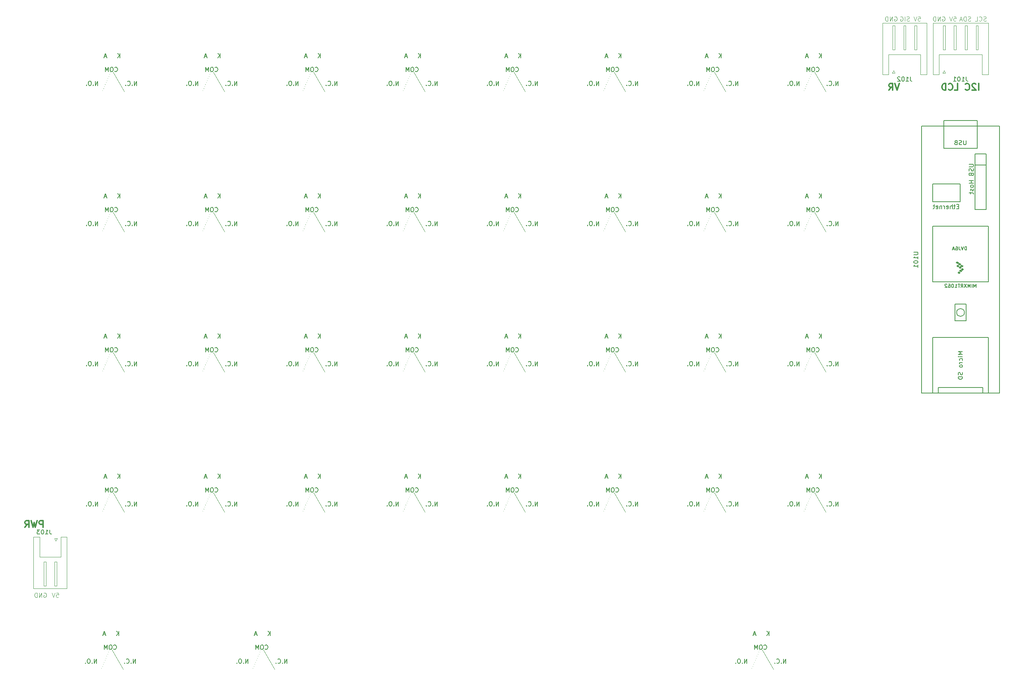
<source format=gbr>
%TF.GenerationSoftware,KiCad,Pcbnew,8.0.9-8.0.9-0~ubuntu22.04.1*%
%TF.CreationDate,2025-03-25T13:48:29+09:00*%
%TF.ProjectId,k2503100,6b323530-3331-4303-902e-6b696361645f,2.00*%
%TF.SameCoordinates,Original*%
%TF.FileFunction,Legend,Bot*%
%TF.FilePolarity,Positive*%
%FSLAX46Y46*%
G04 Gerber Fmt 4.6, Leading zero omitted, Abs format (unit mm)*
G04 Created by KiCad (PCBNEW 8.0.9-8.0.9-0~ubuntu22.04.1) date 2025-03-25 13:48:29*
%MOMM*%
%LPD*%
G01*
G04 APERTURE LIST*
%ADD10C,0.125000*%
%ADD11C,0.150000*%
%ADD12C,0.300000*%
%ADD13C,0.120000*%
%ADD14C,0.100000*%
G04 APERTURE END LIST*
D10*
X294303859Y-70546738D02*
X294399097Y-70499119D01*
X294399097Y-70499119D02*
X294541954Y-70499119D01*
X294541954Y-70499119D02*
X294684811Y-70546738D01*
X294684811Y-70546738D02*
X294780049Y-70641976D01*
X294780049Y-70641976D02*
X294827668Y-70737214D01*
X294827668Y-70737214D02*
X294875287Y-70927690D01*
X294875287Y-70927690D02*
X294875287Y-71070547D01*
X294875287Y-71070547D02*
X294827668Y-71261023D01*
X294827668Y-71261023D02*
X294780049Y-71356261D01*
X294780049Y-71356261D02*
X294684811Y-71451500D01*
X294684811Y-71451500D02*
X294541954Y-71499119D01*
X294541954Y-71499119D02*
X294446716Y-71499119D01*
X294446716Y-71499119D02*
X294303859Y-71451500D01*
X294303859Y-71451500D02*
X294256240Y-71403880D01*
X294256240Y-71403880D02*
X294256240Y-71070547D01*
X294256240Y-71070547D02*
X294446716Y-71070547D01*
X293827668Y-71499119D02*
X293827668Y-70499119D01*
X293827668Y-70499119D02*
X293256240Y-71499119D01*
X293256240Y-71499119D02*
X293256240Y-70499119D01*
X292780049Y-71499119D02*
X292780049Y-70499119D01*
X292780049Y-70499119D02*
X292541954Y-70499119D01*
X292541954Y-70499119D02*
X292399097Y-70546738D01*
X292399097Y-70546738D02*
X292303859Y-70641976D01*
X292303859Y-70641976D02*
X292256240Y-70737214D01*
X292256240Y-70737214D02*
X292208621Y-70927690D01*
X292208621Y-70927690D02*
X292208621Y-71070547D01*
X292208621Y-71070547D02*
X292256240Y-71261023D01*
X292256240Y-71261023D02*
X292303859Y-71356261D01*
X292303859Y-71356261D02*
X292399097Y-71451500D01*
X292399097Y-71451500D02*
X292541954Y-71499119D01*
X292541954Y-71499119D02*
X292780049Y-71499119D01*
X296891478Y-70499119D02*
X297367668Y-70499119D01*
X297367668Y-70499119D02*
X297415287Y-70975309D01*
X297415287Y-70975309D02*
X297367668Y-70927690D01*
X297367668Y-70927690D02*
X297272430Y-70880071D01*
X297272430Y-70880071D02*
X297034335Y-70880071D01*
X297034335Y-70880071D02*
X296939097Y-70927690D01*
X296939097Y-70927690D02*
X296891478Y-70975309D01*
X296891478Y-70975309D02*
X296843859Y-71070547D01*
X296843859Y-71070547D02*
X296843859Y-71308642D01*
X296843859Y-71308642D02*
X296891478Y-71403880D01*
X296891478Y-71403880D02*
X296939097Y-71451500D01*
X296939097Y-71451500D02*
X297034335Y-71499119D01*
X297034335Y-71499119D02*
X297272430Y-71499119D01*
X297272430Y-71499119D02*
X297367668Y-71451500D01*
X297367668Y-71451500D02*
X297415287Y-71403880D01*
X296558144Y-70499119D02*
X296224811Y-71499119D01*
X296224811Y-71499119D02*
X295891478Y-70499119D01*
X92167478Y-202071119D02*
X92643668Y-202071119D01*
X92643668Y-202071119D02*
X92691287Y-202547309D01*
X92691287Y-202547309D02*
X92643668Y-202499690D01*
X92643668Y-202499690D02*
X92548430Y-202452071D01*
X92548430Y-202452071D02*
X92310335Y-202452071D01*
X92310335Y-202452071D02*
X92215097Y-202499690D01*
X92215097Y-202499690D02*
X92167478Y-202547309D01*
X92167478Y-202547309D02*
X92119859Y-202642547D01*
X92119859Y-202642547D02*
X92119859Y-202880642D01*
X92119859Y-202880642D02*
X92167478Y-202975880D01*
X92167478Y-202975880D02*
X92215097Y-203023500D01*
X92215097Y-203023500D02*
X92310335Y-203071119D01*
X92310335Y-203071119D02*
X92548430Y-203071119D01*
X92548430Y-203071119D02*
X92643668Y-203023500D01*
X92643668Y-203023500D02*
X92691287Y-202975880D01*
X91834144Y-202071119D02*
X91500811Y-203071119D01*
X91500811Y-203071119D02*
X91167478Y-202071119D01*
X286747287Y-71451500D02*
X286604430Y-71499119D01*
X286604430Y-71499119D02*
X286366335Y-71499119D01*
X286366335Y-71499119D02*
X286271097Y-71451500D01*
X286271097Y-71451500D02*
X286223478Y-71403880D01*
X286223478Y-71403880D02*
X286175859Y-71308642D01*
X286175859Y-71308642D02*
X286175859Y-71213404D01*
X286175859Y-71213404D02*
X286223478Y-71118166D01*
X286223478Y-71118166D02*
X286271097Y-71070547D01*
X286271097Y-71070547D02*
X286366335Y-71022928D01*
X286366335Y-71022928D02*
X286556811Y-70975309D01*
X286556811Y-70975309D02*
X286652049Y-70927690D01*
X286652049Y-70927690D02*
X286699668Y-70880071D01*
X286699668Y-70880071D02*
X286747287Y-70784833D01*
X286747287Y-70784833D02*
X286747287Y-70689595D01*
X286747287Y-70689595D02*
X286699668Y-70594357D01*
X286699668Y-70594357D02*
X286652049Y-70546738D01*
X286652049Y-70546738D02*
X286556811Y-70499119D01*
X286556811Y-70499119D02*
X286318716Y-70499119D01*
X286318716Y-70499119D02*
X286175859Y-70546738D01*
X285747287Y-71499119D02*
X285747287Y-70499119D01*
X284747288Y-70546738D02*
X284842526Y-70499119D01*
X284842526Y-70499119D02*
X284985383Y-70499119D01*
X284985383Y-70499119D02*
X285128240Y-70546738D01*
X285128240Y-70546738D02*
X285223478Y-70641976D01*
X285223478Y-70641976D02*
X285271097Y-70737214D01*
X285271097Y-70737214D02*
X285318716Y-70927690D01*
X285318716Y-70927690D02*
X285318716Y-71070547D01*
X285318716Y-71070547D02*
X285271097Y-71261023D01*
X285271097Y-71261023D02*
X285223478Y-71356261D01*
X285223478Y-71356261D02*
X285128240Y-71451500D01*
X285128240Y-71451500D02*
X284985383Y-71499119D01*
X284985383Y-71499119D02*
X284890145Y-71499119D01*
X284890145Y-71499119D02*
X284747288Y-71451500D01*
X284747288Y-71451500D02*
X284699669Y-71403880D01*
X284699669Y-71403880D02*
X284699669Y-71070547D01*
X284699669Y-71070547D02*
X284890145Y-71070547D01*
X283381859Y-70546738D02*
X283477097Y-70499119D01*
X283477097Y-70499119D02*
X283619954Y-70499119D01*
X283619954Y-70499119D02*
X283762811Y-70546738D01*
X283762811Y-70546738D02*
X283858049Y-70641976D01*
X283858049Y-70641976D02*
X283905668Y-70737214D01*
X283905668Y-70737214D02*
X283953287Y-70927690D01*
X283953287Y-70927690D02*
X283953287Y-71070547D01*
X283953287Y-71070547D02*
X283905668Y-71261023D01*
X283905668Y-71261023D02*
X283858049Y-71356261D01*
X283858049Y-71356261D02*
X283762811Y-71451500D01*
X283762811Y-71451500D02*
X283619954Y-71499119D01*
X283619954Y-71499119D02*
X283524716Y-71499119D01*
X283524716Y-71499119D02*
X283381859Y-71451500D01*
X283381859Y-71451500D02*
X283334240Y-71403880D01*
X283334240Y-71403880D02*
X283334240Y-71070547D01*
X283334240Y-71070547D02*
X283524716Y-71070547D01*
X282905668Y-71499119D02*
X282905668Y-70499119D01*
X282905668Y-70499119D02*
X282334240Y-71499119D01*
X282334240Y-71499119D02*
X282334240Y-70499119D01*
X281858049Y-71499119D02*
X281858049Y-70499119D01*
X281858049Y-70499119D02*
X281619954Y-70499119D01*
X281619954Y-70499119D02*
X281477097Y-70546738D01*
X281477097Y-70546738D02*
X281381859Y-70641976D01*
X281381859Y-70641976D02*
X281334240Y-70737214D01*
X281334240Y-70737214D02*
X281286621Y-70927690D01*
X281286621Y-70927690D02*
X281286621Y-71070547D01*
X281286621Y-71070547D02*
X281334240Y-71261023D01*
X281334240Y-71261023D02*
X281381859Y-71356261D01*
X281381859Y-71356261D02*
X281477097Y-71451500D01*
X281477097Y-71451500D02*
X281619954Y-71499119D01*
X281619954Y-71499119D02*
X281858049Y-71499119D01*
X89325859Y-202118738D02*
X89421097Y-202071119D01*
X89421097Y-202071119D02*
X89563954Y-202071119D01*
X89563954Y-202071119D02*
X89706811Y-202118738D01*
X89706811Y-202118738D02*
X89802049Y-202213976D01*
X89802049Y-202213976D02*
X89849668Y-202309214D01*
X89849668Y-202309214D02*
X89897287Y-202499690D01*
X89897287Y-202499690D02*
X89897287Y-202642547D01*
X89897287Y-202642547D02*
X89849668Y-202833023D01*
X89849668Y-202833023D02*
X89802049Y-202928261D01*
X89802049Y-202928261D02*
X89706811Y-203023500D01*
X89706811Y-203023500D02*
X89563954Y-203071119D01*
X89563954Y-203071119D02*
X89468716Y-203071119D01*
X89468716Y-203071119D02*
X89325859Y-203023500D01*
X89325859Y-203023500D02*
X89278240Y-202975880D01*
X89278240Y-202975880D02*
X89278240Y-202642547D01*
X89278240Y-202642547D02*
X89468716Y-202642547D01*
X88849668Y-203071119D02*
X88849668Y-202071119D01*
X88849668Y-202071119D02*
X88278240Y-203071119D01*
X88278240Y-203071119D02*
X88278240Y-202071119D01*
X87802049Y-203071119D02*
X87802049Y-202071119D01*
X87802049Y-202071119D02*
X87563954Y-202071119D01*
X87563954Y-202071119D02*
X87421097Y-202118738D01*
X87421097Y-202118738D02*
X87325859Y-202213976D01*
X87325859Y-202213976D02*
X87278240Y-202309214D01*
X87278240Y-202309214D02*
X87230621Y-202499690D01*
X87230621Y-202499690D02*
X87230621Y-202642547D01*
X87230621Y-202642547D02*
X87278240Y-202833023D01*
X87278240Y-202833023D02*
X87325859Y-202928261D01*
X87325859Y-202928261D02*
X87421097Y-203023500D01*
X87421097Y-203023500D02*
X87563954Y-203071119D01*
X87563954Y-203071119D02*
X87802049Y-203071119D01*
X304273287Y-71451500D02*
X304130430Y-71499119D01*
X304130430Y-71499119D02*
X303892335Y-71499119D01*
X303892335Y-71499119D02*
X303797097Y-71451500D01*
X303797097Y-71451500D02*
X303749478Y-71403880D01*
X303749478Y-71403880D02*
X303701859Y-71308642D01*
X303701859Y-71308642D02*
X303701859Y-71213404D01*
X303701859Y-71213404D02*
X303749478Y-71118166D01*
X303749478Y-71118166D02*
X303797097Y-71070547D01*
X303797097Y-71070547D02*
X303892335Y-71022928D01*
X303892335Y-71022928D02*
X304082811Y-70975309D01*
X304082811Y-70975309D02*
X304178049Y-70927690D01*
X304178049Y-70927690D02*
X304225668Y-70880071D01*
X304225668Y-70880071D02*
X304273287Y-70784833D01*
X304273287Y-70784833D02*
X304273287Y-70689595D01*
X304273287Y-70689595D02*
X304225668Y-70594357D01*
X304225668Y-70594357D02*
X304178049Y-70546738D01*
X304178049Y-70546738D02*
X304082811Y-70499119D01*
X304082811Y-70499119D02*
X303844716Y-70499119D01*
X303844716Y-70499119D02*
X303701859Y-70546738D01*
X302701859Y-71403880D02*
X302749478Y-71451500D01*
X302749478Y-71451500D02*
X302892335Y-71499119D01*
X302892335Y-71499119D02*
X302987573Y-71499119D01*
X302987573Y-71499119D02*
X303130430Y-71451500D01*
X303130430Y-71451500D02*
X303225668Y-71356261D01*
X303225668Y-71356261D02*
X303273287Y-71261023D01*
X303273287Y-71261023D02*
X303320906Y-71070547D01*
X303320906Y-71070547D02*
X303320906Y-70927690D01*
X303320906Y-70927690D02*
X303273287Y-70737214D01*
X303273287Y-70737214D02*
X303225668Y-70641976D01*
X303225668Y-70641976D02*
X303130430Y-70546738D01*
X303130430Y-70546738D02*
X302987573Y-70499119D01*
X302987573Y-70499119D02*
X302892335Y-70499119D01*
X302892335Y-70499119D02*
X302749478Y-70546738D01*
X302749478Y-70546738D02*
X302701859Y-70594357D01*
X301797097Y-71499119D02*
X302273287Y-71499119D01*
X302273287Y-71499119D02*
X302273287Y-70499119D01*
X300717287Y-71451500D02*
X300574430Y-71499119D01*
X300574430Y-71499119D02*
X300336335Y-71499119D01*
X300336335Y-71499119D02*
X300241097Y-71451500D01*
X300241097Y-71451500D02*
X300193478Y-71403880D01*
X300193478Y-71403880D02*
X300145859Y-71308642D01*
X300145859Y-71308642D02*
X300145859Y-71213404D01*
X300145859Y-71213404D02*
X300193478Y-71118166D01*
X300193478Y-71118166D02*
X300241097Y-71070547D01*
X300241097Y-71070547D02*
X300336335Y-71022928D01*
X300336335Y-71022928D02*
X300526811Y-70975309D01*
X300526811Y-70975309D02*
X300622049Y-70927690D01*
X300622049Y-70927690D02*
X300669668Y-70880071D01*
X300669668Y-70880071D02*
X300717287Y-70784833D01*
X300717287Y-70784833D02*
X300717287Y-70689595D01*
X300717287Y-70689595D02*
X300669668Y-70594357D01*
X300669668Y-70594357D02*
X300622049Y-70546738D01*
X300622049Y-70546738D02*
X300526811Y-70499119D01*
X300526811Y-70499119D02*
X300288716Y-70499119D01*
X300288716Y-70499119D02*
X300145859Y-70546738D01*
X299717287Y-71499119D02*
X299717287Y-70499119D01*
X299717287Y-70499119D02*
X299479192Y-70499119D01*
X299479192Y-70499119D02*
X299336335Y-70546738D01*
X299336335Y-70546738D02*
X299241097Y-70641976D01*
X299241097Y-70641976D02*
X299193478Y-70737214D01*
X299193478Y-70737214D02*
X299145859Y-70927690D01*
X299145859Y-70927690D02*
X299145859Y-71070547D01*
X299145859Y-71070547D02*
X299193478Y-71261023D01*
X299193478Y-71261023D02*
X299241097Y-71356261D01*
X299241097Y-71356261D02*
X299336335Y-71451500D01*
X299336335Y-71451500D02*
X299479192Y-71499119D01*
X299479192Y-71499119D02*
X299717287Y-71499119D01*
X298764906Y-71213404D02*
X298288716Y-71213404D01*
X298860144Y-71499119D02*
X298526811Y-70499119D01*
X298526811Y-70499119D02*
X298193478Y-71499119D01*
X288763478Y-70499119D02*
X289239668Y-70499119D01*
X289239668Y-70499119D02*
X289287287Y-70975309D01*
X289287287Y-70975309D02*
X289239668Y-70927690D01*
X289239668Y-70927690D02*
X289144430Y-70880071D01*
X289144430Y-70880071D02*
X288906335Y-70880071D01*
X288906335Y-70880071D02*
X288811097Y-70927690D01*
X288811097Y-70927690D02*
X288763478Y-70975309D01*
X288763478Y-70975309D02*
X288715859Y-71070547D01*
X288715859Y-71070547D02*
X288715859Y-71308642D01*
X288715859Y-71308642D02*
X288763478Y-71403880D01*
X288763478Y-71403880D02*
X288811097Y-71451500D01*
X288811097Y-71451500D02*
X288906335Y-71499119D01*
X288906335Y-71499119D02*
X289144430Y-71499119D01*
X289144430Y-71499119D02*
X289239668Y-71451500D01*
X289239668Y-71451500D02*
X289287287Y-71403880D01*
X288430144Y-70499119D02*
X288096811Y-71499119D01*
X288096811Y-71499119D02*
X287763478Y-70499119D01*
D11*
X219817792Y-146967580D02*
X219865411Y-147015200D01*
X219865411Y-147015200D02*
X220008268Y-147062819D01*
X220008268Y-147062819D02*
X220103506Y-147062819D01*
X220103506Y-147062819D02*
X220246363Y-147015200D01*
X220246363Y-147015200D02*
X220341601Y-146919961D01*
X220341601Y-146919961D02*
X220389220Y-146824723D01*
X220389220Y-146824723D02*
X220436839Y-146634247D01*
X220436839Y-146634247D02*
X220436839Y-146491390D01*
X220436839Y-146491390D02*
X220389220Y-146300914D01*
X220389220Y-146300914D02*
X220341601Y-146205676D01*
X220341601Y-146205676D02*
X220246363Y-146110438D01*
X220246363Y-146110438D02*
X220103506Y-146062819D01*
X220103506Y-146062819D02*
X220008268Y-146062819D01*
X220008268Y-146062819D02*
X219865411Y-146110438D01*
X219865411Y-146110438D02*
X219817792Y-146158057D01*
X219198744Y-146062819D02*
X219008268Y-146062819D01*
X219008268Y-146062819D02*
X218913030Y-146110438D01*
X218913030Y-146110438D02*
X218817792Y-146205676D01*
X218817792Y-146205676D02*
X218770173Y-146396152D01*
X218770173Y-146396152D02*
X218770173Y-146729485D01*
X218770173Y-146729485D02*
X218817792Y-146919961D01*
X218817792Y-146919961D02*
X218913030Y-147015200D01*
X218913030Y-147015200D02*
X219008268Y-147062819D01*
X219008268Y-147062819D02*
X219198744Y-147062819D01*
X219198744Y-147062819D02*
X219293982Y-147015200D01*
X219293982Y-147015200D02*
X219389220Y-146919961D01*
X219389220Y-146919961D02*
X219436839Y-146729485D01*
X219436839Y-146729485D02*
X219436839Y-146396152D01*
X219436839Y-146396152D02*
X219389220Y-146205676D01*
X219389220Y-146205676D02*
X219293982Y-146110438D01*
X219293982Y-146110438D02*
X219198744Y-146062819D01*
X218341601Y-147062819D02*
X218341601Y-146062819D01*
X218341601Y-146062819D02*
X218008268Y-146777104D01*
X218008268Y-146777104D02*
X217674935Y-146062819D01*
X217674935Y-146062819D02*
X217674935Y-147062819D01*
X221024220Y-143887819D02*
X221024220Y-142887819D01*
X220452792Y-143887819D02*
X220881363Y-143316390D01*
X220452792Y-142887819D02*
X221024220Y-143459247D01*
X224834220Y-150237819D02*
X224834220Y-149237819D01*
X224834220Y-149237819D02*
X224262792Y-150237819D01*
X224262792Y-150237819D02*
X224262792Y-149237819D01*
X223786601Y-150142580D02*
X223738982Y-150190200D01*
X223738982Y-150190200D02*
X223786601Y-150237819D01*
X223786601Y-150237819D02*
X223834220Y-150190200D01*
X223834220Y-150190200D02*
X223786601Y-150142580D01*
X223786601Y-150142580D02*
X223786601Y-150237819D01*
X222738983Y-150142580D02*
X222786602Y-150190200D01*
X222786602Y-150190200D02*
X222929459Y-150237819D01*
X222929459Y-150237819D02*
X223024697Y-150237819D01*
X223024697Y-150237819D02*
X223167554Y-150190200D01*
X223167554Y-150190200D02*
X223262792Y-150094961D01*
X223262792Y-150094961D02*
X223310411Y-149999723D01*
X223310411Y-149999723D02*
X223358030Y-149809247D01*
X223358030Y-149809247D02*
X223358030Y-149666390D01*
X223358030Y-149666390D02*
X223310411Y-149475914D01*
X223310411Y-149475914D02*
X223262792Y-149380676D01*
X223262792Y-149380676D02*
X223167554Y-149285438D01*
X223167554Y-149285438D02*
X223024697Y-149237819D01*
X223024697Y-149237819D02*
X222929459Y-149237819D01*
X222929459Y-149237819D02*
X222786602Y-149285438D01*
X222786602Y-149285438D02*
X222738983Y-149333057D01*
X222310411Y-150142580D02*
X222262792Y-150190200D01*
X222262792Y-150190200D02*
X222310411Y-150237819D01*
X222310411Y-150237819D02*
X222358030Y-150190200D01*
X222358030Y-150190200D02*
X222310411Y-150142580D01*
X222310411Y-150142580D02*
X222310411Y-150237819D01*
X217896839Y-143602104D02*
X217420649Y-143602104D01*
X217992077Y-143887819D02*
X217658744Y-142887819D01*
X217658744Y-142887819D02*
X217325411Y-143887819D01*
X215944220Y-150237819D02*
X215944220Y-149237819D01*
X215944220Y-149237819D02*
X215372792Y-150237819D01*
X215372792Y-150237819D02*
X215372792Y-149237819D01*
X214896601Y-150142580D02*
X214848982Y-150190200D01*
X214848982Y-150190200D02*
X214896601Y-150237819D01*
X214896601Y-150237819D02*
X214944220Y-150190200D01*
X214944220Y-150190200D02*
X214896601Y-150142580D01*
X214896601Y-150142580D02*
X214896601Y-150237819D01*
X214229935Y-149237819D02*
X214039459Y-149237819D01*
X214039459Y-149237819D02*
X213944221Y-149285438D01*
X213944221Y-149285438D02*
X213848983Y-149380676D01*
X213848983Y-149380676D02*
X213801364Y-149571152D01*
X213801364Y-149571152D02*
X213801364Y-149904485D01*
X213801364Y-149904485D02*
X213848983Y-150094961D01*
X213848983Y-150094961D02*
X213944221Y-150190200D01*
X213944221Y-150190200D02*
X214039459Y-150237819D01*
X214039459Y-150237819D02*
X214229935Y-150237819D01*
X214229935Y-150237819D02*
X214325173Y-150190200D01*
X214325173Y-150190200D02*
X214420411Y-150094961D01*
X214420411Y-150094961D02*
X214468030Y-149904485D01*
X214468030Y-149904485D02*
X214468030Y-149571152D01*
X214468030Y-149571152D02*
X214420411Y-149380676D01*
X214420411Y-149380676D02*
X214325173Y-149285438D01*
X214325173Y-149285438D02*
X214229935Y-149237819D01*
X213372792Y-150142580D02*
X213325173Y-150190200D01*
X213325173Y-150190200D02*
X213372792Y-150237819D01*
X213372792Y-150237819D02*
X213420411Y-150190200D01*
X213420411Y-150190200D02*
X213372792Y-150142580D01*
X213372792Y-150142580D02*
X213372792Y-150237819D01*
X128377792Y-178971580D02*
X128425411Y-179019200D01*
X128425411Y-179019200D02*
X128568268Y-179066819D01*
X128568268Y-179066819D02*
X128663506Y-179066819D01*
X128663506Y-179066819D02*
X128806363Y-179019200D01*
X128806363Y-179019200D02*
X128901601Y-178923961D01*
X128901601Y-178923961D02*
X128949220Y-178828723D01*
X128949220Y-178828723D02*
X128996839Y-178638247D01*
X128996839Y-178638247D02*
X128996839Y-178495390D01*
X128996839Y-178495390D02*
X128949220Y-178304914D01*
X128949220Y-178304914D02*
X128901601Y-178209676D01*
X128901601Y-178209676D02*
X128806363Y-178114438D01*
X128806363Y-178114438D02*
X128663506Y-178066819D01*
X128663506Y-178066819D02*
X128568268Y-178066819D01*
X128568268Y-178066819D02*
X128425411Y-178114438D01*
X128425411Y-178114438D02*
X128377792Y-178162057D01*
X127758744Y-178066819D02*
X127568268Y-178066819D01*
X127568268Y-178066819D02*
X127473030Y-178114438D01*
X127473030Y-178114438D02*
X127377792Y-178209676D01*
X127377792Y-178209676D02*
X127330173Y-178400152D01*
X127330173Y-178400152D02*
X127330173Y-178733485D01*
X127330173Y-178733485D02*
X127377792Y-178923961D01*
X127377792Y-178923961D02*
X127473030Y-179019200D01*
X127473030Y-179019200D02*
X127568268Y-179066819D01*
X127568268Y-179066819D02*
X127758744Y-179066819D01*
X127758744Y-179066819D02*
X127853982Y-179019200D01*
X127853982Y-179019200D02*
X127949220Y-178923961D01*
X127949220Y-178923961D02*
X127996839Y-178733485D01*
X127996839Y-178733485D02*
X127996839Y-178400152D01*
X127996839Y-178400152D02*
X127949220Y-178209676D01*
X127949220Y-178209676D02*
X127853982Y-178114438D01*
X127853982Y-178114438D02*
X127758744Y-178066819D01*
X126901601Y-179066819D02*
X126901601Y-178066819D01*
X126901601Y-178066819D02*
X126568268Y-178781104D01*
X126568268Y-178781104D02*
X126234935Y-178066819D01*
X126234935Y-178066819D02*
X126234935Y-179066819D01*
X133394220Y-182241819D02*
X133394220Y-181241819D01*
X133394220Y-181241819D02*
X132822792Y-182241819D01*
X132822792Y-182241819D02*
X132822792Y-181241819D01*
X132346601Y-182146580D02*
X132298982Y-182194200D01*
X132298982Y-182194200D02*
X132346601Y-182241819D01*
X132346601Y-182241819D02*
X132394220Y-182194200D01*
X132394220Y-182194200D02*
X132346601Y-182146580D01*
X132346601Y-182146580D02*
X132346601Y-182241819D01*
X131298983Y-182146580D02*
X131346602Y-182194200D01*
X131346602Y-182194200D02*
X131489459Y-182241819D01*
X131489459Y-182241819D02*
X131584697Y-182241819D01*
X131584697Y-182241819D02*
X131727554Y-182194200D01*
X131727554Y-182194200D02*
X131822792Y-182098961D01*
X131822792Y-182098961D02*
X131870411Y-182003723D01*
X131870411Y-182003723D02*
X131918030Y-181813247D01*
X131918030Y-181813247D02*
X131918030Y-181670390D01*
X131918030Y-181670390D02*
X131870411Y-181479914D01*
X131870411Y-181479914D02*
X131822792Y-181384676D01*
X131822792Y-181384676D02*
X131727554Y-181289438D01*
X131727554Y-181289438D02*
X131584697Y-181241819D01*
X131584697Y-181241819D02*
X131489459Y-181241819D01*
X131489459Y-181241819D02*
X131346602Y-181289438D01*
X131346602Y-181289438D02*
X131298983Y-181337057D01*
X130870411Y-182146580D02*
X130822792Y-182194200D01*
X130822792Y-182194200D02*
X130870411Y-182241819D01*
X130870411Y-182241819D02*
X130918030Y-182194200D01*
X130918030Y-182194200D02*
X130870411Y-182146580D01*
X130870411Y-182146580D02*
X130870411Y-182241819D01*
X124504220Y-182241819D02*
X124504220Y-181241819D01*
X124504220Y-181241819D02*
X123932792Y-182241819D01*
X123932792Y-182241819D02*
X123932792Y-181241819D01*
X123456601Y-182146580D02*
X123408982Y-182194200D01*
X123408982Y-182194200D02*
X123456601Y-182241819D01*
X123456601Y-182241819D02*
X123504220Y-182194200D01*
X123504220Y-182194200D02*
X123456601Y-182146580D01*
X123456601Y-182146580D02*
X123456601Y-182241819D01*
X122789935Y-181241819D02*
X122599459Y-181241819D01*
X122599459Y-181241819D02*
X122504221Y-181289438D01*
X122504221Y-181289438D02*
X122408983Y-181384676D01*
X122408983Y-181384676D02*
X122361364Y-181575152D01*
X122361364Y-181575152D02*
X122361364Y-181908485D01*
X122361364Y-181908485D02*
X122408983Y-182098961D01*
X122408983Y-182098961D02*
X122504221Y-182194200D01*
X122504221Y-182194200D02*
X122599459Y-182241819D01*
X122599459Y-182241819D02*
X122789935Y-182241819D01*
X122789935Y-182241819D02*
X122885173Y-182194200D01*
X122885173Y-182194200D02*
X122980411Y-182098961D01*
X122980411Y-182098961D02*
X123028030Y-181908485D01*
X123028030Y-181908485D02*
X123028030Y-181575152D01*
X123028030Y-181575152D02*
X122980411Y-181384676D01*
X122980411Y-181384676D02*
X122885173Y-181289438D01*
X122885173Y-181289438D02*
X122789935Y-181241819D01*
X121932792Y-182146580D02*
X121885173Y-182194200D01*
X121885173Y-182194200D02*
X121932792Y-182241819D01*
X121932792Y-182241819D02*
X121980411Y-182194200D01*
X121980411Y-182194200D02*
X121932792Y-182146580D01*
X121932792Y-182146580D02*
X121932792Y-182241819D01*
X129584220Y-175891819D02*
X129584220Y-174891819D01*
X129012792Y-175891819D02*
X129441363Y-175320390D01*
X129012792Y-174891819D02*
X129584220Y-175463247D01*
X126456839Y-175606104D02*
X125980649Y-175606104D01*
X126552077Y-175891819D02*
X126218744Y-174891819D01*
X126218744Y-174891819D02*
X125885411Y-175891819D01*
X174097792Y-114963580D02*
X174145411Y-115011200D01*
X174145411Y-115011200D02*
X174288268Y-115058819D01*
X174288268Y-115058819D02*
X174383506Y-115058819D01*
X174383506Y-115058819D02*
X174526363Y-115011200D01*
X174526363Y-115011200D02*
X174621601Y-114915961D01*
X174621601Y-114915961D02*
X174669220Y-114820723D01*
X174669220Y-114820723D02*
X174716839Y-114630247D01*
X174716839Y-114630247D02*
X174716839Y-114487390D01*
X174716839Y-114487390D02*
X174669220Y-114296914D01*
X174669220Y-114296914D02*
X174621601Y-114201676D01*
X174621601Y-114201676D02*
X174526363Y-114106438D01*
X174526363Y-114106438D02*
X174383506Y-114058819D01*
X174383506Y-114058819D02*
X174288268Y-114058819D01*
X174288268Y-114058819D02*
X174145411Y-114106438D01*
X174145411Y-114106438D02*
X174097792Y-114154057D01*
X173478744Y-114058819D02*
X173288268Y-114058819D01*
X173288268Y-114058819D02*
X173193030Y-114106438D01*
X173193030Y-114106438D02*
X173097792Y-114201676D01*
X173097792Y-114201676D02*
X173050173Y-114392152D01*
X173050173Y-114392152D02*
X173050173Y-114725485D01*
X173050173Y-114725485D02*
X173097792Y-114915961D01*
X173097792Y-114915961D02*
X173193030Y-115011200D01*
X173193030Y-115011200D02*
X173288268Y-115058819D01*
X173288268Y-115058819D02*
X173478744Y-115058819D01*
X173478744Y-115058819D02*
X173573982Y-115011200D01*
X173573982Y-115011200D02*
X173669220Y-114915961D01*
X173669220Y-114915961D02*
X173716839Y-114725485D01*
X173716839Y-114725485D02*
X173716839Y-114392152D01*
X173716839Y-114392152D02*
X173669220Y-114201676D01*
X173669220Y-114201676D02*
X173573982Y-114106438D01*
X173573982Y-114106438D02*
X173478744Y-114058819D01*
X172621601Y-115058819D02*
X172621601Y-114058819D01*
X172621601Y-114058819D02*
X172288268Y-114773104D01*
X172288268Y-114773104D02*
X171954935Y-114058819D01*
X171954935Y-114058819D02*
X171954935Y-115058819D01*
X175304220Y-111883819D02*
X175304220Y-110883819D01*
X174732792Y-111883819D02*
X175161363Y-111312390D01*
X174732792Y-110883819D02*
X175304220Y-111455247D01*
X172176839Y-111598104D02*
X171700649Y-111598104D01*
X172272077Y-111883819D02*
X171938744Y-110883819D01*
X171938744Y-110883819D02*
X171605411Y-111883819D01*
X170224220Y-118233819D02*
X170224220Y-117233819D01*
X170224220Y-117233819D02*
X169652792Y-118233819D01*
X169652792Y-118233819D02*
X169652792Y-117233819D01*
X169176601Y-118138580D02*
X169128982Y-118186200D01*
X169128982Y-118186200D02*
X169176601Y-118233819D01*
X169176601Y-118233819D02*
X169224220Y-118186200D01*
X169224220Y-118186200D02*
X169176601Y-118138580D01*
X169176601Y-118138580D02*
X169176601Y-118233819D01*
X168509935Y-117233819D02*
X168319459Y-117233819D01*
X168319459Y-117233819D02*
X168224221Y-117281438D01*
X168224221Y-117281438D02*
X168128983Y-117376676D01*
X168128983Y-117376676D02*
X168081364Y-117567152D01*
X168081364Y-117567152D02*
X168081364Y-117900485D01*
X168081364Y-117900485D02*
X168128983Y-118090961D01*
X168128983Y-118090961D02*
X168224221Y-118186200D01*
X168224221Y-118186200D02*
X168319459Y-118233819D01*
X168319459Y-118233819D02*
X168509935Y-118233819D01*
X168509935Y-118233819D02*
X168605173Y-118186200D01*
X168605173Y-118186200D02*
X168700411Y-118090961D01*
X168700411Y-118090961D02*
X168748030Y-117900485D01*
X168748030Y-117900485D02*
X168748030Y-117567152D01*
X168748030Y-117567152D02*
X168700411Y-117376676D01*
X168700411Y-117376676D02*
X168605173Y-117281438D01*
X168605173Y-117281438D02*
X168509935Y-117233819D01*
X167652792Y-118138580D02*
X167605173Y-118186200D01*
X167605173Y-118186200D02*
X167652792Y-118233819D01*
X167652792Y-118233819D02*
X167700411Y-118186200D01*
X167700411Y-118186200D02*
X167652792Y-118138580D01*
X167652792Y-118138580D02*
X167652792Y-118233819D01*
X179114220Y-118233819D02*
X179114220Y-117233819D01*
X179114220Y-117233819D02*
X178542792Y-118233819D01*
X178542792Y-118233819D02*
X178542792Y-117233819D01*
X178066601Y-118138580D02*
X178018982Y-118186200D01*
X178018982Y-118186200D02*
X178066601Y-118233819D01*
X178066601Y-118233819D02*
X178114220Y-118186200D01*
X178114220Y-118186200D02*
X178066601Y-118138580D01*
X178066601Y-118138580D02*
X178066601Y-118233819D01*
X177018983Y-118138580D02*
X177066602Y-118186200D01*
X177066602Y-118186200D02*
X177209459Y-118233819D01*
X177209459Y-118233819D02*
X177304697Y-118233819D01*
X177304697Y-118233819D02*
X177447554Y-118186200D01*
X177447554Y-118186200D02*
X177542792Y-118090961D01*
X177542792Y-118090961D02*
X177590411Y-117995723D01*
X177590411Y-117995723D02*
X177638030Y-117805247D01*
X177638030Y-117805247D02*
X177638030Y-117662390D01*
X177638030Y-117662390D02*
X177590411Y-117471914D01*
X177590411Y-117471914D02*
X177542792Y-117376676D01*
X177542792Y-117376676D02*
X177447554Y-117281438D01*
X177447554Y-117281438D02*
X177304697Y-117233819D01*
X177304697Y-117233819D02*
X177209459Y-117233819D01*
X177209459Y-117233819D02*
X177066602Y-117281438D01*
X177066602Y-117281438D02*
X177018983Y-117329057D01*
X176590411Y-118138580D02*
X176542792Y-118186200D01*
X176542792Y-118186200D02*
X176590411Y-118233819D01*
X176590411Y-118233819D02*
X176638030Y-118186200D01*
X176638030Y-118186200D02*
X176590411Y-118138580D01*
X176590411Y-118138580D02*
X176590411Y-118233819D01*
X224834220Y-182241819D02*
X224834220Y-181241819D01*
X224834220Y-181241819D02*
X224262792Y-182241819D01*
X224262792Y-182241819D02*
X224262792Y-181241819D01*
X223786601Y-182146580D02*
X223738982Y-182194200D01*
X223738982Y-182194200D02*
X223786601Y-182241819D01*
X223786601Y-182241819D02*
X223834220Y-182194200D01*
X223834220Y-182194200D02*
X223786601Y-182146580D01*
X223786601Y-182146580D02*
X223786601Y-182241819D01*
X222738983Y-182146580D02*
X222786602Y-182194200D01*
X222786602Y-182194200D02*
X222929459Y-182241819D01*
X222929459Y-182241819D02*
X223024697Y-182241819D01*
X223024697Y-182241819D02*
X223167554Y-182194200D01*
X223167554Y-182194200D02*
X223262792Y-182098961D01*
X223262792Y-182098961D02*
X223310411Y-182003723D01*
X223310411Y-182003723D02*
X223358030Y-181813247D01*
X223358030Y-181813247D02*
X223358030Y-181670390D01*
X223358030Y-181670390D02*
X223310411Y-181479914D01*
X223310411Y-181479914D02*
X223262792Y-181384676D01*
X223262792Y-181384676D02*
X223167554Y-181289438D01*
X223167554Y-181289438D02*
X223024697Y-181241819D01*
X223024697Y-181241819D02*
X222929459Y-181241819D01*
X222929459Y-181241819D02*
X222786602Y-181289438D01*
X222786602Y-181289438D02*
X222738983Y-181337057D01*
X222310411Y-182146580D02*
X222262792Y-182194200D01*
X222262792Y-182194200D02*
X222310411Y-182241819D01*
X222310411Y-182241819D02*
X222358030Y-182194200D01*
X222358030Y-182194200D02*
X222310411Y-182146580D01*
X222310411Y-182146580D02*
X222310411Y-182241819D01*
X221024220Y-175891819D02*
X221024220Y-174891819D01*
X220452792Y-175891819D02*
X220881363Y-175320390D01*
X220452792Y-174891819D02*
X221024220Y-175463247D01*
X215944220Y-182241819D02*
X215944220Y-181241819D01*
X215944220Y-181241819D02*
X215372792Y-182241819D01*
X215372792Y-182241819D02*
X215372792Y-181241819D01*
X214896601Y-182146580D02*
X214848982Y-182194200D01*
X214848982Y-182194200D02*
X214896601Y-182241819D01*
X214896601Y-182241819D02*
X214944220Y-182194200D01*
X214944220Y-182194200D02*
X214896601Y-182146580D01*
X214896601Y-182146580D02*
X214896601Y-182241819D01*
X214229935Y-181241819D02*
X214039459Y-181241819D01*
X214039459Y-181241819D02*
X213944221Y-181289438D01*
X213944221Y-181289438D02*
X213848983Y-181384676D01*
X213848983Y-181384676D02*
X213801364Y-181575152D01*
X213801364Y-181575152D02*
X213801364Y-181908485D01*
X213801364Y-181908485D02*
X213848983Y-182098961D01*
X213848983Y-182098961D02*
X213944221Y-182194200D01*
X213944221Y-182194200D02*
X214039459Y-182241819D01*
X214039459Y-182241819D02*
X214229935Y-182241819D01*
X214229935Y-182241819D02*
X214325173Y-182194200D01*
X214325173Y-182194200D02*
X214420411Y-182098961D01*
X214420411Y-182098961D02*
X214468030Y-181908485D01*
X214468030Y-181908485D02*
X214468030Y-181575152D01*
X214468030Y-181575152D02*
X214420411Y-181384676D01*
X214420411Y-181384676D02*
X214325173Y-181289438D01*
X214325173Y-181289438D02*
X214229935Y-181241819D01*
X213372792Y-182146580D02*
X213325173Y-182194200D01*
X213325173Y-182194200D02*
X213372792Y-182241819D01*
X213372792Y-182241819D02*
X213420411Y-182194200D01*
X213420411Y-182194200D02*
X213372792Y-182146580D01*
X213372792Y-182146580D02*
X213372792Y-182241819D01*
X219817792Y-178971580D02*
X219865411Y-179019200D01*
X219865411Y-179019200D02*
X220008268Y-179066819D01*
X220008268Y-179066819D02*
X220103506Y-179066819D01*
X220103506Y-179066819D02*
X220246363Y-179019200D01*
X220246363Y-179019200D02*
X220341601Y-178923961D01*
X220341601Y-178923961D02*
X220389220Y-178828723D01*
X220389220Y-178828723D02*
X220436839Y-178638247D01*
X220436839Y-178638247D02*
X220436839Y-178495390D01*
X220436839Y-178495390D02*
X220389220Y-178304914D01*
X220389220Y-178304914D02*
X220341601Y-178209676D01*
X220341601Y-178209676D02*
X220246363Y-178114438D01*
X220246363Y-178114438D02*
X220103506Y-178066819D01*
X220103506Y-178066819D02*
X220008268Y-178066819D01*
X220008268Y-178066819D02*
X219865411Y-178114438D01*
X219865411Y-178114438D02*
X219817792Y-178162057D01*
X219198744Y-178066819D02*
X219008268Y-178066819D01*
X219008268Y-178066819D02*
X218913030Y-178114438D01*
X218913030Y-178114438D02*
X218817792Y-178209676D01*
X218817792Y-178209676D02*
X218770173Y-178400152D01*
X218770173Y-178400152D02*
X218770173Y-178733485D01*
X218770173Y-178733485D02*
X218817792Y-178923961D01*
X218817792Y-178923961D02*
X218913030Y-179019200D01*
X218913030Y-179019200D02*
X219008268Y-179066819D01*
X219008268Y-179066819D02*
X219198744Y-179066819D01*
X219198744Y-179066819D02*
X219293982Y-179019200D01*
X219293982Y-179019200D02*
X219389220Y-178923961D01*
X219389220Y-178923961D02*
X219436839Y-178733485D01*
X219436839Y-178733485D02*
X219436839Y-178400152D01*
X219436839Y-178400152D02*
X219389220Y-178209676D01*
X219389220Y-178209676D02*
X219293982Y-178114438D01*
X219293982Y-178114438D02*
X219198744Y-178066819D01*
X218341601Y-179066819D02*
X218341601Y-178066819D01*
X218341601Y-178066819D02*
X218008268Y-178781104D01*
X218008268Y-178781104D02*
X217674935Y-178066819D01*
X217674935Y-178066819D02*
X217674935Y-179066819D01*
X217896839Y-175606104D02*
X217420649Y-175606104D01*
X217992077Y-175891819D02*
X217658744Y-174891819D01*
X217658744Y-174891819D02*
X217325411Y-175891819D01*
X170224220Y-150237819D02*
X170224220Y-149237819D01*
X170224220Y-149237819D02*
X169652792Y-150237819D01*
X169652792Y-150237819D02*
X169652792Y-149237819D01*
X169176601Y-150142580D02*
X169128982Y-150190200D01*
X169128982Y-150190200D02*
X169176601Y-150237819D01*
X169176601Y-150237819D02*
X169224220Y-150190200D01*
X169224220Y-150190200D02*
X169176601Y-150142580D01*
X169176601Y-150142580D02*
X169176601Y-150237819D01*
X168509935Y-149237819D02*
X168319459Y-149237819D01*
X168319459Y-149237819D02*
X168224221Y-149285438D01*
X168224221Y-149285438D02*
X168128983Y-149380676D01*
X168128983Y-149380676D02*
X168081364Y-149571152D01*
X168081364Y-149571152D02*
X168081364Y-149904485D01*
X168081364Y-149904485D02*
X168128983Y-150094961D01*
X168128983Y-150094961D02*
X168224221Y-150190200D01*
X168224221Y-150190200D02*
X168319459Y-150237819D01*
X168319459Y-150237819D02*
X168509935Y-150237819D01*
X168509935Y-150237819D02*
X168605173Y-150190200D01*
X168605173Y-150190200D02*
X168700411Y-150094961D01*
X168700411Y-150094961D02*
X168748030Y-149904485D01*
X168748030Y-149904485D02*
X168748030Y-149571152D01*
X168748030Y-149571152D02*
X168700411Y-149380676D01*
X168700411Y-149380676D02*
X168605173Y-149285438D01*
X168605173Y-149285438D02*
X168509935Y-149237819D01*
X167652792Y-150142580D02*
X167605173Y-150190200D01*
X167605173Y-150190200D02*
X167652792Y-150237819D01*
X167652792Y-150237819D02*
X167700411Y-150190200D01*
X167700411Y-150190200D02*
X167652792Y-150142580D01*
X167652792Y-150142580D02*
X167652792Y-150237819D01*
X175304220Y-143887819D02*
X175304220Y-142887819D01*
X174732792Y-143887819D02*
X175161363Y-143316390D01*
X174732792Y-142887819D02*
X175304220Y-143459247D01*
X179114220Y-150237819D02*
X179114220Y-149237819D01*
X179114220Y-149237819D02*
X178542792Y-150237819D01*
X178542792Y-150237819D02*
X178542792Y-149237819D01*
X178066601Y-150142580D02*
X178018982Y-150190200D01*
X178018982Y-150190200D02*
X178066601Y-150237819D01*
X178066601Y-150237819D02*
X178114220Y-150190200D01*
X178114220Y-150190200D02*
X178066601Y-150142580D01*
X178066601Y-150142580D02*
X178066601Y-150237819D01*
X177018983Y-150142580D02*
X177066602Y-150190200D01*
X177066602Y-150190200D02*
X177209459Y-150237819D01*
X177209459Y-150237819D02*
X177304697Y-150237819D01*
X177304697Y-150237819D02*
X177447554Y-150190200D01*
X177447554Y-150190200D02*
X177542792Y-150094961D01*
X177542792Y-150094961D02*
X177590411Y-149999723D01*
X177590411Y-149999723D02*
X177638030Y-149809247D01*
X177638030Y-149809247D02*
X177638030Y-149666390D01*
X177638030Y-149666390D02*
X177590411Y-149475914D01*
X177590411Y-149475914D02*
X177542792Y-149380676D01*
X177542792Y-149380676D02*
X177447554Y-149285438D01*
X177447554Y-149285438D02*
X177304697Y-149237819D01*
X177304697Y-149237819D02*
X177209459Y-149237819D01*
X177209459Y-149237819D02*
X177066602Y-149285438D01*
X177066602Y-149285438D02*
X177018983Y-149333057D01*
X176590411Y-150142580D02*
X176542792Y-150190200D01*
X176542792Y-150190200D02*
X176590411Y-150237819D01*
X176590411Y-150237819D02*
X176638030Y-150190200D01*
X176638030Y-150190200D02*
X176590411Y-150142580D01*
X176590411Y-150142580D02*
X176590411Y-150237819D01*
X172176839Y-143602104D02*
X171700649Y-143602104D01*
X172272077Y-143887819D02*
X171938744Y-142887819D01*
X171938744Y-142887819D02*
X171605411Y-143887819D01*
X174097792Y-146967580D02*
X174145411Y-147015200D01*
X174145411Y-147015200D02*
X174288268Y-147062819D01*
X174288268Y-147062819D02*
X174383506Y-147062819D01*
X174383506Y-147062819D02*
X174526363Y-147015200D01*
X174526363Y-147015200D02*
X174621601Y-146919961D01*
X174621601Y-146919961D02*
X174669220Y-146824723D01*
X174669220Y-146824723D02*
X174716839Y-146634247D01*
X174716839Y-146634247D02*
X174716839Y-146491390D01*
X174716839Y-146491390D02*
X174669220Y-146300914D01*
X174669220Y-146300914D02*
X174621601Y-146205676D01*
X174621601Y-146205676D02*
X174526363Y-146110438D01*
X174526363Y-146110438D02*
X174383506Y-146062819D01*
X174383506Y-146062819D02*
X174288268Y-146062819D01*
X174288268Y-146062819D02*
X174145411Y-146110438D01*
X174145411Y-146110438D02*
X174097792Y-146158057D01*
X173478744Y-146062819D02*
X173288268Y-146062819D01*
X173288268Y-146062819D02*
X173193030Y-146110438D01*
X173193030Y-146110438D02*
X173097792Y-146205676D01*
X173097792Y-146205676D02*
X173050173Y-146396152D01*
X173050173Y-146396152D02*
X173050173Y-146729485D01*
X173050173Y-146729485D02*
X173097792Y-146919961D01*
X173097792Y-146919961D02*
X173193030Y-147015200D01*
X173193030Y-147015200D02*
X173288268Y-147062819D01*
X173288268Y-147062819D02*
X173478744Y-147062819D01*
X173478744Y-147062819D02*
X173573982Y-147015200D01*
X173573982Y-147015200D02*
X173669220Y-146919961D01*
X173669220Y-146919961D02*
X173716839Y-146729485D01*
X173716839Y-146729485D02*
X173716839Y-146396152D01*
X173716839Y-146396152D02*
X173669220Y-146205676D01*
X173669220Y-146205676D02*
X173573982Y-146110438D01*
X173573982Y-146110438D02*
X173478744Y-146062819D01*
X172621601Y-147062819D02*
X172621601Y-146062819D01*
X172621601Y-146062819D02*
X172288268Y-146777104D01*
X172288268Y-146777104D02*
X171954935Y-146062819D01*
X171954935Y-146062819D02*
X171954935Y-147062819D01*
X263616839Y-143602104D02*
X263140649Y-143602104D01*
X263712077Y-143887819D02*
X263378744Y-142887819D01*
X263378744Y-142887819D02*
X263045411Y-143887819D01*
X270554220Y-150237819D02*
X270554220Y-149237819D01*
X270554220Y-149237819D02*
X269982792Y-150237819D01*
X269982792Y-150237819D02*
X269982792Y-149237819D01*
X269506601Y-150142580D02*
X269458982Y-150190200D01*
X269458982Y-150190200D02*
X269506601Y-150237819D01*
X269506601Y-150237819D02*
X269554220Y-150190200D01*
X269554220Y-150190200D02*
X269506601Y-150142580D01*
X269506601Y-150142580D02*
X269506601Y-150237819D01*
X268458983Y-150142580D02*
X268506602Y-150190200D01*
X268506602Y-150190200D02*
X268649459Y-150237819D01*
X268649459Y-150237819D02*
X268744697Y-150237819D01*
X268744697Y-150237819D02*
X268887554Y-150190200D01*
X268887554Y-150190200D02*
X268982792Y-150094961D01*
X268982792Y-150094961D02*
X269030411Y-149999723D01*
X269030411Y-149999723D02*
X269078030Y-149809247D01*
X269078030Y-149809247D02*
X269078030Y-149666390D01*
X269078030Y-149666390D02*
X269030411Y-149475914D01*
X269030411Y-149475914D02*
X268982792Y-149380676D01*
X268982792Y-149380676D02*
X268887554Y-149285438D01*
X268887554Y-149285438D02*
X268744697Y-149237819D01*
X268744697Y-149237819D02*
X268649459Y-149237819D01*
X268649459Y-149237819D02*
X268506602Y-149285438D01*
X268506602Y-149285438D02*
X268458983Y-149333057D01*
X268030411Y-150142580D02*
X267982792Y-150190200D01*
X267982792Y-150190200D02*
X268030411Y-150237819D01*
X268030411Y-150237819D02*
X268078030Y-150190200D01*
X268078030Y-150190200D02*
X268030411Y-150142580D01*
X268030411Y-150142580D02*
X268030411Y-150237819D01*
X265537792Y-146967580D02*
X265585411Y-147015200D01*
X265585411Y-147015200D02*
X265728268Y-147062819D01*
X265728268Y-147062819D02*
X265823506Y-147062819D01*
X265823506Y-147062819D02*
X265966363Y-147015200D01*
X265966363Y-147015200D02*
X266061601Y-146919961D01*
X266061601Y-146919961D02*
X266109220Y-146824723D01*
X266109220Y-146824723D02*
X266156839Y-146634247D01*
X266156839Y-146634247D02*
X266156839Y-146491390D01*
X266156839Y-146491390D02*
X266109220Y-146300914D01*
X266109220Y-146300914D02*
X266061601Y-146205676D01*
X266061601Y-146205676D02*
X265966363Y-146110438D01*
X265966363Y-146110438D02*
X265823506Y-146062819D01*
X265823506Y-146062819D02*
X265728268Y-146062819D01*
X265728268Y-146062819D02*
X265585411Y-146110438D01*
X265585411Y-146110438D02*
X265537792Y-146158057D01*
X264918744Y-146062819D02*
X264728268Y-146062819D01*
X264728268Y-146062819D02*
X264633030Y-146110438D01*
X264633030Y-146110438D02*
X264537792Y-146205676D01*
X264537792Y-146205676D02*
X264490173Y-146396152D01*
X264490173Y-146396152D02*
X264490173Y-146729485D01*
X264490173Y-146729485D02*
X264537792Y-146919961D01*
X264537792Y-146919961D02*
X264633030Y-147015200D01*
X264633030Y-147015200D02*
X264728268Y-147062819D01*
X264728268Y-147062819D02*
X264918744Y-147062819D01*
X264918744Y-147062819D02*
X265013982Y-147015200D01*
X265013982Y-147015200D02*
X265109220Y-146919961D01*
X265109220Y-146919961D02*
X265156839Y-146729485D01*
X265156839Y-146729485D02*
X265156839Y-146396152D01*
X265156839Y-146396152D02*
X265109220Y-146205676D01*
X265109220Y-146205676D02*
X265013982Y-146110438D01*
X265013982Y-146110438D02*
X264918744Y-146062819D01*
X264061601Y-147062819D02*
X264061601Y-146062819D01*
X264061601Y-146062819D02*
X263728268Y-146777104D01*
X263728268Y-146777104D02*
X263394935Y-146062819D01*
X263394935Y-146062819D02*
X263394935Y-147062819D01*
X261664220Y-150237819D02*
X261664220Y-149237819D01*
X261664220Y-149237819D02*
X261092792Y-150237819D01*
X261092792Y-150237819D02*
X261092792Y-149237819D01*
X260616601Y-150142580D02*
X260568982Y-150190200D01*
X260568982Y-150190200D02*
X260616601Y-150237819D01*
X260616601Y-150237819D02*
X260664220Y-150190200D01*
X260664220Y-150190200D02*
X260616601Y-150142580D01*
X260616601Y-150142580D02*
X260616601Y-150237819D01*
X259949935Y-149237819D02*
X259759459Y-149237819D01*
X259759459Y-149237819D02*
X259664221Y-149285438D01*
X259664221Y-149285438D02*
X259568983Y-149380676D01*
X259568983Y-149380676D02*
X259521364Y-149571152D01*
X259521364Y-149571152D02*
X259521364Y-149904485D01*
X259521364Y-149904485D02*
X259568983Y-150094961D01*
X259568983Y-150094961D02*
X259664221Y-150190200D01*
X259664221Y-150190200D02*
X259759459Y-150237819D01*
X259759459Y-150237819D02*
X259949935Y-150237819D01*
X259949935Y-150237819D02*
X260045173Y-150190200D01*
X260045173Y-150190200D02*
X260140411Y-150094961D01*
X260140411Y-150094961D02*
X260188030Y-149904485D01*
X260188030Y-149904485D02*
X260188030Y-149571152D01*
X260188030Y-149571152D02*
X260140411Y-149380676D01*
X260140411Y-149380676D02*
X260045173Y-149285438D01*
X260045173Y-149285438D02*
X259949935Y-149237819D01*
X259092792Y-150142580D02*
X259045173Y-150190200D01*
X259045173Y-150190200D02*
X259092792Y-150237819D01*
X259092792Y-150237819D02*
X259140411Y-150190200D01*
X259140411Y-150190200D02*
X259092792Y-150142580D01*
X259092792Y-150142580D02*
X259092792Y-150237819D01*
X266744220Y-143887819D02*
X266744220Y-142887819D01*
X266172792Y-143887819D02*
X266601363Y-143316390D01*
X266172792Y-142887819D02*
X266744220Y-143459247D01*
X133394220Y-118233819D02*
X133394220Y-117233819D01*
X133394220Y-117233819D02*
X132822792Y-118233819D01*
X132822792Y-118233819D02*
X132822792Y-117233819D01*
X132346601Y-118138580D02*
X132298982Y-118186200D01*
X132298982Y-118186200D02*
X132346601Y-118233819D01*
X132346601Y-118233819D02*
X132394220Y-118186200D01*
X132394220Y-118186200D02*
X132346601Y-118138580D01*
X132346601Y-118138580D02*
X132346601Y-118233819D01*
X131298983Y-118138580D02*
X131346602Y-118186200D01*
X131346602Y-118186200D02*
X131489459Y-118233819D01*
X131489459Y-118233819D02*
X131584697Y-118233819D01*
X131584697Y-118233819D02*
X131727554Y-118186200D01*
X131727554Y-118186200D02*
X131822792Y-118090961D01*
X131822792Y-118090961D02*
X131870411Y-117995723D01*
X131870411Y-117995723D02*
X131918030Y-117805247D01*
X131918030Y-117805247D02*
X131918030Y-117662390D01*
X131918030Y-117662390D02*
X131870411Y-117471914D01*
X131870411Y-117471914D02*
X131822792Y-117376676D01*
X131822792Y-117376676D02*
X131727554Y-117281438D01*
X131727554Y-117281438D02*
X131584697Y-117233819D01*
X131584697Y-117233819D02*
X131489459Y-117233819D01*
X131489459Y-117233819D02*
X131346602Y-117281438D01*
X131346602Y-117281438D02*
X131298983Y-117329057D01*
X130870411Y-118138580D02*
X130822792Y-118186200D01*
X130822792Y-118186200D02*
X130870411Y-118233819D01*
X130870411Y-118233819D02*
X130918030Y-118186200D01*
X130918030Y-118186200D02*
X130870411Y-118138580D01*
X130870411Y-118138580D02*
X130870411Y-118233819D01*
X124504220Y-118233819D02*
X124504220Y-117233819D01*
X124504220Y-117233819D02*
X123932792Y-118233819D01*
X123932792Y-118233819D02*
X123932792Y-117233819D01*
X123456601Y-118138580D02*
X123408982Y-118186200D01*
X123408982Y-118186200D02*
X123456601Y-118233819D01*
X123456601Y-118233819D02*
X123504220Y-118186200D01*
X123504220Y-118186200D02*
X123456601Y-118138580D01*
X123456601Y-118138580D02*
X123456601Y-118233819D01*
X122789935Y-117233819D02*
X122599459Y-117233819D01*
X122599459Y-117233819D02*
X122504221Y-117281438D01*
X122504221Y-117281438D02*
X122408983Y-117376676D01*
X122408983Y-117376676D02*
X122361364Y-117567152D01*
X122361364Y-117567152D02*
X122361364Y-117900485D01*
X122361364Y-117900485D02*
X122408983Y-118090961D01*
X122408983Y-118090961D02*
X122504221Y-118186200D01*
X122504221Y-118186200D02*
X122599459Y-118233819D01*
X122599459Y-118233819D02*
X122789935Y-118233819D01*
X122789935Y-118233819D02*
X122885173Y-118186200D01*
X122885173Y-118186200D02*
X122980411Y-118090961D01*
X122980411Y-118090961D02*
X123028030Y-117900485D01*
X123028030Y-117900485D02*
X123028030Y-117567152D01*
X123028030Y-117567152D02*
X122980411Y-117376676D01*
X122980411Y-117376676D02*
X122885173Y-117281438D01*
X122885173Y-117281438D02*
X122789935Y-117233819D01*
X121932792Y-118138580D02*
X121885173Y-118186200D01*
X121885173Y-118186200D02*
X121932792Y-118233819D01*
X121932792Y-118233819D02*
X121980411Y-118186200D01*
X121980411Y-118186200D02*
X121932792Y-118138580D01*
X121932792Y-118138580D02*
X121932792Y-118233819D01*
X128377792Y-114963580D02*
X128425411Y-115011200D01*
X128425411Y-115011200D02*
X128568268Y-115058819D01*
X128568268Y-115058819D02*
X128663506Y-115058819D01*
X128663506Y-115058819D02*
X128806363Y-115011200D01*
X128806363Y-115011200D02*
X128901601Y-114915961D01*
X128901601Y-114915961D02*
X128949220Y-114820723D01*
X128949220Y-114820723D02*
X128996839Y-114630247D01*
X128996839Y-114630247D02*
X128996839Y-114487390D01*
X128996839Y-114487390D02*
X128949220Y-114296914D01*
X128949220Y-114296914D02*
X128901601Y-114201676D01*
X128901601Y-114201676D02*
X128806363Y-114106438D01*
X128806363Y-114106438D02*
X128663506Y-114058819D01*
X128663506Y-114058819D02*
X128568268Y-114058819D01*
X128568268Y-114058819D02*
X128425411Y-114106438D01*
X128425411Y-114106438D02*
X128377792Y-114154057D01*
X127758744Y-114058819D02*
X127568268Y-114058819D01*
X127568268Y-114058819D02*
X127473030Y-114106438D01*
X127473030Y-114106438D02*
X127377792Y-114201676D01*
X127377792Y-114201676D02*
X127330173Y-114392152D01*
X127330173Y-114392152D02*
X127330173Y-114725485D01*
X127330173Y-114725485D02*
X127377792Y-114915961D01*
X127377792Y-114915961D02*
X127473030Y-115011200D01*
X127473030Y-115011200D02*
X127568268Y-115058819D01*
X127568268Y-115058819D02*
X127758744Y-115058819D01*
X127758744Y-115058819D02*
X127853982Y-115011200D01*
X127853982Y-115011200D02*
X127949220Y-114915961D01*
X127949220Y-114915961D02*
X127996839Y-114725485D01*
X127996839Y-114725485D02*
X127996839Y-114392152D01*
X127996839Y-114392152D02*
X127949220Y-114201676D01*
X127949220Y-114201676D02*
X127853982Y-114106438D01*
X127853982Y-114106438D02*
X127758744Y-114058819D01*
X126901601Y-115058819D02*
X126901601Y-114058819D01*
X126901601Y-114058819D02*
X126568268Y-114773104D01*
X126568268Y-114773104D02*
X126234935Y-114058819D01*
X126234935Y-114058819D02*
X126234935Y-115058819D01*
X129584220Y-111883819D02*
X129584220Y-110883819D01*
X129012792Y-111883819D02*
X129441363Y-111312390D01*
X129012792Y-110883819D02*
X129584220Y-111455247D01*
X126456839Y-111598104D02*
X125980649Y-111598104D01*
X126552077Y-111883819D02*
X126218744Y-110883819D01*
X126218744Y-110883819D02*
X125885411Y-111883819D01*
X195036839Y-175606104D02*
X194560649Y-175606104D01*
X195132077Y-175891819D02*
X194798744Y-174891819D01*
X194798744Y-174891819D02*
X194465411Y-175891819D01*
X198164220Y-175891819D02*
X198164220Y-174891819D01*
X197592792Y-175891819D02*
X198021363Y-175320390D01*
X197592792Y-174891819D02*
X198164220Y-175463247D01*
X193084220Y-182241819D02*
X193084220Y-181241819D01*
X193084220Y-181241819D02*
X192512792Y-182241819D01*
X192512792Y-182241819D02*
X192512792Y-181241819D01*
X192036601Y-182146580D02*
X191988982Y-182194200D01*
X191988982Y-182194200D02*
X192036601Y-182241819D01*
X192036601Y-182241819D02*
X192084220Y-182194200D01*
X192084220Y-182194200D02*
X192036601Y-182146580D01*
X192036601Y-182146580D02*
X192036601Y-182241819D01*
X191369935Y-181241819D02*
X191179459Y-181241819D01*
X191179459Y-181241819D02*
X191084221Y-181289438D01*
X191084221Y-181289438D02*
X190988983Y-181384676D01*
X190988983Y-181384676D02*
X190941364Y-181575152D01*
X190941364Y-181575152D02*
X190941364Y-181908485D01*
X190941364Y-181908485D02*
X190988983Y-182098961D01*
X190988983Y-182098961D02*
X191084221Y-182194200D01*
X191084221Y-182194200D02*
X191179459Y-182241819D01*
X191179459Y-182241819D02*
X191369935Y-182241819D01*
X191369935Y-182241819D02*
X191465173Y-182194200D01*
X191465173Y-182194200D02*
X191560411Y-182098961D01*
X191560411Y-182098961D02*
X191608030Y-181908485D01*
X191608030Y-181908485D02*
X191608030Y-181575152D01*
X191608030Y-181575152D02*
X191560411Y-181384676D01*
X191560411Y-181384676D02*
X191465173Y-181289438D01*
X191465173Y-181289438D02*
X191369935Y-181241819D01*
X190512792Y-182146580D02*
X190465173Y-182194200D01*
X190465173Y-182194200D02*
X190512792Y-182241819D01*
X190512792Y-182241819D02*
X190560411Y-182194200D01*
X190560411Y-182194200D02*
X190512792Y-182146580D01*
X190512792Y-182146580D02*
X190512792Y-182241819D01*
X196957792Y-178971580D02*
X197005411Y-179019200D01*
X197005411Y-179019200D02*
X197148268Y-179066819D01*
X197148268Y-179066819D02*
X197243506Y-179066819D01*
X197243506Y-179066819D02*
X197386363Y-179019200D01*
X197386363Y-179019200D02*
X197481601Y-178923961D01*
X197481601Y-178923961D02*
X197529220Y-178828723D01*
X197529220Y-178828723D02*
X197576839Y-178638247D01*
X197576839Y-178638247D02*
X197576839Y-178495390D01*
X197576839Y-178495390D02*
X197529220Y-178304914D01*
X197529220Y-178304914D02*
X197481601Y-178209676D01*
X197481601Y-178209676D02*
X197386363Y-178114438D01*
X197386363Y-178114438D02*
X197243506Y-178066819D01*
X197243506Y-178066819D02*
X197148268Y-178066819D01*
X197148268Y-178066819D02*
X197005411Y-178114438D01*
X197005411Y-178114438D02*
X196957792Y-178162057D01*
X196338744Y-178066819D02*
X196148268Y-178066819D01*
X196148268Y-178066819D02*
X196053030Y-178114438D01*
X196053030Y-178114438D02*
X195957792Y-178209676D01*
X195957792Y-178209676D02*
X195910173Y-178400152D01*
X195910173Y-178400152D02*
X195910173Y-178733485D01*
X195910173Y-178733485D02*
X195957792Y-178923961D01*
X195957792Y-178923961D02*
X196053030Y-179019200D01*
X196053030Y-179019200D02*
X196148268Y-179066819D01*
X196148268Y-179066819D02*
X196338744Y-179066819D01*
X196338744Y-179066819D02*
X196433982Y-179019200D01*
X196433982Y-179019200D02*
X196529220Y-178923961D01*
X196529220Y-178923961D02*
X196576839Y-178733485D01*
X196576839Y-178733485D02*
X196576839Y-178400152D01*
X196576839Y-178400152D02*
X196529220Y-178209676D01*
X196529220Y-178209676D02*
X196433982Y-178114438D01*
X196433982Y-178114438D02*
X196338744Y-178066819D01*
X195481601Y-179066819D02*
X195481601Y-178066819D01*
X195481601Y-178066819D02*
X195148268Y-178781104D01*
X195148268Y-178781104D02*
X194814935Y-178066819D01*
X194814935Y-178066819D02*
X194814935Y-179066819D01*
X201974220Y-182241819D02*
X201974220Y-181241819D01*
X201974220Y-181241819D02*
X201402792Y-182241819D01*
X201402792Y-182241819D02*
X201402792Y-181241819D01*
X200926601Y-182146580D02*
X200878982Y-182194200D01*
X200878982Y-182194200D02*
X200926601Y-182241819D01*
X200926601Y-182241819D02*
X200974220Y-182194200D01*
X200974220Y-182194200D02*
X200926601Y-182146580D01*
X200926601Y-182146580D02*
X200926601Y-182241819D01*
X199878983Y-182146580D02*
X199926602Y-182194200D01*
X199926602Y-182194200D02*
X200069459Y-182241819D01*
X200069459Y-182241819D02*
X200164697Y-182241819D01*
X200164697Y-182241819D02*
X200307554Y-182194200D01*
X200307554Y-182194200D02*
X200402792Y-182098961D01*
X200402792Y-182098961D02*
X200450411Y-182003723D01*
X200450411Y-182003723D02*
X200498030Y-181813247D01*
X200498030Y-181813247D02*
X200498030Y-181670390D01*
X200498030Y-181670390D02*
X200450411Y-181479914D01*
X200450411Y-181479914D02*
X200402792Y-181384676D01*
X200402792Y-181384676D02*
X200307554Y-181289438D01*
X200307554Y-181289438D02*
X200164697Y-181241819D01*
X200164697Y-181241819D02*
X200069459Y-181241819D01*
X200069459Y-181241819D02*
X199926602Y-181289438D01*
X199926602Y-181289438D02*
X199878983Y-181337057D01*
X199450411Y-182146580D02*
X199402792Y-182194200D01*
X199402792Y-182194200D02*
X199450411Y-182241819D01*
X199450411Y-182241819D02*
X199498030Y-182194200D01*
X199498030Y-182194200D02*
X199450411Y-182146580D01*
X199450411Y-182146580D02*
X199450411Y-182241819D01*
X152444220Y-79879819D02*
X152444220Y-78879819D01*
X151872792Y-79879819D02*
X152301363Y-79308390D01*
X151872792Y-78879819D02*
X152444220Y-79451247D01*
X149316839Y-79594104D02*
X148840649Y-79594104D01*
X149412077Y-79879819D02*
X149078744Y-78879819D01*
X149078744Y-78879819D02*
X148745411Y-79879819D01*
X147364220Y-86229819D02*
X147364220Y-85229819D01*
X147364220Y-85229819D02*
X146792792Y-86229819D01*
X146792792Y-86229819D02*
X146792792Y-85229819D01*
X146316601Y-86134580D02*
X146268982Y-86182200D01*
X146268982Y-86182200D02*
X146316601Y-86229819D01*
X146316601Y-86229819D02*
X146364220Y-86182200D01*
X146364220Y-86182200D02*
X146316601Y-86134580D01*
X146316601Y-86134580D02*
X146316601Y-86229819D01*
X145649935Y-85229819D02*
X145459459Y-85229819D01*
X145459459Y-85229819D02*
X145364221Y-85277438D01*
X145364221Y-85277438D02*
X145268983Y-85372676D01*
X145268983Y-85372676D02*
X145221364Y-85563152D01*
X145221364Y-85563152D02*
X145221364Y-85896485D01*
X145221364Y-85896485D02*
X145268983Y-86086961D01*
X145268983Y-86086961D02*
X145364221Y-86182200D01*
X145364221Y-86182200D02*
X145459459Y-86229819D01*
X145459459Y-86229819D02*
X145649935Y-86229819D01*
X145649935Y-86229819D02*
X145745173Y-86182200D01*
X145745173Y-86182200D02*
X145840411Y-86086961D01*
X145840411Y-86086961D02*
X145888030Y-85896485D01*
X145888030Y-85896485D02*
X145888030Y-85563152D01*
X145888030Y-85563152D02*
X145840411Y-85372676D01*
X145840411Y-85372676D02*
X145745173Y-85277438D01*
X145745173Y-85277438D02*
X145649935Y-85229819D01*
X144792792Y-86134580D02*
X144745173Y-86182200D01*
X144745173Y-86182200D02*
X144792792Y-86229819D01*
X144792792Y-86229819D02*
X144840411Y-86182200D01*
X144840411Y-86182200D02*
X144792792Y-86134580D01*
X144792792Y-86134580D02*
X144792792Y-86229819D01*
X151237792Y-82959580D02*
X151285411Y-83007200D01*
X151285411Y-83007200D02*
X151428268Y-83054819D01*
X151428268Y-83054819D02*
X151523506Y-83054819D01*
X151523506Y-83054819D02*
X151666363Y-83007200D01*
X151666363Y-83007200D02*
X151761601Y-82911961D01*
X151761601Y-82911961D02*
X151809220Y-82816723D01*
X151809220Y-82816723D02*
X151856839Y-82626247D01*
X151856839Y-82626247D02*
X151856839Y-82483390D01*
X151856839Y-82483390D02*
X151809220Y-82292914D01*
X151809220Y-82292914D02*
X151761601Y-82197676D01*
X151761601Y-82197676D02*
X151666363Y-82102438D01*
X151666363Y-82102438D02*
X151523506Y-82054819D01*
X151523506Y-82054819D02*
X151428268Y-82054819D01*
X151428268Y-82054819D02*
X151285411Y-82102438D01*
X151285411Y-82102438D02*
X151237792Y-82150057D01*
X150618744Y-82054819D02*
X150428268Y-82054819D01*
X150428268Y-82054819D02*
X150333030Y-82102438D01*
X150333030Y-82102438D02*
X150237792Y-82197676D01*
X150237792Y-82197676D02*
X150190173Y-82388152D01*
X150190173Y-82388152D02*
X150190173Y-82721485D01*
X150190173Y-82721485D02*
X150237792Y-82911961D01*
X150237792Y-82911961D02*
X150333030Y-83007200D01*
X150333030Y-83007200D02*
X150428268Y-83054819D01*
X150428268Y-83054819D02*
X150618744Y-83054819D01*
X150618744Y-83054819D02*
X150713982Y-83007200D01*
X150713982Y-83007200D02*
X150809220Y-82911961D01*
X150809220Y-82911961D02*
X150856839Y-82721485D01*
X150856839Y-82721485D02*
X150856839Y-82388152D01*
X150856839Y-82388152D02*
X150809220Y-82197676D01*
X150809220Y-82197676D02*
X150713982Y-82102438D01*
X150713982Y-82102438D02*
X150618744Y-82054819D01*
X149761601Y-83054819D02*
X149761601Y-82054819D01*
X149761601Y-82054819D02*
X149428268Y-82769104D01*
X149428268Y-82769104D02*
X149094935Y-82054819D01*
X149094935Y-82054819D02*
X149094935Y-83054819D01*
X156254220Y-86229819D02*
X156254220Y-85229819D01*
X156254220Y-85229819D02*
X155682792Y-86229819D01*
X155682792Y-86229819D02*
X155682792Y-85229819D01*
X155206601Y-86134580D02*
X155158982Y-86182200D01*
X155158982Y-86182200D02*
X155206601Y-86229819D01*
X155206601Y-86229819D02*
X155254220Y-86182200D01*
X155254220Y-86182200D02*
X155206601Y-86134580D01*
X155206601Y-86134580D02*
X155206601Y-86229819D01*
X154158983Y-86134580D02*
X154206602Y-86182200D01*
X154206602Y-86182200D02*
X154349459Y-86229819D01*
X154349459Y-86229819D02*
X154444697Y-86229819D01*
X154444697Y-86229819D02*
X154587554Y-86182200D01*
X154587554Y-86182200D02*
X154682792Y-86086961D01*
X154682792Y-86086961D02*
X154730411Y-85991723D01*
X154730411Y-85991723D02*
X154778030Y-85801247D01*
X154778030Y-85801247D02*
X154778030Y-85658390D01*
X154778030Y-85658390D02*
X154730411Y-85467914D01*
X154730411Y-85467914D02*
X154682792Y-85372676D01*
X154682792Y-85372676D02*
X154587554Y-85277438D01*
X154587554Y-85277438D02*
X154444697Y-85229819D01*
X154444697Y-85229819D02*
X154349459Y-85229819D01*
X154349459Y-85229819D02*
X154206602Y-85277438D01*
X154206602Y-85277438D02*
X154158983Y-85325057D01*
X153730411Y-86134580D02*
X153682792Y-86182200D01*
X153682792Y-86182200D02*
X153730411Y-86229819D01*
X153730411Y-86229819D02*
X153778030Y-86182200D01*
X153778030Y-86182200D02*
X153730411Y-86134580D01*
X153730411Y-86134580D02*
X153730411Y-86229819D01*
X195036839Y-111598104D02*
X194560649Y-111598104D01*
X195132077Y-111883819D02*
X194798744Y-110883819D01*
X194798744Y-110883819D02*
X194465411Y-111883819D01*
X196957792Y-114963580D02*
X197005411Y-115011200D01*
X197005411Y-115011200D02*
X197148268Y-115058819D01*
X197148268Y-115058819D02*
X197243506Y-115058819D01*
X197243506Y-115058819D02*
X197386363Y-115011200D01*
X197386363Y-115011200D02*
X197481601Y-114915961D01*
X197481601Y-114915961D02*
X197529220Y-114820723D01*
X197529220Y-114820723D02*
X197576839Y-114630247D01*
X197576839Y-114630247D02*
X197576839Y-114487390D01*
X197576839Y-114487390D02*
X197529220Y-114296914D01*
X197529220Y-114296914D02*
X197481601Y-114201676D01*
X197481601Y-114201676D02*
X197386363Y-114106438D01*
X197386363Y-114106438D02*
X197243506Y-114058819D01*
X197243506Y-114058819D02*
X197148268Y-114058819D01*
X197148268Y-114058819D02*
X197005411Y-114106438D01*
X197005411Y-114106438D02*
X196957792Y-114154057D01*
X196338744Y-114058819D02*
X196148268Y-114058819D01*
X196148268Y-114058819D02*
X196053030Y-114106438D01*
X196053030Y-114106438D02*
X195957792Y-114201676D01*
X195957792Y-114201676D02*
X195910173Y-114392152D01*
X195910173Y-114392152D02*
X195910173Y-114725485D01*
X195910173Y-114725485D02*
X195957792Y-114915961D01*
X195957792Y-114915961D02*
X196053030Y-115011200D01*
X196053030Y-115011200D02*
X196148268Y-115058819D01*
X196148268Y-115058819D02*
X196338744Y-115058819D01*
X196338744Y-115058819D02*
X196433982Y-115011200D01*
X196433982Y-115011200D02*
X196529220Y-114915961D01*
X196529220Y-114915961D02*
X196576839Y-114725485D01*
X196576839Y-114725485D02*
X196576839Y-114392152D01*
X196576839Y-114392152D02*
X196529220Y-114201676D01*
X196529220Y-114201676D02*
X196433982Y-114106438D01*
X196433982Y-114106438D02*
X196338744Y-114058819D01*
X195481601Y-115058819D02*
X195481601Y-114058819D01*
X195481601Y-114058819D02*
X195148268Y-114773104D01*
X195148268Y-114773104D02*
X194814935Y-114058819D01*
X194814935Y-114058819D02*
X194814935Y-115058819D01*
X201974220Y-118233819D02*
X201974220Y-117233819D01*
X201974220Y-117233819D02*
X201402792Y-118233819D01*
X201402792Y-118233819D02*
X201402792Y-117233819D01*
X200926601Y-118138580D02*
X200878982Y-118186200D01*
X200878982Y-118186200D02*
X200926601Y-118233819D01*
X200926601Y-118233819D02*
X200974220Y-118186200D01*
X200974220Y-118186200D02*
X200926601Y-118138580D01*
X200926601Y-118138580D02*
X200926601Y-118233819D01*
X199878983Y-118138580D02*
X199926602Y-118186200D01*
X199926602Y-118186200D02*
X200069459Y-118233819D01*
X200069459Y-118233819D02*
X200164697Y-118233819D01*
X200164697Y-118233819D02*
X200307554Y-118186200D01*
X200307554Y-118186200D02*
X200402792Y-118090961D01*
X200402792Y-118090961D02*
X200450411Y-117995723D01*
X200450411Y-117995723D02*
X200498030Y-117805247D01*
X200498030Y-117805247D02*
X200498030Y-117662390D01*
X200498030Y-117662390D02*
X200450411Y-117471914D01*
X200450411Y-117471914D02*
X200402792Y-117376676D01*
X200402792Y-117376676D02*
X200307554Y-117281438D01*
X200307554Y-117281438D02*
X200164697Y-117233819D01*
X200164697Y-117233819D02*
X200069459Y-117233819D01*
X200069459Y-117233819D02*
X199926602Y-117281438D01*
X199926602Y-117281438D02*
X199878983Y-117329057D01*
X199450411Y-118138580D02*
X199402792Y-118186200D01*
X199402792Y-118186200D02*
X199450411Y-118233819D01*
X199450411Y-118233819D02*
X199498030Y-118186200D01*
X199498030Y-118186200D02*
X199450411Y-118138580D01*
X199450411Y-118138580D02*
X199450411Y-118233819D01*
X193084220Y-118233819D02*
X193084220Y-117233819D01*
X193084220Y-117233819D02*
X192512792Y-118233819D01*
X192512792Y-118233819D02*
X192512792Y-117233819D01*
X192036601Y-118138580D02*
X191988982Y-118186200D01*
X191988982Y-118186200D02*
X192036601Y-118233819D01*
X192036601Y-118233819D02*
X192084220Y-118186200D01*
X192084220Y-118186200D02*
X192036601Y-118138580D01*
X192036601Y-118138580D02*
X192036601Y-118233819D01*
X191369935Y-117233819D02*
X191179459Y-117233819D01*
X191179459Y-117233819D02*
X191084221Y-117281438D01*
X191084221Y-117281438D02*
X190988983Y-117376676D01*
X190988983Y-117376676D02*
X190941364Y-117567152D01*
X190941364Y-117567152D02*
X190941364Y-117900485D01*
X190941364Y-117900485D02*
X190988983Y-118090961D01*
X190988983Y-118090961D02*
X191084221Y-118186200D01*
X191084221Y-118186200D02*
X191179459Y-118233819D01*
X191179459Y-118233819D02*
X191369935Y-118233819D01*
X191369935Y-118233819D02*
X191465173Y-118186200D01*
X191465173Y-118186200D02*
X191560411Y-118090961D01*
X191560411Y-118090961D02*
X191608030Y-117900485D01*
X191608030Y-117900485D02*
X191608030Y-117567152D01*
X191608030Y-117567152D02*
X191560411Y-117376676D01*
X191560411Y-117376676D02*
X191465173Y-117281438D01*
X191465173Y-117281438D02*
X191369935Y-117233819D01*
X190512792Y-118138580D02*
X190465173Y-118186200D01*
X190465173Y-118186200D02*
X190512792Y-118233819D01*
X190512792Y-118233819D02*
X190560411Y-118186200D01*
X190560411Y-118186200D02*
X190512792Y-118138580D01*
X190512792Y-118138580D02*
X190512792Y-118233819D01*
X198164220Y-111883819D02*
X198164220Y-110883819D01*
X197592792Y-111883819D02*
X198021363Y-111312390D01*
X197592792Y-110883819D02*
X198164220Y-111455247D01*
X151237792Y-146967580D02*
X151285411Y-147015200D01*
X151285411Y-147015200D02*
X151428268Y-147062819D01*
X151428268Y-147062819D02*
X151523506Y-147062819D01*
X151523506Y-147062819D02*
X151666363Y-147015200D01*
X151666363Y-147015200D02*
X151761601Y-146919961D01*
X151761601Y-146919961D02*
X151809220Y-146824723D01*
X151809220Y-146824723D02*
X151856839Y-146634247D01*
X151856839Y-146634247D02*
X151856839Y-146491390D01*
X151856839Y-146491390D02*
X151809220Y-146300914D01*
X151809220Y-146300914D02*
X151761601Y-146205676D01*
X151761601Y-146205676D02*
X151666363Y-146110438D01*
X151666363Y-146110438D02*
X151523506Y-146062819D01*
X151523506Y-146062819D02*
X151428268Y-146062819D01*
X151428268Y-146062819D02*
X151285411Y-146110438D01*
X151285411Y-146110438D02*
X151237792Y-146158057D01*
X150618744Y-146062819D02*
X150428268Y-146062819D01*
X150428268Y-146062819D02*
X150333030Y-146110438D01*
X150333030Y-146110438D02*
X150237792Y-146205676D01*
X150237792Y-146205676D02*
X150190173Y-146396152D01*
X150190173Y-146396152D02*
X150190173Y-146729485D01*
X150190173Y-146729485D02*
X150237792Y-146919961D01*
X150237792Y-146919961D02*
X150333030Y-147015200D01*
X150333030Y-147015200D02*
X150428268Y-147062819D01*
X150428268Y-147062819D02*
X150618744Y-147062819D01*
X150618744Y-147062819D02*
X150713982Y-147015200D01*
X150713982Y-147015200D02*
X150809220Y-146919961D01*
X150809220Y-146919961D02*
X150856839Y-146729485D01*
X150856839Y-146729485D02*
X150856839Y-146396152D01*
X150856839Y-146396152D02*
X150809220Y-146205676D01*
X150809220Y-146205676D02*
X150713982Y-146110438D01*
X150713982Y-146110438D02*
X150618744Y-146062819D01*
X149761601Y-147062819D02*
X149761601Y-146062819D01*
X149761601Y-146062819D02*
X149428268Y-146777104D01*
X149428268Y-146777104D02*
X149094935Y-146062819D01*
X149094935Y-146062819D02*
X149094935Y-147062819D01*
X152444220Y-143887819D02*
X152444220Y-142887819D01*
X151872792Y-143887819D02*
X152301363Y-143316390D01*
X151872792Y-142887819D02*
X152444220Y-143459247D01*
X147364220Y-150237819D02*
X147364220Y-149237819D01*
X147364220Y-149237819D02*
X146792792Y-150237819D01*
X146792792Y-150237819D02*
X146792792Y-149237819D01*
X146316601Y-150142580D02*
X146268982Y-150190200D01*
X146268982Y-150190200D02*
X146316601Y-150237819D01*
X146316601Y-150237819D02*
X146364220Y-150190200D01*
X146364220Y-150190200D02*
X146316601Y-150142580D01*
X146316601Y-150142580D02*
X146316601Y-150237819D01*
X145649935Y-149237819D02*
X145459459Y-149237819D01*
X145459459Y-149237819D02*
X145364221Y-149285438D01*
X145364221Y-149285438D02*
X145268983Y-149380676D01*
X145268983Y-149380676D02*
X145221364Y-149571152D01*
X145221364Y-149571152D02*
X145221364Y-149904485D01*
X145221364Y-149904485D02*
X145268983Y-150094961D01*
X145268983Y-150094961D02*
X145364221Y-150190200D01*
X145364221Y-150190200D02*
X145459459Y-150237819D01*
X145459459Y-150237819D02*
X145649935Y-150237819D01*
X145649935Y-150237819D02*
X145745173Y-150190200D01*
X145745173Y-150190200D02*
X145840411Y-150094961D01*
X145840411Y-150094961D02*
X145888030Y-149904485D01*
X145888030Y-149904485D02*
X145888030Y-149571152D01*
X145888030Y-149571152D02*
X145840411Y-149380676D01*
X145840411Y-149380676D02*
X145745173Y-149285438D01*
X145745173Y-149285438D02*
X145649935Y-149237819D01*
X144792792Y-150142580D02*
X144745173Y-150190200D01*
X144745173Y-150190200D02*
X144792792Y-150237819D01*
X144792792Y-150237819D02*
X144840411Y-150190200D01*
X144840411Y-150190200D02*
X144792792Y-150142580D01*
X144792792Y-150142580D02*
X144792792Y-150237819D01*
X156254220Y-150237819D02*
X156254220Y-149237819D01*
X156254220Y-149237819D02*
X155682792Y-150237819D01*
X155682792Y-150237819D02*
X155682792Y-149237819D01*
X155206601Y-150142580D02*
X155158982Y-150190200D01*
X155158982Y-150190200D02*
X155206601Y-150237819D01*
X155206601Y-150237819D02*
X155254220Y-150190200D01*
X155254220Y-150190200D02*
X155206601Y-150142580D01*
X155206601Y-150142580D02*
X155206601Y-150237819D01*
X154158983Y-150142580D02*
X154206602Y-150190200D01*
X154206602Y-150190200D02*
X154349459Y-150237819D01*
X154349459Y-150237819D02*
X154444697Y-150237819D01*
X154444697Y-150237819D02*
X154587554Y-150190200D01*
X154587554Y-150190200D02*
X154682792Y-150094961D01*
X154682792Y-150094961D02*
X154730411Y-149999723D01*
X154730411Y-149999723D02*
X154778030Y-149809247D01*
X154778030Y-149809247D02*
X154778030Y-149666390D01*
X154778030Y-149666390D02*
X154730411Y-149475914D01*
X154730411Y-149475914D02*
X154682792Y-149380676D01*
X154682792Y-149380676D02*
X154587554Y-149285438D01*
X154587554Y-149285438D02*
X154444697Y-149237819D01*
X154444697Y-149237819D02*
X154349459Y-149237819D01*
X154349459Y-149237819D02*
X154206602Y-149285438D01*
X154206602Y-149285438D02*
X154158983Y-149333057D01*
X153730411Y-150142580D02*
X153682792Y-150190200D01*
X153682792Y-150190200D02*
X153730411Y-150237819D01*
X153730411Y-150237819D02*
X153778030Y-150190200D01*
X153778030Y-150190200D02*
X153730411Y-150142580D01*
X153730411Y-150142580D02*
X153730411Y-150237819D01*
X149316839Y-143602104D02*
X148840649Y-143602104D01*
X149412077Y-143887819D02*
X149078744Y-142887819D01*
X149078744Y-142887819D02*
X148745411Y-143887819D01*
X240756839Y-143602104D02*
X240280649Y-143602104D01*
X240852077Y-143887819D02*
X240518744Y-142887819D01*
X240518744Y-142887819D02*
X240185411Y-143887819D01*
X242677792Y-146967580D02*
X242725411Y-147015200D01*
X242725411Y-147015200D02*
X242868268Y-147062819D01*
X242868268Y-147062819D02*
X242963506Y-147062819D01*
X242963506Y-147062819D02*
X243106363Y-147015200D01*
X243106363Y-147015200D02*
X243201601Y-146919961D01*
X243201601Y-146919961D02*
X243249220Y-146824723D01*
X243249220Y-146824723D02*
X243296839Y-146634247D01*
X243296839Y-146634247D02*
X243296839Y-146491390D01*
X243296839Y-146491390D02*
X243249220Y-146300914D01*
X243249220Y-146300914D02*
X243201601Y-146205676D01*
X243201601Y-146205676D02*
X243106363Y-146110438D01*
X243106363Y-146110438D02*
X242963506Y-146062819D01*
X242963506Y-146062819D02*
X242868268Y-146062819D01*
X242868268Y-146062819D02*
X242725411Y-146110438D01*
X242725411Y-146110438D02*
X242677792Y-146158057D01*
X242058744Y-146062819D02*
X241868268Y-146062819D01*
X241868268Y-146062819D02*
X241773030Y-146110438D01*
X241773030Y-146110438D02*
X241677792Y-146205676D01*
X241677792Y-146205676D02*
X241630173Y-146396152D01*
X241630173Y-146396152D02*
X241630173Y-146729485D01*
X241630173Y-146729485D02*
X241677792Y-146919961D01*
X241677792Y-146919961D02*
X241773030Y-147015200D01*
X241773030Y-147015200D02*
X241868268Y-147062819D01*
X241868268Y-147062819D02*
X242058744Y-147062819D01*
X242058744Y-147062819D02*
X242153982Y-147015200D01*
X242153982Y-147015200D02*
X242249220Y-146919961D01*
X242249220Y-146919961D02*
X242296839Y-146729485D01*
X242296839Y-146729485D02*
X242296839Y-146396152D01*
X242296839Y-146396152D02*
X242249220Y-146205676D01*
X242249220Y-146205676D02*
X242153982Y-146110438D01*
X242153982Y-146110438D02*
X242058744Y-146062819D01*
X241201601Y-147062819D02*
X241201601Y-146062819D01*
X241201601Y-146062819D02*
X240868268Y-146777104D01*
X240868268Y-146777104D02*
X240534935Y-146062819D01*
X240534935Y-146062819D02*
X240534935Y-147062819D01*
X247694220Y-150237819D02*
X247694220Y-149237819D01*
X247694220Y-149237819D02*
X247122792Y-150237819D01*
X247122792Y-150237819D02*
X247122792Y-149237819D01*
X246646601Y-150142580D02*
X246598982Y-150190200D01*
X246598982Y-150190200D02*
X246646601Y-150237819D01*
X246646601Y-150237819D02*
X246694220Y-150190200D01*
X246694220Y-150190200D02*
X246646601Y-150142580D01*
X246646601Y-150142580D02*
X246646601Y-150237819D01*
X245598983Y-150142580D02*
X245646602Y-150190200D01*
X245646602Y-150190200D02*
X245789459Y-150237819D01*
X245789459Y-150237819D02*
X245884697Y-150237819D01*
X245884697Y-150237819D02*
X246027554Y-150190200D01*
X246027554Y-150190200D02*
X246122792Y-150094961D01*
X246122792Y-150094961D02*
X246170411Y-149999723D01*
X246170411Y-149999723D02*
X246218030Y-149809247D01*
X246218030Y-149809247D02*
X246218030Y-149666390D01*
X246218030Y-149666390D02*
X246170411Y-149475914D01*
X246170411Y-149475914D02*
X246122792Y-149380676D01*
X246122792Y-149380676D02*
X246027554Y-149285438D01*
X246027554Y-149285438D02*
X245884697Y-149237819D01*
X245884697Y-149237819D02*
X245789459Y-149237819D01*
X245789459Y-149237819D02*
X245646602Y-149285438D01*
X245646602Y-149285438D02*
X245598983Y-149333057D01*
X245170411Y-150142580D02*
X245122792Y-150190200D01*
X245122792Y-150190200D02*
X245170411Y-150237819D01*
X245170411Y-150237819D02*
X245218030Y-150190200D01*
X245218030Y-150190200D02*
X245170411Y-150142580D01*
X245170411Y-150142580D02*
X245170411Y-150237819D01*
X238804220Y-150237819D02*
X238804220Y-149237819D01*
X238804220Y-149237819D02*
X238232792Y-150237819D01*
X238232792Y-150237819D02*
X238232792Y-149237819D01*
X237756601Y-150142580D02*
X237708982Y-150190200D01*
X237708982Y-150190200D02*
X237756601Y-150237819D01*
X237756601Y-150237819D02*
X237804220Y-150190200D01*
X237804220Y-150190200D02*
X237756601Y-150142580D01*
X237756601Y-150142580D02*
X237756601Y-150237819D01*
X237089935Y-149237819D02*
X236899459Y-149237819D01*
X236899459Y-149237819D02*
X236804221Y-149285438D01*
X236804221Y-149285438D02*
X236708983Y-149380676D01*
X236708983Y-149380676D02*
X236661364Y-149571152D01*
X236661364Y-149571152D02*
X236661364Y-149904485D01*
X236661364Y-149904485D02*
X236708983Y-150094961D01*
X236708983Y-150094961D02*
X236804221Y-150190200D01*
X236804221Y-150190200D02*
X236899459Y-150237819D01*
X236899459Y-150237819D02*
X237089935Y-150237819D01*
X237089935Y-150237819D02*
X237185173Y-150190200D01*
X237185173Y-150190200D02*
X237280411Y-150094961D01*
X237280411Y-150094961D02*
X237328030Y-149904485D01*
X237328030Y-149904485D02*
X237328030Y-149571152D01*
X237328030Y-149571152D02*
X237280411Y-149380676D01*
X237280411Y-149380676D02*
X237185173Y-149285438D01*
X237185173Y-149285438D02*
X237089935Y-149237819D01*
X236232792Y-150142580D02*
X236185173Y-150190200D01*
X236185173Y-150190200D02*
X236232792Y-150237819D01*
X236232792Y-150237819D02*
X236280411Y-150190200D01*
X236280411Y-150190200D02*
X236232792Y-150142580D01*
X236232792Y-150142580D02*
X236232792Y-150237819D01*
X243884220Y-143887819D02*
X243884220Y-142887819D01*
X243312792Y-143887819D02*
X243741363Y-143316390D01*
X243312792Y-142887819D02*
X243884220Y-143459247D01*
X195036839Y-143602104D02*
X194560649Y-143602104D01*
X195132077Y-143887819D02*
X194798744Y-142887819D01*
X194798744Y-142887819D02*
X194465411Y-143887819D01*
X201974220Y-150237819D02*
X201974220Y-149237819D01*
X201974220Y-149237819D02*
X201402792Y-150237819D01*
X201402792Y-150237819D02*
X201402792Y-149237819D01*
X200926601Y-150142580D02*
X200878982Y-150190200D01*
X200878982Y-150190200D02*
X200926601Y-150237819D01*
X200926601Y-150237819D02*
X200974220Y-150190200D01*
X200974220Y-150190200D02*
X200926601Y-150142580D01*
X200926601Y-150142580D02*
X200926601Y-150237819D01*
X199878983Y-150142580D02*
X199926602Y-150190200D01*
X199926602Y-150190200D02*
X200069459Y-150237819D01*
X200069459Y-150237819D02*
X200164697Y-150237819D01*
X200164697Y-150237819D02*
X200307554Y-150190200D01*
X200307554Y-150190200D02*
X200402792Y-150094961D01*
X200402792Y-150094961D02*
X200450411Y-149999723D01*
X200450411Y-149999723D02*
X200498030Y-149809247D01*
X200498030Y-149809247D02*
X200498030Y-149666390D01*
X200498030Y-149666390D02*
X200450411Y-149475914D01*
X200450411Y-149475914D02*
X200402792Y-149380676D01*
X200402792Y-149380676D02*
X200307554Y-149285438D01*
X200307554Y-149285438D02*
X200164697Y-149237819D01*
X200164697Y-149237819D02*
X200069459Y-149237819D01*
X200069459Y-149237819D02*
X199926602Y-149285438D01*
X199926602Y-149285438D02*
X199878983Y-149333057D01*
X199450411Y-150142580D02*
X199402792Y-150190200D01*
X199402792Y-150190200D02*
X199450411Y-150237819D01*
X199450411Y-150237819D02*
X199498030Y-150190200D01*
X199498030Y-150190200D02*
X199450411Y-150142580D01*
X199450411Y-150142580D02*
X199450411Y-150237819D01*
X193084220Y-150237819D02*
X193084220Y-149237819D01*
X193084220Y-149237819D02*
X192512792Y-150237819D01*
X192512792Y-150237819D02*
X192512792Y-149237819D01*
X192036601Y-150142580D02*
X191988982Y-150190200D01*
X191988982Y-150190200D02*
X192036601Y-150237819D01*
X192036601Y-150237819D02*
X192084220Y-150190200D01*
X192084220Y-150190200D02*
X192036601Y-150142580D01*
X192036601Y-150142580D02*
X192036601Y-150237819D01*
X191369935Y-149237819D02*
X191179459Y-149237819D01*
X191179459Y-149237819D02*
X191084221Y-149285438D01*
X191084221Y-149285438D02*
X190988983Y-149380676D01*
X190988983Y-149380676D02*
X190941364Y-149571152D01*
X190941364Y-149571152D02*
X190941364Y-149904485D01*
X190941364Y-149904485D02*
X190988983Y-150094961D01*
X190988983Y-150094961D02*
X191084221Y-150190200D01*
X191084221Y-150190200D02*
X191179459Y-150237819D01*
X191179459Y-150237819D02*
X191369935Y-150237819D01*
X191369935Y-150237819D02*
X191465173Y-150190200D01*
X191465173Y-150190200D02*
X191560411Y-150094961D01*
X191560411Y-150094961D02*
X191608030Y-149904485D01*
X191608030Y-149904485D02*
X191608030Y-149571152D01*
X191608030Y-149571152D02*
X191560411Y-149380676D01*
X191560411Y-149380676D02*
X191465173Y-149285438D01*
X191465173Y-149285438D02*
X191369935Y-149237819D01*
X190512792Y-150142580D02*
X190465173Y-150190200D01*
X190465173Y-150190200D02*
X190512792Y-150237819D01*
X190512792Y-150237819D02*
X190560411Y-150190200D01*
X190560411Y-150190200D02*
X190512792Y-150142580D01*
X190512792Y-150142580D02*
X190512792Y-150237819D01*
X196957792Y-146967580D02*
X197005411Y-147015200D01*
X197005411Y-147015200D02*
X197148268Y-147062819D01*
X197148268Y-147062819D02*
X197243506Y-147062819D01*
X197243506Y-147062819D02*
X197386363Y-147015200D01*
X197386363Y-147015200D02*
X197481601Y-146919961D01*
X197481601Y-146919961D02*
X197529220Y-146824723D01*
X197529220Y-146824723D02*
X197576839Y-146634247D01*
X197576839Y-146634247D02*
X197576839Y-146491390D01*
X197576839Y-146491390D02*
X197529220Y-146300914D01*
X197529220Y-146300914D02*
X197481601Y-146205676D01*
X197481601Y-146205676D02*
X197386363Y-146110438D01*
X197386363Y-146110438D02*
X197243506Y-146062819D01*
X197243506Y-146062819D02*
X197148268Y-146062819D01*
X197148268Y-146062819D02*
X197005411Y-146110438D01*
X197005411Y-146110438D02*
X196957792Y-146158057D01*
X196338744Y-146062819D02*
X196148268Y-146062819D01*
X196148268Y-146062819D02*
X196053030Y-146110438D01*
X196053030Y-146110438D02*
X195957792Y-146205676D01*
X195957792Y-146205676D02*
X195910173Y-146396152D01*
X195910173Y-146396152D02*
X195910173Y-146729485D01*
X195910173Y-146729485D02*
X195957792Y-146919961D01*
X195957792Y-146919961D02*
X196053030Y-147015200D01*
X196053030Y-147015200D02*
X196148268Y-147062819D01*
X196148268Y-147062819D02*
X196338744Y-147062819D01*
X196338744Y-147062819D02*
X196433982Y-147015200D01*
X196433982Y-147015200D02*
X196529220Y-146919961D01*
X196529220Y-146919961D02*
X196576839Y-146729485D01*
X196576839Y-146729485D02*
X196576839Y-146396152D01*
X196576839Y-146396152D02*
X196529220Y-146205676D01*
X196529220Y-146205676D02*
X196433982Y-146110438D01*
X196433982Y-146110438D02*
X196338744Y-146062819D01*
X195481601Y-147062819D02*
X195481601Y-146062819D01*
X195481601Y-146062819D02*
X195148268Y-146777104D01*
X195148268Y-146777104D02*
X194814935Y-146062819D01*
X194814935Y-146062819D02*
X194814935Y-147062819D01*
X198164220Y-143887819D02*
X198164220Y-142887819D01*
X197592792Y-143887819D02*
X198021363Y-143316390D01*
X197592792Y-142887819D02*
X198164220Y-143459247D01*
X253599792Y-214879580D02*
X253647411Y-214927200D01*
X253647411Y-214927200D02*
X253790268Y-214974819D01*
X253790268Y-214974819D02*
X253885506Y-214974819D01*
X253885506Y-214974819D02*
X254028363Y-214927200D01*
X254028363Y-214927200D02*
X254123601Y-214831961D01*
X254123601Y-214831961D02*
X254171220Y-214736723D01*
X254171220Y-214736723D02*
X254218839Y-214546247D01*
X254218839Y-214546247D02*
X254218839Y-214403390D01*
X254218839Y-214403390D02*
X254171220Y-214212914D01*
X254171220Y-214212914D02*
X254123601Y-214117676D01*
X254123601Y-214117676D02*
X254028363Y-214022438D01*
X254028363Y-214022438D02*
X253885506Y-213974819D01*
X253885506Y-213974819D02*
X253790268Y-213974819D01*
X253790268Y-213974819D02*
X253647411Y-214022438D01*
X253647411Y-214022438D02*
X253599792Y-214070057D01*
X252980744Y-213974819D02*
X252790268Y-213974819D01*
X252790268Y-213974819D02*
X252695030Y-214022438D01*
X252695030Y-214022438D02*
X252599792Y-214117676D01*
X252599792Y-214117676D02*
X252552173Y-214308152D01*
X252552173Y-214308152D02*
X252552173Y-214641485D01*
X252552173Y-214641485D02*
X252599792Y-214831961D01*
X252599792Y-214831961D02*
X252695030Y-214927200D01*
X252695030Y-214927200D02*
X252790268Y-214974819D01*
X252790268Y-214974819D02*
X252980744Y-214974819D01*
X252980744Y-214974819D02*
X253075982Y-214927200D01*
X253075982Y-214927200D02*
X253171220Y-214831961D01*
X253171220Y-214831961D02*
X253218839Y-214641485D01*
X253218839Y-214641485D02*
X253218839Y-214308152D01*
X253218839Y-214308152D02*
X253171220Y-214117676D01*
X253171220Y-214117676D02*
X253075982Y-214022438D01*
X253075982Y-214022438D02*
X252980744Y-213974819D01*
X252123601Y-214974819D02*
X252123601Y-213974819D01*
X252123601Y-213974819D02*
X251790268Y-214689104D01*
X251790268Y-214689104D02*
X251456935Y-213974819D01*
X251456935Y-213974819D02*
X251456935Y-214974819D01*
X251678839Y-211514104D02*
X251202649Y-211514104D01*
X251774077Y-211799819D02*
X251440744Y-210799819D01*
X251440744Y-210799819D02*
X251107411Y-211799819D01*
X254806220Y-211799819D02*
X254806220Y-210799819D01*
X254234792Y-211799819D02*
X254663363Y-211228390D01*
X254234792Y-210799819D02*
X254806220Y-211371247D01*
X249726220Y-218149819D02*
X249726220Y-217149819D01*
X249726220Y-217149819D02*
X249154792Y-218149819D01*
X249154792Y-218149819D02*
X249154792Y-217149819D01*
X248678601Y-218054580D02*
X248630982Y-218102200D01*
X248630982Y-218102200D02*
X248678601Y-218149819D01*
X248678601Y-218149819D02*
X248726220Y-218102200D01*
X248726220Y-218102200D02*
X248678601Y-218054580D01*
X248678601Y-218054580D02*
X248678601Y-218149819D01*
X248011935Y-217149819D02*
X247821459Y-217149819D01*
X247821459Y-217149819D02*
X247726221Y-217197438D01*
X247726221Y-217197438D02*
X247630983Y-217292676D01*
X247630983Y-217292676D02*
X247583364Y-217483152D01*
X247583364Y-217483152D02*
X247583364Y-217816485D01*
X247583364Y-217816485D02*
X247630983Y-218006961D01*
X247630983Y-218006961D02*
X247726221Y-218102200D01*
X247726221Y-218102200D02*
X247821459Y-218149819D01*
X247821459Y-218149819D02*
X248011935Y-218149819D01*
X248011935Y-218149819D02*
X248107173Y-218102200D01*
X248107173Y-218102200D02*
X248202411Y-218006961D01*
X248202411Y-218006961D02*
X248250030Y-217816485D01*
X248250030Y-217816485D02*
X248250030Y-217483152D01*
X248250030Y-217483152D02*
X248202411Y-217292676D01*
X248202411Y-217292676D02*
X248107173Y-217197438D01*
X248107173Y-217197438D02*
X248011935Y-217149819D01*
X247154792Y-218054580D02*
X247107173Y-218102200D01*
X247107173Y-218102200D02*
X247154792Y-218149819D01*
X247154792Y-218149819D02*
X247202411Y-218102200D01*
X247202411Y-218102200D02*
X247154792Y-218054580D01*
X247154792Y-218054580D02*
X247154792Y-218149819D01*
X258616220Y-218149819D02*
X258616220Y-217149819D01*
X258616220Y-217149819D02*
X258044792Y-218149819D01*
X258044792Y-218149819D02*
X258044792Y-217149819D01*
X257568601Y-218054580D02*
X257520982Y-218102200D01*
X257520982Y-218102200D02*
X257568601Y-218149819D01*
X257568601Y-218149819D02*
X257616220Y-218102200D01*
X257616220Y-218102200D02*
X257568601Y-218054580D01*
X257568601Y-218054580D02*
X257568601Y-218149819D01*
X256520983Y-218054580D02*
X256568602Y-218102200D01*
X256568602Y-218102200D02*
X256711459Y-218149819D01*
X256711459Y-218149819D02*
X256806697Y-218149819D01*
X256806697Y-218149819D02*
X256949554Y-218102200D01*
X256949554Y-218102200D02*
X257044792Y-218006961D01*
X257044792Y-218006961D02*
X257092411Y-217911723D01*
X257092411Y-217911723D02*
X257140030Y-217721247D01*
X257140030Y-217721247D02*
X257140030Y-217578390D01*
X257140030Y-217578390D02*
X257092411Y-217387914D01*
X257092411Y-217387914D02*
X257044792Y-217292676D01*
X257044792Y-217292676D02*
X256949554Y-217197438D01*
X256949554Y-217197438D02*
X256806697Y-217149819D01*
X256806697Y-217149819D02*
X256711459Y-217149819D01*
X256711459Y-217149819D02*
X256568602Y-217197438D01*
X256568602Y-217197438D02*
X256520983Y-217245057D01*
X256092411Y-218054580D02*
X256044792Y-218102200D01*
X256044792Y-218102200D02*
X256092411Y-218149819D01*
X256092411Y-218149819D02*
X256140030Y-218102200D01*
X256140030Y-218102200D02*
X256092411Y-218054580D01*
X256092411Y-218054580D02*
X256092411Y-218149819D01*
X172176839Y-175606104D02*
X171700649Y-175606104D01*
X172272077Y-175891819D02*
X171938744Y-174891819D01*
X171938744Y-174891819D02*
X171605411Y-175891819D01*
X175304220Y-175891819D02*
X175304220Y-174891819D01*
X174732792Y-175891819D02*
X175161363Y-175320390D01*
X174732792Y-174891819D02*
X175304220Y-175463247D01*
X179114220Y-182241819D02*
X179114220Y-181241819D01*
X179114220Y-181241819D02*
X178542792Y-182241819D01*
X178542792Y-182241819D02*
X178542792Y-181241819D01*
X178066601Y-182146580D02*
X178018982Y-182194200D01*
X178018982Y-182194200D02*
X178066601Y-182241819D01*
X178066601Y-182241819D02*
X178114220Y-182194200D01*
X178114220Y-182194200D02*
X178066601Y-182146580D01*
X178066601Y-182146580D02*
X178066601Y-182241819D01*
X177018983Y-182146580D02*
X177066602Y-182194200D01*
X177066602Y-182194200D02*
X177209459Y-182241819D01*
X177209459Y-182241819D02*
X177304697Y-182241819D01*
X177304697Y-182241819D02*
X177447554Y-182194200D01*
X177447554Y-182194200D02*
X177542792Y-182098961D01*
X177542792Y-182098961D02*
X177590411Y-182003723D01*
X177590411Y-182003723D02*
X177638030Y-181813247D01*
X177638030Y-181813247D02*
X177638030Y-181670390D01*
X177638030Y-181670390D02*
X177590411Y-181479914D01*
X177590411Y-181479914D02*
X177542792Y-181384676D01*
X177542792Y-181384676D02*
X177447554Y-181289438D01*
X177447554Y-181289438D02*
X177304697Y-181241819D01*
X177304697Y-181241819D02*
X177209459Y-181241819D01*
X177209459Y-181241819D02*
X177066602Y-181289438D01*
X177066602Y-181289438D02*
X177018983Y-181337057D01*
X176590411Y-182146580D02*
X176542792Y-182194200D01*
X176542792Y-182194200D02*
X176590411Y-182241819D01*
X176590411Y-182241819D02*
X176638030Y-182194200D01*
X176638030Y-182194200D02*
X176590411Y-182146580D01*
X176590411Y-182146580D02*
X176590411Y-182241819D01*
X174097792Y-178971580D02*
X174145411Y-179019200D01*
X174145411Y-179019200D02*
X174288268Y-179066819D01*
X174288268Y-179066819D02*
X174383506Y-179066819D01*
X174383506Y-179066819D02*
X174526363Y-179019200D01*
X174526363Y-179019200D02*
X174621601Y-178923961D01*
X174621601Y-178923961D02*
X174669220Y-178828723D01*
X174669220Y-178828723D02*
X174716839Y-178638247D01*
X174716839Y-178638247D02*
X174716839Y-178495390D01*
X174716839Y-178495390D02*
X174669220Y-178304914D01*
X174669220Y-178304914D02*
X174621601Y-178209676D01*
X174621601Y-178209676D02*
X174526363Y-178114438D01*
X174526363Y-178114438D02*
X174383506Y-178066819D01*
X174383506Y-178066819D02*
X174288268Y-178066819D01*
X174288268Y-178066819D02*
X174145411Y-178114438D01*
X174145411Y-178114438D02*
X174097792Y-178162057D01*
X173478744Y-178066819D02*
X173288268Y-178066819D01*
X173288268Y-178066819D02*
X173193030Y-178114438D01*
X173193030Y-178114438D02*
X173097792Y-178209676D01*
X173097792Y-178209676D02*
X173050173Y-178400152D01*
X173050173Y-178400152D02*
X173050173Y-178733485D01*
X173050173Y-178733485D02*
X173097792Y-178923961D01*
X173097792Y-178923961D02*
X173193030Y-179019200D01*
X173193030Y-179019200D02*
X173288268Y-179066819D01*
X173288268Y-179066819D02*
X173478744Y-179066819D01*
X173478744Y-179066819D02*
X173573982Y-179019200D01*
X173573982Y-179019200D02*
X173669220Y-178923961D01*
X173669220Y-178923961D02*
X173716839Y-178733485D01*
X173716839Y-178733485D02*
X173716839Y-178400152D01*
X173716839Y-178400152D02*
X173669220Y-178209676D01*
X173669220Y-178209676D02*
X173573982Y-178114438D01*
X173573982Y-178114438D02*
X173478744Y-178066819D01*
X172621601Y-179066819D02*
X172621601Y-178066819D01*
X172621601Y-178066819D02*
X172288268Y-178781104D01*
X172288268Y-178781104D02*
X171954935Y-178066819D01*
X171954935Y-178066819D02*
X171954935Y-179066819D01*
X170224220Y-182241819D02*
X170224220Y-181241819D01*
X170224220Y-181241819D02*
X169652792Y-182241819D01*
X169652792Y-182241819D02*
X169652792Y-181241819D01*
X169176601Y-182146580D02*
X169128982Y-182194200D01*
X169128982Y-182194200D02*
X169176601Y-182241819D01*
X169176601Y-182241819D02*
X169224220Y-182194200D01*
X169224220Y-182194200D02*
X169176601Y-182146580D01*
X169176601Y-182146580D02*
X169176601Y-182241819D01*
X168509935Y-181241819D02*
X168319459Y-181241819D01*
X168319459Y-181241819D02*
X168224221Y-181289438D01*
X168224221Y-181289438D02*
X168128983Y-181384676D01*
X168128983Y-181384676D02*
X168081364Y-181575152D01*
X168081364Y-181575152D02*
X168081364Y-181908485D01*
X168081364Y-181908485D02*
X168128983Y-182098961D01*
X168128983Y-182098961D02*
X168224221Y-182194200D01*
X168224221Y-182194200D02*
X168319459Y-182241819D01*
X168319459Y-182241819D02*
X168509935Y-182241819D01*
X168509935Y-182241819D02*
X168605173Y-182194200D01*
X168605173Y-182194200D02*
X168700411Y-182098961D01*
X168700411Y-182098961D02*
X168748030Y-181908485D01*
X168748030Y-181908485D02*
X168748030Y-181575152D01*
X168748030Y-181575152D02*
X168700411Y-181384676D01*
X168700411Y-181384676D02*
X168605173Y-181289438D01*
X168605173Y-181289438D02*
X168509935Y-181241819D01*
X167652792Y-182146580D02*
X167605173Y-182194200D01*
X167605173Y-182194200D02*
X167652792Y-182241819D01*
X167652792Y-182241819D02*
X167700411Y-182194200D01*
X167700411Y-182194200D02*
X167652792Y-182146580D01*
X167652792Y-182146580D02*
X167652792Y-182241819D01*
X242677792Y-82959580D02*
X242725411Y-83007200D01*
X242725411Y-83007200D02*
X242868268Y-83054819D01*
X242868268Y-83054819D02*
X242963506Y-83054819D01*
X242963506Y-83054819D02*
X243106363Y-83007200D01*
X243106363Y-83007200D02*
X243201601Y-82911961D01*
X243201601Y-82911961D02*
X243249220Y-82816723D01*
X243249220Y-82816723D02*
X243296839Y-82626247D01*
X243296839Y-82626247D02*
X243296839Y-82483390D01*
X243296839Y-82483390D02*
X243249220Y-82292914D01*
X243249220Y-82292914D02*
X243201601Y-82197676D01*
X243201601Y-82197676D02*
X243106363Y-82102438D01*
X243106363Y-82102438D02*
X242963506Y-82054819D01*
X242963506Y-82054819D02*
X242868268Y-82054819D01*
X242868268Y-82054819D02*
X242725411Y-82102438D01*
X242725411Y-82102438D02*
X242677792Y-82150057D01*
X242058744Y-82054819D02*
X241868268Y-82054819D01*
X241868268Y-82054819D02*
X241773030Y-82102438D01*
X241773030Y-82102438D02*
X241677792Y-82197676D01*
X241677792Y-82197676D02*
X241630173Y-82388152D01*
X241630173Y-82388152D02*
X241630173Y-82721485D01*
X241630173Y-82721485D02*
X241677792Y-82911961D01*
X241677792Y-82911961D02*
X241773030Y-83007200D01*
X241773030Y-83007200D02*
X241868268Y-83054819D01*
X241868268Y-83054819D02*
X242058744Y-83054819D01*
X242058744Y-83054819D02*
X242153982Y-83007200D01*
X242153982Y-83007200D02*
X242249220Y-82911961D01*
X242249220Y-82911961D02*
X242296839Y-82721485D01*
X242296839Y-82721485D02*
X242296839Y-82388152D01*
X242296839Y-82388152D02*
X242249220Y-82197676D01*
X242249220Y-82197676D02*
X242153982Y-82102438D01*
X242153982Y-82102438D02*
X242058744Y-82054819D01*
X241201601Y-83054819D02*
X241201601Y-82054819D01*
X241201601Y-82054819D02*
X240868268Y-82769104D01*
X240868268Y-82769104D02*
X240534935Y-82054819D01*
X240534935Y-82054819D02*
X240534935Y-83054819D01*
X243884220Y-79879819D02*
X243884220Y-78879819D01*
X243312792Y-79879819D02*
X243741363Y-79308390D01*
X243312792Y-78879819D02*
X243884220Y-79451247D01*
X247694220Y-86229819D02*
X247694220Y-85229819D01*
X247694220Y-85229819D02*
X247122792Y-86229819D01*
X247122792Y-86229819D02*
X247122792Y-85229819D01*
X246646601Y-86134580D02*
X246598982Y-86182200D01*
X246598982Y-86182200D02*
X246646601Y-86229819D01*
X246646601Y-86229819D02*
X246694220Y-86182200D01*
X246694220Y-86182200D02*
X246646601Y-86134580D01*
X246646601Y-86134580D02*
X246646601Y-86229819D01*
X245598983Y-86134580D02*
X245646602Y-86182200D01*
X245646602Y-86182200D02*
X245789459Y-86229819D01*
X245789459Y-86229819D02*
X245884697Y-86229819D01*
X245884697Y-86229819D02*
X246027554Y-86182200D01*
X246027554Y-86182200D02*
X246122792Y-86086961D01*
X246122792Y-86086961D02*
X246170411Y-85991723D01*
X246170411Y-85991723D02*
X246218030Y-85801247D01*
X246218030Y-85801247D02*
X246218030Y-85658390D01*
X246218030Y-85658390D02*
X246170411Y-85467914D01*
X246170411Y-85467914D02*
X246122792Y-85372676D01*
X246122792Y-85372676D02*
X246027554Y-85277438D01*
X246027554Y-85277438D02*
X245884697Y-85229819D01*
X245884697Y-85229819D02*
X245789459Y-85229819D01*
X245789459Y-85229819D02*
X245646602Y-85277438D01*
X245646602Y-85277438D02*
X245598983Y-85325057D01*
X245170411Y-86134580D02*
X245122792Y-86182200D01*
X245122792Y-86182200D02*
X245170411Y-86229819D01*
X245170411Y-86229819D02*
X245218030Y-86182200D01*
X245218030Y-86182200D02*
X245170411Y-86134580D01*
X245170411Y-86134580D02*
X245170411Y-86229819D01*
X238804220Y-86229819D02*
X238804220Y-85229819D01*
X238804220Y-85229819D02*
X238232792Y-86229819D01*
X238232792Y-86229819D02*
X238232792Y-85229819D01*
X237756601Y-86134580D02*
X237708982Y-86182200D01*
X237708982Y-86182200D02*
X237756601Y-86229819D01*
X237756601Y-86229819D02*
X237804220Y-86182200D01*
X237804220Y-86182200D02*
X237756601Y-86134580D01*
X237756601Y-86134580D02*
X237756601Y-86229819D01*
X237089935Y-85229819D02*
X236899459Y-85229819D01*
X236899459Y-85229819D02*
X236804221Y-85277438D01*
X236804221Y-85277438D02*
X236708983Y-85372676D01*
X236708983Y-85372676D02*
X236661364Y-85563152D01*
X236661364Y-85563152D02*
X236661364Y-85896485D01*
X236661364Y-85896485D02*
X236708983Y-86086961D01*
X236708983Y-86086961D02*
X236804221Y-86182200D01*
X236804221Y-86182200D02*
X236899459Y-86229819D01*
X236899459Y-86229819D02*
X237089935Y-86229819D01*
X237089935Y-86229819D02*
X237185173Y-86182200D01*
X237185173Y-86182200D02*
X237280411Y-86086961D01*
X237280411Y-86086961D02*
X237328030Y-85896485D01*
X237328030Y-85896485D02*
X237328030Y-85563152D01*
X237328030Y-85563152D02*
X237280411Y-85372676D01*
X237280411Y-85372676D02*
X237185173Y-85277438D01*
X237185173Y-85277438D02*
X237089935Y-85229819D01*
X236232792Y-86134580D02*
X236185173Y-86182200D01*
X236185173Y-86182200D02*
X236232792Y-86229819D01*
X236232792Y-86229819D02*
X236280411Y-86182200D01*
X236280411Y-86182200D02*
X236232792Y-86134580D01*
X236232792Y-86134580D02*
X236232792Y-86229819D01*
X240756839Y-79594104D02*
X240280649Y-79594104D01*
X240852077Y-79879819D02*
X240518744Y-78879819D01*
X240518744Y-78879819D02*
X240185411Y-79879819D01*
X247694220Y-118233819D02*
X247694220Y-117233819D01*
X247694220Y-117233819D02*
X247122792Y-118233819D01*
X247122792Y-118233819D02*
X247122792Y-117233819D01*
X246646601Y-118138580D02*
X246598982Y-118186200D01*
X246598982Y-118186200D02*
X246646601Y-118233819D01*
X246646601Y-118233819D02*
X246694220Y-118186200D01*
X246694220Y-118186200D02*
X246646601Y-118138580D01*
X246646601Y-118138580D02*
X246646601Y-118233819D01*
X245598983Y-118138580D02*
X245646602Y-118186200D01*
X245646602Y-118186200D02*
X245789459Y-118233819D01*
X245789459Y-118233819D02*
X245884697Y-118233819D01*
X245884697Y-118233819D02*
X246027554Y-118186200D01*
X246027554Y-118186200D02*
X246122792Y-118090961D01*
X246122792Y-118090961D02*
X246170411Y-117995723D01*
X246170411Y-117995723D02*
X246218030Y-117805247D01*
X246218030Y-117805247D02*
X246218030Y-117662390D01*
X246218030Y-117662390D02*
X246170411Y-117471914D01*
X246170411Y-117471914D02*
X246122792Y-117376676D01*
X246122792Y-117376676D02*
X246027554Y-117281438D01*
X246027554Y-117281438D02*
X245884697Y-117233819D01*
X245884697Y-117233819D02*
X245789459Y-117233819D01*
X245789459Y-117233819D02*
X245646602Y-117281438D01*
X245646602Y-117281438D02*
X245598983Y-117329057D01*
X245170411Y-118138580D02*
X245122792Y-118186200D01*
X245122792Y-118186200D02*
X245170411Y-118233819D01*
X245170411Y-118233819D02*
X245218030Y-118186200D01*
X245218030Y-118186200D02*
X245170411Y-118138580D01*
X245170411Y-118138580D02*
X245170411Y-118233819D01*
X243884220Y-111883819D02*
X243884220Y-110883819D01*
X243312792Y-111883819D02*
X243741363Y-111312390D01*
X243312792Y-110883819D02*
X243884220Y-111455247D01*
X240756839Y-111598104D02*
X240280649Y-111598104D01*
X240852077Y-111883819D02*
X240518744Y-110883819D01*
X240518744Y-110883819D02*
X240185411Y-111883819D01*
X238804220Y-118233819D02*
X238804220Y-117233819D01*
X238804220Y-117233819D02*
X238232792Y-118233819D01*
X238232792Y-118233819D02*
X238232792Y-117233819D01*
X237756601Y-118138580D02*
X237708982Y-118186200D01*
X237708982Y-118186200D02*
X237756601Y-118233819D01*
X237756601Y-118233819D02*
X237804220Y-118186200D01*
X237804220Y-118186200D02*
X237756601Y-118138580D01*
X237756601Y-118138580D02*
X237756601Y-118233819D01*
X237089935Y-117233819D02*
X236899459Y-117233819D01*
X236899459Y-117233819D02*
X236804221Y-117281438D01*
X236804221Y-117281438D02*
X236708983Y-117376676D01*
X236708983Y-117376676D02*
X236661364Y-117567152D01*
X236661364Y-117567152D02*
X236661364Y-117900485D01*
X236661364Y-117900485D02*
X236708983Y-118090961D01*
X236708983Y-118090961D02*
X236804221Y-118186200D01*
X236804221Y-118186200D02*
X236899459Y-118233819D01*
X236899459Y-118233819D02*
X237089935Y-118233819D01*
X237089935Y-118233819D02*
X237185173Y-118186200D01*
X237185173Y-118186200D02*
X237280411Y-118090961D01*
X237280411Y-118090961D02*
X237328030Y-117900485D01*
X237328030Y-117900485D02*
X237328030Y-117567152D01*
X237328030Y-117567152D02*
X237280411Y-117376676D01*
X237280411Y-117376676D02*
X237185173Y-117281438D01*
X237185173Y-117281438D02*
X237089935Y-117233819D01*
X236232792Y-118138580D02*
X236185173Y-118186200D01*
X236185173Y-118186200D02*
X236232792Y-118233819D01*
X236232792Y-118233819D02*
X236280411Y-118186200D01*
X236280411Y-118186200D02*
X236232792Y-118138580D01*
X236232792Y-118138580D02*
X236232792Y-118233819D01*
X242677792Y-114963580D02*
X242725411Y-115011200D01*
X242725411Y-115011200D02*
X242868268Y-115058819D01*
X242868268Y-115058819D02*
X242963506Y-115058819D01*
X242963506Y-115058819D02*
X243106363Y-115011200D01*
X243106363Y-115011200D02*
X243201601Y-114915961D01*
X243201601Y-114915961D02*
X243249220Y-114820723D01*
X243249220Y-114820723D02*
X243296839Y-114630247D01*
X243296839Y-114630247D02*
X243296839Y-114487390D01*
X243296839Y-114487390D02*
X243249220Y-114296914D01*
X243249220Y-114296914D02*
X243201601Y-114201676D01*
X243201601Y-114201676D02*
X243106363Y-114106438D01*
X243106363Y-114106438D02*
X242963506Y-114058819D01*
X242963506Y-114058819D02*
X242868268Y-114058819D01*
X242868268Y-114058819D02*
X242725411Y-114106438D01*
X242725411Y-114106438D02*
X242677792Y-114154057D01*
X242058744Y-114058819D02*
X241868268Y-114058819D01*
X241868268Y-114058819D02*
X241773030Y-114106438D01*
X241773030Y-114106438D02*
X241677792Y-114201676D01*
X241677792Y-114201676D02*
X241630173Y-114392152D01*
X241630173Y-114392152D02*
X241630173Y-114725485D01*
X241630173Y-114725485D02*
X241677792Y-114915961D01*
X241677792Y-114915961D02*
X241773030Y-115011200D01*
X241773030Y-115011200D02*
X241868268Y-115058819D01*
X241868268Y-115058819D02*
X242058744Y-115058819D01*
X242058744Y-115058819D02*
X242153982Y-115011200D01*
X242153982Y-115011200D02*
X242249220Y-114915961D01*
X242249220Y-114915961D02*
X242296839Y-114725485D01*
X242296839Y-114725485D02*
X242296839Y-114392152D01*
X242296839Y-114392152D02*
X242249220Y-114201676D01*
X242249220Y-114201676D02*
X242153982Y-114106438D01*
X242153982Y-114106438D02*
X242058744Y-114058819D01*
X241201601Y-115058819D02*
X241201601Y-114058819D01*
X241201601Y-114058819D02*
X240868268Y-114773104D01*
X240868268Y-114773104D02*
X240534935Y-114058819D01*
X240534935Y-114058819D02*
X240534935Y-115058819D01*
X144824220Y-218149819D02*
X144824220Y-217149819D01*
X144824220Y-217149819D02*
X144252792Y-218149819D01*
X144252792Y-218149819D02*
X144252792Y-217149819D01*
X143776601Y-218054580D02*
X143728982Y-218102200D01*
X143728982Y-218102200D02*
X143776601Y-218149819D01*
X143776601Y-218149819D02*
X143824220Y-218102200D01*
X143824220Y-218102200D02*
X143776601Y-218054580D01*
X143776601Y-218054580D02*
X143776601Y-218149819D01*
X142728983Y-218054580D02*
X142776602Y-218102200D01*
X142776602Y-218102200D02*
X142919459Y-218149819D01*
X142919459Y-218149819D02*
X143014697Y-218149819D01*
X143014697Y-218149819D02*
X143157554Y-218102200D01*
X143157554Y-218102200D02*
X143252792Y-218006961D01*
X143252792Y-218006961D02*
X143300411Y-217911723D01*
X143300411Y-217911723D02*
X143348030Y-217721247D01*
X143348030Y-217721247D02*
X143348030Y-217578390D01*
X143348030Y-217578390D02*
X143300411Y-217387914D01*
X143300411Y-217387914D02*
X143252792Y-217292676D01*
X143252792Y-217292676D02*
X143157554Y-217197438D01*
X143157554Y-217197438D02*
X143014697Y-217149819D01*
X143014697Y-217149819D02*
X142919459Y-217149819D01*
X142919459Y-217149819D02*
X142776602Y-217197438D01*
X142776602Y-217197438D02*
X142728983Y-217245057D01*
X142300411Y-218054580D02*
X142252792Y-218102200D01*
X142252792Y-218102200D02*
X142300411Y-218149819D01*
X142300411Y-218149819D02*
X142348030Y-218102200D01*
X142348030Y-218102200D02*
X142300411Y-218054580D01*
X142300411Y-218054580D02*
X142300411Y-218149819D01*
X139807792Y-214879580D02*
X139855411Y-214927200D01*
X139855411Y-214927200D02*
X139998268Y-214974819D01*
X139998268Y-214974819D02*
X140093506Y-214974819D01*
X140093506Y-214974819D02*
X140236363Y-214927200D01*
X140236363Y-214927200D02*
X140331601Y-214831961D01*
X140331601Y-214831961D02*
X140379220Y-214736723D01*
X140379220Y-214736723D02*
X140426839Y-214546247D01*
X140426839Y-214546247D02*
X140426839Y-214403390D01*
X140426839Y-214403390D02*
X140379220Y-214212914D01*
X140379220Y-214212914D02*
X140331601Y-214117676D01*
X140331601Y-214117676D02*
X140236363Y-214022438D01*
X140236363Y-214022438D02*
X140093506Y-213974819D01*
X140093506Y-213974819D02*
X139998268Y-213974819D01*
X139998268Y-213974819D02*
X139855411Y-214022438D01*
X139855411Y-214022438D02*
X139807792Y-214070057D01*
X139188744Y-213974819D02*
X138998268Y-213974819D01*
X138998268Y-213974819D02*
X138903030Y-214022438D01*
X138903030Y-214022438D02*
X138807792Y-214117676D01*
X138807792Y-214117676D02*
X138760173Y-214308152D01*
X138760173Y-214308152D02*
X138760173Y-214641485D01*
X138760173Y-214641485D02*
X138807792Y-214831961D01*
X138807792Y-214831961D02*
X138903030Y-214927200D01*
X138903030Y-214927200D02*
X138998268Y-214974819D01*
X138998268Y-214974819D02*
X139188744Y-214974819D01*
X139188744Y-214974819D02*
X139283982Y-214927200D01*
X139283982Y-214927200D02*
X139379220Y-214831961D01*
X139379220Y-214831961D02*
X139426839Y-214641485D01*
X139426839Y-214641485D02*
X139426839Y-214308152D01*
X139426839Y-214308152D02*
X139379220Y-214117676D01*
X139379220Y-214117676D02*
X139283982Y-214022438D01*
X139283982Y-214022438D02*
X139188744Y-213974819D01*
X138331601Y-214974819D02*
X138331601Y-213974819D01*
X138331601Y-213974819D02*
X137998268Y-214689104D01*
X137998268Y-214689104D02*
X137664935Y-213974819D01*
X137664935Y-213974819D02*
X137664935Y-214974819D01*
X137886839Y-211514104D02*
X137410649Y-211514104D01*
X137982077Y-211799819D02*
X137648744Y-210799819D01*
X137648744Y-210799819D02*
X137315411Y-211799819D01*
X141014220Y-211799819D02*
X141014220Y-210799819D01*
X140442792Y-211799819D02*
X140871363Y-211228390D01*
X140442792Y-210799819D02*
X141014220Y-211371247D01*
X135934220Y-218149819D02*
X135934220Y-217149819D01*
X135934220Y-217149819D02*
X135362792Y-218149819D01*
X135362792Y-218149819D02*
X135362792Y-217149819D01*
X134886601Y-218054580D02*
X134838982Y-218102200D01*
X134838982Y-218102200D02*
X134886601Y-218149819D01*
X134886601Y-218149819D02*
X134934220Y-218102200D01*
X134934220Y-218102200D02*
X134886601Y-218054580D01*
X134886601Y-218054580D02*
X134886601Y-218149819D01*
X134219935Y-217149819D02*
X134029459Y-217149819D01*
X134029459Y-217149819D02*
X133934221Y-217197438D01*
X133934221Y-217197438D02*
X133838983Y-217292676D01*
X133838983Y-217292676D02*
X133791364Y-217483152D01*
X133791364Y-217483152D02*
X133791364Y-217816485D01*
X133791364Y-217816485D02*
X133838983Y-218006961D01*
X133838983Y-218006961D02*
X133934221Y-218102200D01*
X133934221Y-218102200D02*
X134029459Y-218149819D01*
X134029459Y-218149819D02*
X134219935Y-218149819D01*
X134219935Y-218149819D02*
X134315173Y-218102200D01*
X134315173Y-218102200D02*
X134410411Y-218006961D01*
X134410411Y-218006961D02*
X134458030Y-217816485D01*
X134458030Y-217816485D02*
X134458030Y-217483152D01*
X134458030Y-217483152D02*
X134410411Y-217292676D01*
X134410411Y-217292676D02*
X134315173Y-217197438D01*
X134315173Y-217197438D02*
X134219935Y-217149819D01*
X133362792Y-218054580D02*
X133315173Y-218102200D01*
X133315173Y-218102200D02*
X133362792Y-218149819D01*
X133362792Y-218149819D02*
X133410411Y-218102200D01*
X133410411Y-218102200D02*
X133362792Y-218054580D01*
X133362792Y-218054580D02*
X133362792Y-218149819D01*
X110534220Y-182241819D02*
X110534220Y-181241819D01*
X110534220Y-181241819D02*
X109962792Y-182241819D01*
X109962792Y-182241819D02*
X109962792Y-181241819D01*
X109486601Y-182146580D02*
X109438982Y-182194200D01*
X109438982Y-182194200D02*
X109486601Y-182241819D01*
X109486601Y-182241819D02*
X109534220Y-182194200D01*
X109534220Y-182194200D02*
X109486601Y-182146580D01*
X109486601Y-182146580D02*
X109486601Y-182241819D01*
X108438983Y-182146580D02*
X108486602Y-182194200D01*
X108486602Y-182194200D02*
X108629459Y-182241819D01*
X108629459Y-182241819D02*
X108724697Y-182241819D01*
X108724697Y-182241819D02*
X108867554Y-182194200D01*
X108867554Y-182194200D02*
X108962792Y-182098961D01*
X108962792Y-182098961D02*
X109010411Y-182003723D01*
X109010411Y-182003723D02*
X109058030Y-181813247D01*
X109058030Y-181813247D02*
X109058030Y-181670390D01*
X109058030Y-181670390D02*
X109010411Y-181479914D01*
X109010411Y-181479914D02*
X108962792Y-181384676D01*
X108962792Y-181384676D02*
X108867554Y-181289438D01*
X108867554Y-181289438D02*
X108724697Y-181241819D01*
X108724697Y-181241819D02*
X108629459Y-181241819D01*
X108629459Y-181241819D02*
X108486602Y-181289438D01*
X108486602Y-181289438D02*
X108438983Y-181337057D01*
X108010411Y-182146580D02*
X107962792Y-182194200D01*
X107962792Y-182194200D02*
X108010411Y-182241819D01*
X108010411Y-182241819D02*
X108058030Y-182194200D01*
X108058030Y-182194200D02*
X108010411Y-182146580D01*
X108010411Y-182146580D02*
X108010411Y-182241819D01*
X105517792Y-178971580D02*
X105565411Y-179019200D01*
X105565411Y-179019200D02*
X105708268Y-179066819D01*
X105708268Y-179066819D02*
X105803506Y-179066819D01*
X105803506Y-179066819D02*
X105946363Y-179019200D01*
X105946363Y-179019200D02*
X106041601Y-178923961D01*
X106041601Y-178923961D02*
X106089220Y-178828723D01*
X106089220Y-178828723D02*
X106136839Y-178638247D01*
X106136839Y-178638247D02*
X106136839Y-178495390D01*
X106136839Y-178495390D02*
X106089220Y-178304914D01*
X106089220Y-178304914D02*
X106041601Y-178209676D01*
X106041601Y-178209676D02*
X105946363Y-178114438D01*
X105946363Y-178114438D02*
X105803506Y-178066819D01*
X105803506Y-178066819D02*
X105708268Y-178066819D01*
X105708268Y-178066819D02*
X105565411Y-178114438D01*
X105565411Y-178114438D02*
X105517792Y-178162057D01*
X104898744Y-178066819D02*
X104708268Y-178066819D01*
X104708268Y-178066819D02*
X104613030Y-178114438D01*
X104613030Y-178114438D02*
X104517792Y-178209676D01*
X104517792Y-178209676D02*
X104470173Y-178400152D01*
X104470173Y-178400152D02*
X104470173Y-178733485D01*
X104470173Y-178733485D02*
X104517792Y-178923961D01*
X104517792Y-178923961D02*
X104613030Y-179019200D01*
X104613030Y-179019200D02*
X104708268Y-179066819D01*
X104708268Y-179066819D02*
X104898744Y-179066819D01*
X104898744Y-179066819D02*
X104993982Y-179019200D01*
X104993982Y-179019200D02*
X105089220Y-178923961D01*
X105089220Y-178923961D02*
X105136839Y-178733485D01*
X105136839Y-178733485D02*
X105136839Y-178400152D01*
X105136839Y-178400152D02*
X105089220Y-178209676D01*
X105089220Y-178209676D02*
X104993982Y-178114438D01*
X104993982Y-178114438D02*
X104898744Y-178066819D01*
X104041601Y-179066819D02*
X104041601Y-178066819D01*
X104041601Y-178066819D02*
X103708268Y-178781104D01*
X103708268Y-178781104D02*
X103374935Y-178066819D01*
X103374935Y-178066819D02*
X103374935Y-179066819D01*
X103596839Y-175606104D02*
X103120649Y-175606104D01*
X103692077Y-175891819D02*
X103358744Y-174891819D01*
X103358744Y-174891819D02*
X103025411Y-175891819D01*
X106724220Y-175891819D02*
X106724220Y-174891819D01*
X106152792Y-175891819D02*
X106581363Y-175320390D01*
X106152792Y-174891819D02*
X106724220Y-175463247D01*
X101644220Y-182241819D02*
X101644220Y-181241819D01*
X101644220Y-181241819D02*
X101072792Y-182241819D01*
X101072792Y-182241819D02*
X101072792Y-181241819D01*
X100596601Y-182146580D02*
X100548982Y-182194200D01*
X100548982Y-182194200D02*
X100596601Y-182241819D01*
X100596601Y-182241819D02*
X100644220Y-182194200D01*
X100644220Y-182194200D02*
X100596601Y-182146580D01*
X100596601Y-182146580D02*
X100596601Y-182241819D01*
X99929935Y-181241819D02*
X99739459Y-181241819D01*
X99739459Y-181241819D02*
X99644221Y-181289438D01*
X99644221Y-181289438D02*
X99548983Y-181384676D01*
X99548983Y-181384676D02*
X99501364Y-181575152D01*
X99501364Y-181575152D02*
X99501364Y-181908485D01*
X99501364Y-181908485D02*
X99548983Y-182098961D01*
X99548983Y-182098961D02*
X99644221Y-182194200D01*
X99644221Y-182194200D02*
X99739459Y-182241819D01*
X99739459Y-182241819D02*
X99929935Y-182241819D01*
X99929935Y-182241819D02*
X100025173Y-182194200D01*
X100025173Y-182194200D02*
X100120411Y-182098961D01*
X100120411Y-182098961D02*
X100168030Y-181908485D01*
X100168030Y-181908485D02*
X100168030Y-181575152D01*
X100168030Y-181575152D02*
X100120411Y-181384676D01*
X100120411Y-181384676D02*
X100025173Y-181289438D01*
X100025173Y-181289438D02*
X99929935Y-181241819D01*
X99072792Y-182146580D02*
X99025173Y-182194200D01*
X99025173Y-182194200D02*
X99072792Y-182241819D01*
X99072792Y-182241819D02*
X99120411Y-182194200D01*
X99120411Y-182194200D02*
X99072792Y-182146580D01*
X99072792Y-182146580D02*
X99072792Y-182241819D01*
X103596839Y-143602104D02*
X103120649Y-143602104D01*
X103692077Y-143887819D02*
X103358744Y-142887819D01*
X103358744Y-142887819D02*
X103025411Y-143887819D01*
X101644220Y-150237819D02*
X101644220Y-149237819D01*
X101644220Y-149237819D02*
X101072792Y-150237819D01*
X101072792Y-150237819D02*
X101072792Y-149237819D01*
X100596601Y-150142580D02*
X100548982Y-150190200D01*
X100548982Y-150190200D02*
X100596601Y-150237819D01*
X100596601Y-150237819D02*
X100644220Y-150190200D01*
X100644220Y-150190200D02*
X100596601Y-150142580D01*
X100596601Y-150142580D02*
X100596601Y-150237819D01*
X99929935Y-149237819D02*
X99739459Y-149237819D01*
X99739459Y-149237819D02*
X99644221Y-149285438D01*
X99644221Y-149285438D02*
X99548983Y-149380676D01*
X99548983Y-149380676D02*
X99501364Y-149571152D01*
X99501364Y-149571152D02*
X99501364Y-149904485D01*
X99501364Y-149904485D02*
X99548983Y-150094961D01*
X99548983Y-150094961D02*
X99644221Y-150190200D01*
X99644221Y-150190200D02*
X99739459Y-150237819D01*
X99739459Y-150237819D02*
X99929935Y-150237819D01*
X99929935Y-150237819D02*
X100025173Y-150190200D01*
X100025173Y-150190200D02*
X100120411Y-150094961D01*
X100120411Y-150094961D02*
X100168030Y-149904485D01*
X100168030Y-149904485D02*
X100168030Y-149571152D01*
X100168030Y-149571152D02*
X100120411Y-149380676D01*
X100120411Y-149380676D02*
X100025173Y-149285438D01*
X100025173Y-149285438D02*
X99929935Y-149237819D01*
X99072792Y-150142580D02*
X99025173Y-150190200D01*
X99025173Y-150190200D02*
X99072792Y-150237819D01*
X99072792Y-150237819D02*
X99120411Y-150190200D01*
X99120411Y-150190200D02*
X99072792Y-150142580D01*
X99072792Y-150142580D02*
X99072792Y-150237819D01*
X105517792Y-146967580D02*
X105565411Y-147015200D01*
X105565411Y-147015200D02*
X105708268Y-147062819D01*
X105708268Y-147062819D02*
X105803506Y-147062819D01*
X105803506Y-147062819D02*
X105946363Y-147015200D01*
X105946363Y-147015200D02*
X106041601Y-146919961D01*
X106041601Y-146919961D02*
X106089220Y-146824723D01*
X106089220Y-146824723D02*
X106136839Y-146634247D01*
X106136839Y-146634247D02*
X106136839Y-146491390D01*
X106136839Y-146491390D02*
X106089220Y-146300914D01*
X106089220Y-146300914D02*
X106041601Y-146205676D01*
X106041601Y-146205676D02*
X105946363Y-146110438D01*
X105946363Y-146110438D02*
X105803506Y-146062819D01*
X105803506Y-146062819D02*
X105708268Y-146062819D01*
X105708268Y-146062819D02*
X105565411Y-146110438D01*
X105565411Y-146110438D02*
X105517792Y-146158057D01*
X104898744Y-146062819D02*
X104708268Y-146062819D01*
X104708268Y-146062819D02*
X104613030Y-146110438D01*
X104613030Y-146110438D02*
X104517792Y-146205676D01*
X104517792Y-146205676D02*
X104470173Y-146396152D01*
X104470173Y-146396152D02*
X104470173Y-146729485D01*
X104470173Y-146729485D02*
X104517792Y-146919961D01*
X104517792Y-146919961D02*
X104613030Y-147015200D01*
X104613030Y-147015200D02*
X104708268Y-147062819D01*
X104708268Y-147062819D02*
X104898744Y-147062819D01*
X104898744Y-147062819D02*
X104993982Y-147015200D01*
X104993982Y-147015200D02*
X105089220Y-146919961D01*
X105089220Y-146919961D02*
X105136839Y-146729485D01*
X105136839Y-146729485D02*
X105136839Y-146396152D01*
X105136839Y-146396152D02*
X105089220Y-146205676D01*
X105089220Y-146205676D02*
X104993982Y-146110438D01*
X104993982Y-146110438D02*
X104898744Y-146062819D01*
X104041601Y-147062819D02*
X104041601Y-146062819D01*
X104041601Y-146062819D02*
X103708268Y-146777104D01*
X103708268Y-146777104D02*
X103374935Y-146062819D01*
X103374935Y-146062819D02*
X103374935Y-147062819D01*
X106724220Y-143887819D02*
X106724220Y-142887819D01*
X106152792Y-143887819D02*
X106581363Y-143316390D01*
X106152792Y-142887819D02*
X106724220Y-143459247D01*
X110534220Y-150237819D02*
X110534220Y-149237819D01*
X110534220Y-149237819D02*
X109962792Y-150237819D01*
X109962792Y-150237819D02*
X109962792Y-149237819D01*
X109486601Y-150142580D02*
X109438982Y-150190200D01*
X109438982Y-150190200D02*
X109486601Y-150237819D01*
X109486601Y-150237819D02*
X109534220Y-150190200D01*
X109534220Y-150190200D02*
X109486601Y-150142580D01*
X109486601Y-150142580D02*
X109486601Y-150237819D01*
X108438983Y-150142580D02*
X108486602Y-150190200D01*
X108486602Y-150190200D02*
X108629459Y-150237819D01*
X108629459Y-150237819D02*
X108724697Y-150237819D01*
X108724697Y-150237819D02*
X108867554Y-150190200D01*
X108867554Y-150190200D02*
X108962792Y-150094961D01*
X108962792Y-150094961D02*
X109010411Y-149999723D01*
X109010411Y-149999723D02*
X109058030Y-149809247D01*
X109058030Y-149809247D02*
X109058030Y-149666390D01*
X109058030Y-149666390D02*
X109010411Y-149475914D01*
X109010411Y-149475914D02*
X108962792Y-149380676D01*
X108962792Y-149380676D02*
X108867554Y-149285438D01*
X108867554Y-149285438D02*
X108724697Y-149237819D01*
X108724697Y-149237819D02*
X108629459Y-149237819D01*
X108629459Y-149237819D02*
X108486602Y-149285438D01*
X108486602Y-149285438D02*
X108438983Y-149333057D01*
X108010411Y-150142580D02*
X107962792Y-150190200D01*
X107962792Y-150190200D02*
X108010411Y-150237819D01*
X108010411Y-150237819D02*
X108058030Y-150190200D01*
X108058030Y-150190200D02*
X108010411Y-150142580D01*
X108010411Y-150142580D02*
X108010411Y-150237819D01*
X238804220Y-182241819D02*
X238804220Y-181241819D01*
X238804220Y-181241819D02*
X238232792Y-182241819D01*
X238232792Y-182241819D02*
X238232792Y-181241819D01*
X237756601Y-182146580D02*
X237708982Y-182194200D01*
X237708982Y-182194200D02*
X237756601Y-182241819D01*
X237756601Y-182241819D02*
X237804220Y-182194200D01*
X237804220Y-182194200D02*
X237756601Y-182146580D01*
X237756601Y-182146580D02*
X237756601Y-182241819D01*
X237089935Y-181241819D02*
X236899459Y-181241819D01*
X236899459Y-181241819D02*
X236804221Y-181289438D01*
X236804221Y-181289438D02*
X236708983Y-181384676D01*
X236708983Y-181384676D02*
X236661364Y-181575152D01*
X236661364Y-181575152D02*
X236661364Y-181908485D01*
X236661364Y-181908485D02*
X236708983Y-182098961D01*
X236708983Y-182098961D02*
X236804221Y-182194200D01*
X236804221Y-182194200D02*
X236899459Y-182241819D01*
X236899459Y-182241819D02*
X237089935Y-182241819D01*
X237089935Y-182241819D02*
X237185173Y-182194200D01*
X237185173Y-182194200D02*
X237280411Y-182098961D01*
X237280411Y-182098961D02*
X237328030Y-181908485D01*
X237328030Y-181908485D02*
X237328030Y-181575152D01*
X237328030Y-181575152D02*
X237280411Y-181384676D01*
X237280411Y-181384676D02*
X237185173Y-181289438D01*
X237185173Y-181289438D02*
X237089935Y-181241819D01*
X236232792Y-182146580D02*
X236185173Y-182194200D01*
X236185173Y-182194200D02*
X236232792Y-182241819D01*
X236232792Y-182241819D02*
X236280411Y-182194200D01*
X236280411Y-182194200D02*
X236232792Y-182146580D01*
X236232792Y-182146580D02*
X236232792Y-182241819D01*
X242677792Y-178971580D02*
X242725411Y-179019200D01*
X242725411Y-179019200D02*
X242868268Y-179066819D01*
X242868268Y-179066819D02*
X242963506Y-179066819D01*
X242963506Y-179066819D02*
X243106363Y-179019200D01*
X243106363Y-179019200D02*
X243201601Y-178923961D01*
X243201601Y-178923961D02*
X243249220Y-178828723D01*
X243249220Y-178828723D02*
X243296839Y-178638247D01*
X243296839Y-178638247D02*
X243296839Y-178495390D01*
X243296839Y-178495390D02*
X243249220Y-178304914D01*
X243249220Y-178304914D02*
X243201601Y-178209676D01*
X243201601Y-178209676D02*
X243106363Y-178114438D01*
X243106363Y-178114438D02*
X242963506Y-178066819D01*
X242963506Y-178066819D02*
X242868268Y-178066819D01*
X242868268Y-178066819D02*
X242725411Y-178114438D01*
X242725411Y-178114438D02*
X242677792Y-178162057D01*
X242058744Y-178066819D02*
X241868268Y-178066819D01*
X241868268Y-178066819D02*
X241773030Y-178114438D01*
X241773030Y-178114438D02*
X241677792Y-178209676D01*
X241677792Y-178209676D02*
X241630173Y-178400152D01*
X241630173Y-178400152D02*
X241630173Y-178733485D01*
X241630173Y-178733485D02*
X241677792Y-178923961D01*
X241677792Y-178923961D02*
X241773030Y-179019200D01*
X241773030Y-179019200D02*
X241868268Y-179066819D01*
X241868268Y-179066819D02*
X242058744Y-179066819D01*
X242058744Y-179066819D02*
X242153982Y-179019200D01*
X242153982Y-179019200D02*
X242249220Y-178923961D01*
X242249220Y-178923961D02*
X242296839Y-178733485D01*
X242296839Y-178733485D02*
X242296839Y-178400152D01*
X242296839Y-178400152D02*
X242249220Y-178209676D01*
X242249220Y-178209676D02*
X242153982Y-178114438D01*
X242153982Y-178114438D02*
X242058744Y-178066819D01*
X241201601Y-179066819D02*
X241201601Y-178066819D01*
X241201601Y-178066819D02*
X240868268Y-178781104D01*
X240868268Y-178781104D02*
X240534935Y-178066819D01*
X240534935Y-178066819D02*
X240534935Y-179066819D01*
X243884220Y-175891819D02*
X243884220Y-174891819D01*
X243312792Y-175891819D02*
X243741363Y-175320390D01*
X243312792Y-174891819D02*
X243884220Y-175463247D01*
X240756839Y-175606104D02*
X240280649Y-175606104D01*
X240852077Y-175891819D02*
X240518744Y-174891819D01*
X240518744Y-174891819D02*
X240185411Y-175891819D01*
X247694220Y-182241819D02*
X247694220Y-181241819D01*
X247694220Y-181241819D02*
X247122792Y-182241819D01*
X247122792Y-182241819D02*
X247122792Y-181241819D01*
X246646601Y-182146580D02*
X246598982Y-182194200D01*
X246598982Y-182194200D02*
X246646601Y-182241819D01*
X246646601Y-182241819D02*
X246694220Y-182194200D01*
X246694220Y-182194200D02*
X246646601Y-182146580D01*
X246646601Y-182146580D02*
X246646601Y-182241819D01*
X245598983Y-182146580D02*
X245646602Y-182194200D01*
X245646602Y-182194200D02*
X245789459Y-182241819D01*
X245789459Y-182241819D02*
X245884697Y-182241819D01*
X245884697Y-182241819D02*
X246027554Y-182194200D01*
X246027554Y-182194200D02*
X246122792Y-182098961D01*
X246122792Y-182098961D02*
X246170411Y-182003723D01*
X246170411Y-182003723D02*
X246218030Y-181813247D01*
X246218030Y-181813247D02*
X246218030Y-181670390D01*
X246218030Y-181670390D02*
X246170411Y-181479914D01*
X246170411Y-181479914D02*
X246122792Y-181384676D01*
X246122792Y-181384676D02*
X246027554Y-181289438D01*
X246027554Y-181289438D02*
X245884697Y-181241819D01*
X245884697Y-181241819D02*
X245789459Y-181241819D01*
X245789459Y-181241819D02*
X245646602Y-181289438D01*
X245646602Y-181289438D02*
X245598983Y-181337057D01*
X245170411Y-182146580D02*
X245122792Y-182194200D01*
X245122792Y-182194200D02*
X245170411Y-182241819D01*
X245170411Y-182241819D02*
X245218030Y-182194200D01*
X245218030Y-182194200D02*
X245170411Y-182146580D01*
X245170411Y-182146580D02*
X245170411Y-182241819D01*
X156254220Y-182241819D02*
X156254220Y-181241819D01*
X156254220Y-181241819D02*
X155682792Y-182241819D01*
X155682792Y-182241819D02*
X155682792Y-181241819D01*
X155206601Y-182146580D02*
X155158982Y-182194200D01*
X155158982Y-182194200D02*
X155206601Y-182241819D01*
X155206601Y-182241819D02*
X155254220Y-182194200D01*
X155254220Y-182194200D02*
X155206601Y-182146580D01*
X155206601Y-182146580D02*
X155206601Y-182241819D01*
X154158983Y-182146580D02*
X154206602Y-182194200D01*
X154206602Y-182194200D02*
X154349459Y-182241819D01*
X154349459Y-182241819D02*
X154444697Y-182241819D01*
X154444697Y-182241819D02*
X154587554Y-182194200D01*
X154587554Y-182194200D02*
X154682792Y-182098961D01*
X154682792Y-182098961D02*
X154730411Y-182003723D01*
X154730411Y-182003723D02*
X154778030Y-181813247D01*
X154778030Y-181813247D02*
X154778030Y-181670390D01*
X154778030Y-181670390D02*
X154730411Y-181479914D01*
X154730411Y-181479914D02*
X154682792Y-181384676D01*
X154682792Y-181384676D02*
X154587554Y-181289438D01*
X154587554Y-181289438D02*
X154444697Y-181241819D01*
X154444697Y-181241819D02*
X154349459Y-181241819D01*
X154349459Y-181241819D02*
X154206602Y-181289438D01*
X154206602Y-181289438D02*
X154158983Y-181337057D01*
X153730411Y-182146580D02*
X153682792Y-182194200D01*
X153682792Y-182194200D02*
X153730411Y-182241819D01*
X153730411Y-182241819D02*
X153778030Y-182194200D01*
X153778030Y-182194200D02*
X153730411Y-182146580D01*
X153730411Y-182146580D02*
X153730411Y-182241819D01*
X151237792Y-178971580D02*
X151285411Y-179019200D01*
X151285411Y-179019200D02*
X151428268Y-179066819D01*
X151428268Y-179066819D02*
X151523506Y-179066819D01*
X151523506Y-179066819D02*
X151666363Y-179019200D01*
X151666363Y-179019200D02*
X151761601Y-178923961D01*
X151761601Y-178923961D02*
X151809220Y-178828723D01*
X151809220Y-178828723D02*
X151856839Y-178638247D01*
X151856839Y-178638247D02*
X151856839Y-178495390D01*
X151856839Y-178495390D02*
X151809220Y-178304914D01*
X151809220Y-178304914D02*
X151761601Y-178209676D01*
X151761601Y-178209676D02*
X151666363Y-178114438D01*
X151666363Y-178114438D02*
X151523506Y-178066819D01*
X151523506Y-178066819D02*
X151428268Y-178066819D01*
X151428268Y-178066819D02*
X151285411Y-178114438D01*
X151285411Y-178114438D02*
X151237792Y-178162057D01*
X150618744Y-178066819D02*
X150428268Y-178066819D01*
X150428268Y-178066819D02*
X150333030Y-178114438D01*
X150333030Y-178114438D02*
X150237792Y-178209676D01*
X150237792Y-178209676D02*
X150190173Y-178400152D01*
X150190173Y-178400152D02*
X150190173Y-178733485D01*
X150190173Y-178733485D02*
X150237792Y-178923961D01*
X150237792Y-178923961D02*
X150333030Y-179019200D01*
X150333030Y-179019200D02*
X150428268Y-179066819D01*
X150428268Y-179066819D02*
X150618744Y-179066819D01*
X150618744Y-179066819D02*
X150713982Y-179019200D01*
X150713982Y-179019200D02*
X150809220Y-178923961D01*
X150809220Y-178923961D02*
X150856839Y-178733485D01*
X150856839Y-178733485D02*
X150856839Y-178400152D01*
X150856839Y-178400152D02*
X150809220Y-178209676D01*
X150809220Y-178209676D02*
X150713982Y-178114438D01*
X150713982Y-178114438D02*
X150618744Y-178066819D01*
X149761601Y-179066819D02*
X149761601Y-178066819D01*
X149761601Y-178066819D02*
X149428268Y-178781104D01*
X149428268Y-178781104D02*
X149094935Y-178066819D01*
X149094935Y-178066819D02*
X149094935Y-179066819D01*
X152444220Y-175891819D02*
X152444220Y-174891819D01*
X151872792Y-175891819D02*
X152301363Y-175320390D01*
X151872792Y-174891819D02*
X152444220Y-175463247D01*
X147364220Y-182241819D02*
X147364220Y-181241819D01*
X147364220Y-181241819D02*
X146792792Y-182241819D01*
X146792792Y-182241819D02*
X146792792Y-181241819D01*
X146316601Y-182146580D02*
X146268982Y-182194200D01*
X146268982Y-182194200D02*
X146316601Y-182241819D01*
X146316601Y-182241819D02*
X146364220Y-182194200D01*
X146364220Y-182194200D02*
X146316601Y-182146580D01*
X146316601Y-182146580D02*
X146316601Y-182241819D01*
X145649935Y-181241819D02*
X145459459Y-181241819D01*
X145459459Y-181241819D02*
X145364221Y-181289438D01*
X145364221Y-181289438D02*
X145268983Y-181384676D01*
X145268983Y-181384676D02*
X145221364Y-181575152D01*
X145221364Y-181575152D02*
X145221364Y-181908485D01*
X145221364Y-181908485D02*
X145268983Y-182098961D01*
X145268983Y-182098961D02*
X145364221Y-182194200D01*
X145364221Y-182194200D02*
X145459459Y-182241819D01*
X145459459Y-182241819D02*
X145649935Y-182241819D01*
X145649935Y-182241819D02*
X145745173Y-182194200D01*
X145745173Y-182194200D02*
X145840411Y-182098961D01*
X145840411Y-182098961D02*
X145888030Y-181908485D01*
X145888030Y-181908485D02*
X145888030Y-181575152D01*
X145888030Y-181575152D02*
X145840411Y-181384676D01*
X145840411Y-181384676D02*
X145745173Y-181289438D01*
X145745173Y-181289438D02*
X145649935Y-181241819D01*
X144792792Y-182146580D02*
X144745173Y-182194200D01*
X144745173Y-182194200D02*
X144792792Y-182241819D01*
X144792792Y-182241819D02*
X144840411Y-182194200D01*
X144840411Y-182194200D02*
X144792792Y-182146580D01*
X144792792Y-182146580D02*
X144792792Y-182241819D01*
X149316839Y-175606104D02*
X148840649Y-175606104D01*
X149412077Y-175891819D02*
X149078744Y-174891819D01*
X149078744Y-174891819D02*
X148745411Y-175891819D01*
X101644220Y-86229819D02*
X101644220Y-85229819D01*
X101644220Y-85229819D02*
X101072792Y-86229819D01*
X101072792Y-86229819D02*
X101072792Y-85229819D01*
X100596601Y-86134580D02*
X100548982Y-86182200D01*
X100548982Y-86182200D02*
X100596601Y-86229819D01*
X100596601Y-86229819D02*
X100644220Y-86182200D01*
X100644220Y-86182200D02*
X100596601Y-86134580D01*
X100596601Y-86134580D02*
X100596601Y-86229819D01*
X99929935Y-85229819D02*
X99739459Y-85229819D01*
X99739459Y-85229819D02*
X99644221Y-85277438D01*
X99644221Y-85277438D02*
X99548983Y-85372676D01*
X99548983Y-85372676D02*
X99501364Y-85563152D01*
X99501364Y-85563152D02*
X99501364Y-85896485D01*
X99501364Y-85896485D02*
X99548983Y-86086961D01*
X99548983Y-86086961D02*
X99644221Y-86182200D01*
X99644221Y-86182200D02*
X99739459Y-86229819D01*
X99739459Y-86229819D02*
X99929935Y-86229819D01*
X99929935Y-86229819D02*
X100025173Y-86182200D01*
X100025173Y-86182200D02*
X100120411Y-86086961D01*
X100120411Y-86086961D02*
X100168030Y-85896485D01*
X100168030Y-85896485D02*
X100168030Y-85563152D01*
X100168030Y-85563152D02*
X100120411Y-85372676D01*
X100120411Y-85372676D02*
X100025173Y-85277438D01*
X100025173Y-85277438D02*
X99929935Y-85229819D01*
X99072792Y-86134580D02*
X99025173Y-86182200D01*
X99025173Y-86182200D02*
X99072792Y-86229819D01*
X99072792Y-86229819D02*
X99120411Y-86182200D01*
X99120411Y-86182200D02*
X99072792Y-86134580D01*
X99072792Y-86134580D02*
X99072792Y-86229819D01*
X105517792Y-82959580D02*
X105565411Y-83007200D01*
X105565411Y-83007200D02*
X105708268Y-83054819D01*
X105708268Y-83054819D02*
X105803506Y-83054819D01*
X105803506Y-83054819D02*
X105946363Y-83007200D01*
X105946363Y-83007200D02*
X106041601Y-82911961D01*
X106041601Y-82911961D02*
X106089220Y-82816723D01*
X106089220Y-82816723D02*
X106136839Y-82626247D01*
X106136839Y-82626247D02*
X106136839Y-82483390D01*
X106136839Y-82483390D02*
X106089220Y-82292914D01*
X106089220Y-82292914D02*
X106041601Y-82197676D01*
X106041601Y-82197676D02*
X105946363Y-82102438D01*
X105946363Y-82102438D02*
X105803506Y-82054819D01*
X105803506Y-82054819D02*
X105708268Y-82054819D01*
X105708268Y-82054819D02*
X105565411Y-82102438D01*
X105565411Y-82102438D02*
X105517792Y-82150057D01*
X104898744Y-82054819D02*
X104708268Y-82054819D01*
X104708268Y-82054819D02*
X104613030Y-82102438D01*
X104613030Y-82102438D02*
X104517792Y-82197676D01*
X104517792Y-82197676D02*
X104470173Y-82388152D01*
X104470173Y-82388152D02*
X104470173Y-82721485D01*
X104470173Y-82721485D02*
X104517792Y-82911961D01*
X104517792Y-82911961D02*
X104613030Y-83007200D01*
X104613030Y-83007200D02*
X104708268Y-83054819D01*
X104708268Y-83054819D02*
X104898744Y-83054819D01*
X104898744Y-83054819D02*
X104993982Y-83007200D01*
X104993982Y-83007200D02*
X105089220Y-82911961D01*
X105089220Y-82911961D02*
X105136839Y-82721485D01*
X105136839Y-82721485D02*
X105136839Y-82388152D01*
X105136839Y-82388152D02*
X105089220Y-82197676D01*
X105089220Y-82197676D02*
X104993982Y-82102438D01*
X104993982Y-82102438D02*
X104898744Y-82054819D01*
X104041601Y-83054819D02*
X104041601Y-82054819D01*
X104041601Y-82054819D02*
X103708268Y-82769104D01*
X103708268Y-82769104D02*
X103374935Y-82054819D01*
X103374935Y-82054819D02*
X103374935Y-83054819D01*
X110534220Y-86229819D02*
X110534220Y-85229819D01*
X110534220Y-85229819D02*
X109962792Y-86229819D01*
X109962792Y-86229819D02*
X109962792Y-85229819D01*
X109486601Y-86134580D02*
X109438982Y-86182200D01*
X109438982Y-86182200D02*
X109486601Y-86229819D01*
X109486601Y-86229819D02*
X109534220Y-86182200D01*
X109534220Y-86182200D02*
X109486601Y-86134580D01*
X109486601Y-86134580D02*
X109486601Y-86229819D01*
X108438983Y-86134580D02*
X108486602Y-86182200D01*
X108486602Y-86182200D02*
X108629459Y-86229819D01*
X108629459Y-86229819D02*
X108724697Y-86229819D01*
X108724697Y-86229819D02*
X108867554Y-86182200D01*
X108867554Y-86182200D02*
X108962792Y-86086961D01*
X108962792Y-86086961D02*
X109010411Y-85991723D01*
X109010411Y-85991723D02*
X109058030Y-85801247D01*
X109058030Y-85801247D02*
X109058030Y-85658390D01*
X109058030Y-85658390D02*
X109010411Y-85467914D01*
X109010411Y-85467914D02*
X108962792Y-85372676D01*
X108962792Y-85372676D02*
X108867554Y-85277438D01*
X108867554Y-85277438D02*
X108724697Y-85229819D01*
X108724697Y-85229819D02*
X108629459Y-85229819D01*
X108629459Y-85229819D02*
X108486602Y-85277438D01*
X108486602Y-85277438D02*
X108438983Y-85325057D01*
X108010411Y-86134580D02*
X107962792Y-86182200D01*
X107962792Y-86182200D02*
X108010411Y-86229819D01*
X108010411Y-86229819D02*
X108058030Y-86182200D01*
X108058030Y-86182200D02*
X108010411Y-86134580D01*
X108010411Y-86134580D02*
X108010411Y-86229819D01*
X106724220Y-79879819D02*
X106724220Y-78879819D01*
X106152792Y-79879819D02*
X106581363Y-79308390D01*
X106152792Y-78879819D02*
X106724220Y-79451247D01*
X103596839Y-79594104D02*
X103120649Y-79594104D01*
X103692077Y-79879819D02*
X103358744Y-78879819D01*
X103358744Y-78879819D02*
X103025411Y-79879819D01*
X265537792Y-178971580D02*
X265585411Y-179019200D01*
X265585411Y-179019200D02*
X265728268Y-179066819D01*
X265728268Y-179066819D02*
X265823506Y-179066819D01*
X265823506Y-179066819D02*
X265966363Y-179019200D01*
X265966363Y-179019200D02*
X266061601Y-178923961D01*
X266061601Y-178923961D02*
X266109220Y-178828723D01*
X266109220Y-178828723D02*
X266156839Y-178638247D01*
X266156839Y-178638247D02*
X266156839Y-178495390D01*
X266156839Y-178495390D02*
X266109220Y-178304914D01*
X266109220Y-178304914D02*
X266061601Y-178209676D01*
X266061601Y-178209676D02*
X265966363Y-178114438D01*
X265966363Y-178114438D02*
X265823506Y-178066819D01*
X265823506Y-178066819D02*
X265728268Y-178066819D01*
X265728268Y-178066819D02*
X265585411Y-178114438D01*
X265585411Y-178114438D02*
X265537792Y-178162057D01*
X264918744Y-178066819D02*
X264728268Y-178066819D01*
X264728268Y-178066819D02*
X264633030Y-178114438D01*
X264633030Y-178114438D02*
X264537792Y-178209676D01*
X264537792Y-178209676D02*
X264490173Y-178400152D01*
X264490173Y-178400152D02*
X264490173Y-178733485D01*
X264490173Y-178733485D02*
X264537792Y-178923961D01*
X264537792Y-178923961D02*
X264633030Y-179019200D01*
X264633030Y-179019200D02*
X264728268Y-179066819D01*
X264728268Y-179066819D02*
X264918744Y-179066819D01*
X264918744Y-179066819D02*
X265013982Y-179019200D01*
X265013982Y-179019200D02*
X265109220Y-178923961D01*
X265109220Y-178923961D02*
X265156839Y-178733485D01*
X265156839Y-178733485D02*
X265156839Y-178400152D01*
X265156839Y-178400152D02*
X265109220Y-178209676D01*
X265109220Y-178209676D02*
X265013982Y-178114438D01*
X265013982Y-178114438D02*
X264918744Y-178066819D01*
X264061601Y-179066819D02*
X264061601Y-178066819D01*
X264061601Y-178066819D02*
X263728268Y-178781104D01*
X263728268Y-178781104D02*
X263394935Y-178066819D01*
X263394935Y-178066819D02*
X263394935Y-179066819D01*
X266744220Y-175891819D02*
X266744220Y-174891819D01*
X266172792Y-175891819D02*
X266601363Y-175320390D01*
X266172792Y-174891819D02*
X266744220Y-175463247D01*
X261664220Y-182241819D02*
X261664220Y-181241819D01*
X261664220Y-181241819D02*
X261092792Y-182241819D01*
X261092792Y-182241819D02*
X261092792Y-181241819D01*
X260616601Y-182146580D02*
X260568982Y-182194200D01*
X260568982Y-182194200D02*
X260616601Y-182241819D01*
X260616601Y-182241819D02*
X260664220Y-182194200D01*
X260664220Y-182194200D02*
X260616601Y-182146580D01*
X260616601Y-182146580D02*
X260616601Y-182241819D01*
X259949935Y-181241819D02*
X259759459Y-181241819D01*
X259759459Y-181241819D02*
X259664221Y-181289438D01*
X259664221Y-181289438D02*
X259568983Y-181384676D01*
X259568983Y-181384676D02*
X259521364Y-181575152D01*
X259521364Y-181575152D02*
X259521364Y-181908485D01*
X259521364Y-181908485D02*
X259568983Y-182098961D01*
X259568983Y-182098961D02*
X259664221Y-182194200D01*
X259664221Y-182194200D02*
X259759459Y-182241819D01*
X259759459Y-182241819D02*
X259949935Y-182241819D01*
X259949935Y-182241819D02*
X260045173Y-182194200D01*
X260045173Y-182194200D02*
X260140411Y-182098961D01*
X260140411Y-182098961D02*
X260188030Y-181908485D01*
X260188030Y-181908485D02*
X260188030Y-181575152D01*
X260188030Y-181575152D02*
X260140411Y-181384676D01*
X260140411Y-181384676D02*
X260045173Y-181289438D01*
X260045173Y-181289438D02*
X259949935Y-181241819D01*
X259092792Y-182146580D02*
X259045173Y-182194200D01*
X259045173Y-182194200D02*
X259092792Y-182241819D01*
X259092792Y-182241819D02*
X259140411Y-182194200D01*
X259140411Y-182194200D02*
X259092792Y-182146580D01*
X259092792Y-182146580D02*
X259092792Y-182241819D01*
X270554220Y-182241819D02*
X270554220Y-181241819D01*
X270554220Y-181241819D02*
X269982792Y-182241819D01*
X269982792Y-182241819D02*
X269982792Y-181241819D01*
X269506601Y-182146580D02*
X269458982Y-182194200D01*
X269458982Y-182194200D02*
X269506601Y-182241819D01*
X269506601Y-182241819D02*
X269554220Y-182194200D01*
X269554220Y-182194200D02*
X269506601Y-182146580D01*
X269506601Y-182146580D02*
X269506601Y-182241819D01*
X268458983Y-182146580D02*
X268506602Y-182194200D01*
X268506602Y-182194200D02*
X268649459Y-182241819D01*
X268649459Y-182241819D02*
X268744697Y-182241819D01*
X268744697Y-182241819D02*
X268887554Y-182194200D01*
X268887554Y-182194200D02*
X268982792Y-182098961D01*
X268982792Y-182098961D02*
X269030411Y-182003723D01*
X269030411Y-182003723D02*
X269078030Y-181813247D01*
X269078030Y-181813247D02*
X269078030Y-181670390D01*
X269078030Y-181670390D02*
X269030411Y-181479914D01*
X269030411Y-181479914D02*
X268982792Y-181384676D01*
X268982792Y-181384676D02*
X268887554Y-181289438D01*
X268887554Y-181289438D02*
X268744697Y-181241819D01*
X268744697Y-181241819D02*
X268649459Y-181241819D01*
X268649459Y-181241819D02*
X268506602Y-181289438D01*
X268506602Y-181289438D02*
X268458983Y-181337057D01*
X268030411Y-182146580D02*
X267982792Y-182194200D01*
X267982792Y-182194200D02*
X268030411Y-182241819D01*
X268030411Y-182241819D02*
X268078030Y-182194200D01*
X268078030Y-182194200D02*
X268030411Y-182146580D01*
X268030411Y-182146580D02*
X268030411Y-182241819D01*
X263616839Y-175606104D02*
X263140649Y-175606104D01*
X263712077Y-175891819D02*
X263378744Y-174891819D01*
X263378744Y-174891819D02*
X263045411Y-175891819D01*
X126456839Y-79594104D02*
X125980649Y-79594104D01*
X126552077Y-79879819D02*
X126218744Y-78879819D01*
X126218744Y-78879819D02*
X125885411Y-79879819D01*
X124504220Y-86229819D02*
X124504220Y-85229819D01*
X124504220Y-85229819D02*
X123932792Y-86229819D01*
X123932792Y-86229819D02*
X123932792Y-85229819D01*
X123456601Y-86134580D02*
X123408982Y-86182200D01*
X123408982Y-86182200D02*
X123456601Y-86229819D01*
X123456601Y-86229819D02*
X123504220Y-86182200D01*
X123504220Y-86182200D02*
X123456601Y-86134580D01*
X123456601Y-86134580D02*
X123456601Y-86229819D01*
X122789935Y-85229819D02*
X122599459Y-85229819D01*
X122599459Y-85229819D02*
X122504221Y-85277438D01*
X122504221Y-85277438D02*
X122408983Y-85372676D01*
X122408983Y-85372676D02*
X122361364Y-85563152D01*
X122361364Y-85563152D02*
X122361364Y-85896485D01*
X122361364Y-85896485D02*
X122408983Y-86086961D01*
X122408983Y-86086961D02*
X122504221Y-86182200D01*
X122504221Y-86182200D02*
X122599459Y-86229819D01*
X122599459Y-86229819D02*
X122789935Y-86229819D01*
X122789935Y-86229819D02*
X122885173Y-86182200D01*
X122885173Y-86182200D02*
X122980411Y-86086961D01*
X122980411Y-86086961D02*
X123028030Y-85896485D01*
X123028030Y-85896485D02*
X123028030Y-85563152D01*
X123028030Y-85563152D02*
X122980411Y-85372676D01*
X122980411Y-85372676D02*
X122885173Y-85277438D01*
X122885173Y-85277438D02*
X122789935Y-85229819D01*
X121932792Y-86134580D02*
X121885173Y-86182200D01*
X121885173Y-86182200D02*
X121932792Y-86229819D01*
X121932792Y-86229819D02*
X121980411Y-86182200D01*
X121980411Y-86182200D02*
X121932792Y-86134580D01*
X121932792Y-86134580D02*
X121932792Y-86229819D01*
X129584220Y-79879819D02*
X129584220Y-78879819D01*
X129012792Y-79879819D02*
X129441363Y-79308390D01*
X129012792Y-78879819D02*
X129584220Y-79451247D01*
X133394220Y-86229819D02*
X133394220Y-85229819D01*
X133394220Y-85229819D02*
X132822792Y-86229819D01*
X132822792Y-86229819D02*
X132822792Y-85229819D01*
X132346601Y-86134580D02*
X132298982Y-86182200D01*
X132298982Y-86182200D02*
X132346601Y-86229819D01*
X132346601Y-86229819D02*
X132394220Y-86182200D01*
X132394220Y-86182200D02*
X132346601Y-86134580D01*
X132346601Y-86134580D02*
X132346601Y-86229819D01*
X131298983Y-86134580D02*
X131346602Y-86182200D01*
X131346602Y-86182200D02*
X131489459Y-86229819D01*
X131489459Y-86229819D02*
X131584697Y-86229819D01*
X131584697Y-86229819D02*
X131727554Y-86182200D01*
X131727554Y-86182200D02*
X131822792Y-86086961D01*
X131822792Y-86086961D02*
X131870411Y-85991723D01*
X131870411Y-85991723D02*
X131918030Y-85801247D01*
X131918030Y-85801247D02*
X131918030Y-85658390D01*
X131918030Y-85658390D02*
X131870411Y-85467914D01*
X131870411Y-85467914D02*
X131822792Y-85372676D01*
X131822792Y-85372676D02*
X131727554Y-85277438D01*
X131727554Y-85277438D02*
X131584697Y-85229819D01*
X131584697Y-85229819D02*
X131489459Y-85229819D01*
X131489459Y-85229819D02*
X131346602Y-85277438D01*
X131346602Y-85277438D02*
X131298983Y-85325057D01*
X130870411Y-86134580D02*
X130822792Y-86182200D01*
X130822792Y-86182200D02*
X130870411Y-86229819D01*
X130870411Y-86229819D02*
X130918030Y-86182200D01*
X130918030Y-86182200D02*
X130870411Y-86134580D01*
X130870411Y-86134580D02*
X130870411Y-86229819D01*
X128377792Y-82959580D02*
X128425411Y-83007200D01*
X128425411Y-83007200D02*
X128568268Y-83054819D01*
X128568268Y-83054819D02*
X128663506Y-83054819D01*
X128663506Y-83054819D02*
X128806363Y-83007200D01*
X128806363Y-83007200D02*
X128901601Y-82911961D01*
X128901601Y-82911961D02*
X128949220Y-82816723D01*
X128949220Y-82816723D02*
X128996839Y-82626247D01*
X128996839Y-82626247D02*
X128996839Y-82483390D01*
X128996839Y-82483390D02*
X128949220Y-82292914D01*
X128949220Y-82292914D02*
X128901601Y-82197676D01*
X128901601Y-82197676D02*
X128806363Y-82102438D01*
X128806363Y-82102438D02*
X128663506Y-82054819D01*
X128663506Y-82054819D02*
X128568268Y-82054819D01*
X128568268Y-82054819D02*
X128425411Y-82102438D01*
X128425411Y-82102438D02*
X128377792Y-82150057D01*
X127758744Y-82054819D02*
X127568268Y-82054819D01*
X127568268Y-82054819D02*
X127473030Y-82102438D01*
X127473030Y-82102438D02*
X127377792Y-82197676D01*
X127377792Y-82197676D02*
X127330173Y-82388152D01*
X127330173Y-82388152D02*
X127330173Y-82721485D01*
X127330173Y-82721485D02*
X127377792Y-82911961D01*
X127377792Y-82911961D02*
X127473030Y-83007200D01*
X127473030Y-83007200D02*
X127568268Y-83054819D01*
X127568268Y-83054819D02*
X127758744Y-83054819D01*
X127758744Y-83054819D02*
X127853982Y-83007200D01*
X127853982Y-83007200D02*
X127949220Y-82911961D01*
X127949220Y-82911961D02*
X127996839Y-82721485D01*
X127996839Y-82721485D02*
X127996839Y-82388152D01*
X127996839Y-82388152D02*
X127949220Y-82197676D01*
X127949220Y-82197676D02*
X127853982Y-82102438D01*
X127853982Y-82102438D02*
X127758744Y-82054819D01*
X126901601Y-83054819D02*
X126901601Y-82054819D01*
X126901601Y-82054819D02*
X126568268Y-82769104D01*
X126568268Y-82769104D02*
X126234935Y-82054819D01*
X126234935Y-82054819D02*
X126234935Y-83054819D01*
X193084220Y-86229819D02*
X193084220Y-85229819D01*
X193084220Y-85229819D02*
X192512792Y-86229819D01*
X192512792Y-86229819D02*
X192512792Y-85229819D01*
X192036601Y-86134580D02*
X191988982Y-86182200D01*
X191988982Y-86182200D02*
X192036601Y-86229819D01*
X192036601Y-86229819D02*
X192084220Y-86182200D01*
X192084220Y-86182200D02*
X192036601Y-86134580D01*
X192036601Y-86134580D02*
X192036601Y-86229819D01*
X191369935Y-85229819D02*
X191179459Y-85229819D01*
X191179459Y-85229819D02*
X191084221Y-85277438D01*
X191084221Y-85277438D02*
X190988983Y-85372676D01*
X190988983Y-85372676D02*
X190941364Y-85563152D01*
X190941364Y-85563152D02*
X190941364Y-85896485D01*
X190941364Y-85896485D02*
X190988983Y-86086961D01*
X190988983Y-86086961D02*
X191084221Y-86182200D01*
X191084221Y-86182200D02*
X191179459Y-86229819D01*
X191179459Y-86229819D02*
X191369935Y-86229819D01*
X191369935Y-86229819D02*
X191465173Y-86182200D01*
X191465173Y-86182200D02*
X191560411Y-86086961D01*
X191560411Y-86086961D02*
X191608030Y-85896485D01*
X191608030Y-85896485D02*
X191608030Y-85563152D01*
X191608030Y-85563152D02*
X191560411Y-85372676D01*
X191560411Y-85372676D02*
X191465173Y-85277438D01*
X191465173Y-85277438D02*
X191369935Y-85229819D01*
X190512792Y-86134580D02*
X190465173Y-86182200D01*
X190465173Y-86182200D02*
X190512792Y-86229819D01*
X190512792Y-86229819D02*
X190560411Y-86182200D01*
X190560411Y-86182200D02*
X190512792Y-86134580D01*
X190512792Y-86134580D02*
X190512792Y-86229819D01*
X201974220Y-86229819D02*
X201974220Y-85229819D01*
X201974220Y-85229819D02*
X201402792Y-86229819D01*
X201402792Y-86229819D02*
X201402792Y-85229819D01*
X200926601Y-86134580D02*
X200878982Y-86182200D01*
X200878982Y-86182200D02*
X200926601Y-86229819D01*
X200926601Y-86229819D02*
X200974220Y-86182200D01*
X200974220Y-86182200D02*
X200926601Y-86134580D01*
X200926601Y-86134580D02*
X200926601Y-86229819D01*
X199878983Y-86134580D02*
X199926602Y-86182200D01*
X199926602Y-86182200D02*
X200069459Y-86229819D01*
X200069459Y-86229819D02*
X200164697Y-86229819D01*
X200164697Y-86229819D02*
X200307554Y-86182200D01*
X200307554Y-86182200D02*
X200402792Y-86086961D01*
X200402792Y-86086961D02*
X200450411Y-85991723D01*
X200450411Y-85991723D02*
X200498030Y-85801247D01*
X200498030Y-85801247D02*
X200498030Y-85658390D01*
X200498030Y-85658390D02*
X200450411Y-85467914D01*
X200450411Y-85467914D02*
X200402792Y-85372676D01*
X200402792Y-85372676D02*
X200307554Y-85277438D01*
X200307554Y-85277438D02*
X200164697Y-85229819D01*
X200164697Y-85229819D02*
X200069459Y-85229819D01*
X200069459Y-85229819D02*
X199926602Y-85277438D01*
X199926602Y-85277438D02*
X199878983Y-85325057D01*
X199450411Y-86134580D02*
X199402792Y-86182200D01*
X199402792Y-86182200D02*
X199450411Y-86229819D01*
X199450411Y-86229819D02*
X199498030Y-86182200D01*
X199498030Y-86182200D02*
X199450411Y-86134580D01*
X199450411Y-86134580D02*
X199450411Y-86229819D01*
X195036839Y-79594104D02*
X194560649Y-79594104D01*
X195132077Y-79879819D02*
X194798744Y-78879819D01*
X194798744Y-78879819D02*
X194465411Y-79879819D01*
X196957792Y-82959580D02*
X197005411Y-83007200D01*
X197005411Y-83007200D02*
X197148268Y-83054819D01*
X197148268Y-83054819D02*
X197243506Y-83054819D01*
X197243506Y-83054819D02*
X197386363Y-83007200D01*
X197386363Y-83007200D02*
X197481601Y-82911961D01*
X197481601Y-82911961D02*
X197529220Y-82816723D01*
X197529220Y-82816723D02*
X197576839Y-82626247D01*
X197576839Y-82626247D02*
X197576839Y-82483390D01*
X197576839Y-82483390D02*
X197529220Y-82292914D01*
X197529220Y-82292914D02*
X197481601Y-82197676D01*
X197481601Y-82197676D02*
X197386363Y-82102438D01*
X197386363Y-82102438D02*
X197243506Y-82054819D01*
X197243506Y-82054819D02*
X197148268Y-82054819D01*
X197148268Y-82054819D02*
X197005411Y-82102438D01*
X197005411Y-82102438D02*
X196957792Y-82150057D01*
X196338744Y-82054819D02*
X196148268Y-82054819D01*
X196148268Y-82054819D02*
X196053030Y-82102438D01*
X196053030Y-82102438D02*
X195957792Y-82197676D01*
X195957792Y-82197676D02*
X195910173Y-82388152D01*
X195910173Y-82388152D02*
X195910173Y-82721485D01*
X195910173Y-82721485D02*
X195957792Y-82911961D01*
X195957792Y-82911961D02*
X196053030Y-83007200D01*
X196053030Y-83007200D02*
X196148268Y-83054819D01*
X196148268Y-83054819D02*
X196338744Y-83054819D01*
X196338744Y-83054819D02*
X196433982Y-83007200D01*
X196433982Y-83007200D02*
X196529220Y-82911961D01*
X196529220Y-82911961D02*
X196576839Y-82721485D01*
X196576839Y-82721485D02*
X196576839Y-82388152D01*
X196576839Y-82388152D02*
X196529220Y-82197676D01*
X196529220Y-82197676D02*
X196433982Y-82102438D01*
X196433982Y-82102438D02*
X196338744Y-82054819D01*
X195481601Y-83054819D02*
X195481601Y-82054819D01*
X195481601Y-82054819D02*
X195148268Y-82769104D01*
X195148268Y-82769104D02*
X194814935Y-82054819D01*
X194814935Y-82054819D02*
X194814935Y-83054819D01*
X198164220Y-79879819D02*
X198164220Y-78879819D01*
X197592792Y-79879819D02*
X198021363Y-79308390D01*
X197592792Y-78879819D02*
X198164220Y-79451247D01*
X215944220Y-86229819D02*
X215944220Y-85229819D01*
X215944220Y-85229819D02*
X215372792Y-86229819D01*
X215372792Y-86229819D02*
X215372792Y-85229819D01*
X214896601Y-86134580D02*
X214848982Y-86182200D01*
X214848982Y-86182200D02*
X214896601Y-86229819D01*
X214896601Y-86229819D02*
X214944220Y-86182200D01*
X214944220Y-86182200D02*
X214896601Y-86134580D01*
X214896601Y-86134580D02*
X214896601Y-86229819D01*
X214229935Y-85229819D02*
X214039459Y-85229819D01*
X214039459Y-85229819D02*
X213944221Y-85277438D01*
X213944221Y-85277438D02*
X213848983Y-85372676D01*
X213848983Y-85372676D02*
X213801364Y-85563152D01*
X213801364Y-85563152D02*
X213801364Y-85896485D01*
X213801364Y-85896485D02*
X213848983Y-86086961D01*
X213848983Y-86086961D02*
X213944221Y-86182200D01*
X213944221Y-86182200D02*
X214039459Y-86229819D01*
X214039459Y-86229819D02*
X214229935Y-86229819D01*
X214229935Y-86229819D02*
X214325173Y-86182200D01*
X214325173Y-86182200D02*
X214420411Y-86086961D01*
X214420411Y-86086961D02*
X214468030Y-85896485D01*
X214468030Y-85896485D02*
X214468030Y-85563152D01*
X214468030Y-85563152D02*
X214420411Y-85372676D01*
X214420411Y-85372676D02*
X214325173Y-85277438D01*
X214325173Y-85277438D02*
X214229935Y-85229819D01*
X213372792Y-86134580D02*
X213325173Y-86182200D01*
X213325173Y-86182200D02*
X213372792Y-86229819D01*
X213372792Y-86229819D02*
X213420411Y-86182200D01*
X213420411Y-86182200D02*
X213372792Y-86134580D01*
X213372792Y-86134580D02*
X213372792Y-86229819D01*
X219817792Y-82959580D02*
X219865411Y-83007200D01*
X219865411Y-83007200D02*
X220008268Y-83054819D01*
X220008268Y-83054819D02*
X220103506Y-83054819D01*
X220103506Y-83054819D02*
X220246363Y-83007200D01*
X220246363Y-83007200D02*
X220341601Y-82911961D01*
X220341601Y-82911961D02*
X220389220Y-82816723D01*
X220389220Y-82816723D02*
X220436839Y-82626247D01*
X220436839Y-82626247D02*
X220436839Y-82483390D01*
X220436839Y-82483390D02*
X220389220Y-82292914D01*
X220389220Y-82292914D02*
X220341601Y-82197676D01*
X220341601Y-82197676D02*
X220246363Y-82102438D01*
X220246363Y-82102438D02*
X220103506Y-82054819D01*
X220103506Y-82054819D02*
X220008268Y-82054819D01*
X220008268Y-82054819D02*
X219865411Y-82102438D01*
X219865411Y-82102438D02*
X219817792Y-82150057D01*
X219198744Y-82054819D02*
X219008268Y-82054819D01*
X219008268Y-82054819D02*
X218913030Y-82102438D01*
X218913030Y-82102438D02*
X218817792Y-82197676D01*
X218817792Y-82197676D02*
X218770173Y-82388152D01*
X218770173Y-82388152D02*
X218770173Y-82721485D01*
X218770173Y-82721485D02*
X218817792Y-82911961D01*
X218817792Y-82911961D02*
X218913030Y-83007200D01*
X218913030Y-83007200D02*
X219008268Y-83054819D01*
X219008268Y-83054819D02*
X219198744Y-83054819D01*
X219198744Y-83054819D02*
X219293982Y-83007200D01*
X219293982Y-83007200D02*
X219389220Y-82911961D01*
X219389220Y-82911961D02*
X219436839Y-82721485D01*
X219436839Y-82721485D02*
X219436839Y-82388152D01*
X219436839Y-82388152D02*
X219389220Y-82197676D01*
X219389220Y-82197676D02*
X219293982Y-82102438D01*
X219293982Y-82102438D02*
X219198744Y-82054819D01*
X218341601Y-83054819D02*
X218341601Y-82054819D01*
X218341601Y-82054819D02*
X218008268Y-82769104D01*
X218008268Y-82769104D02*
X217674935Y-82054819D01*
X217674935Y-82054819D02*
X217674935Y-83054819D01*
X224834220Y-86229819D02*
X224834220Y-85229819D01*
X224834220Y-85229819D02*
X224262792Y-86229819D01*
X224262792Y-86229819D02*
X224262792Y-85229819D01*
X223786601Y-86134580D02*
X223738982Y-86182200D01*
X223738982Y-86182200D02*
X223786601Y-86229819D01*
X223786601Y-86229819D02*
X223834220Y-86182200D01*
X223834220Y-86182200D02*
X223786601Y-86134580D01*
X223786601Y-86134580D02*
X223786601Y-86229819D01*
X222738983Y-86134580D02*
X222786602Y-86182200D01*
X222786602Y-86182200D02*
X222929459Y-86229819D01*
X222929459Y-86229819D02*
X223024697Y-86229819D01*
X223024697Y-86229819D02*
X223167554Y-86182200D01*
X223167554Y-86182200D02*
X223262792Y-86086961D01*
X223262792Y-86086961D02*
X223310411Y-85991723D01*
X223310411Y-85991723D02*
X223358030Y-85801247D01*
X223358030Y-85801247D02*
X223358030Y-85658390D01*
X223358030Y-85658390D02*
X223310411Y-85467914D01*
X223310411Y-85467914D02*
X223262792Y-85372676D01*
X223262792Y-85372676D02*
X223167554Y-85277438D01*
X223167554Y-85277438D02*
X223024697Y-85229819D01*
X223024697Y-85229819D02*
X222929459Y-85229819D01*
X222929459Y-85229819D02*
X222786602Y-85277438D01*
X222786602Y-85277438D02*
X222738983Y-85325057D01*
X222310411Y-86134580D02*
X222262792Y-86182200D01*
X222262792Y-86182200D02*
X222310411Y-86229819D01*
X222310411Y-86229819D02*
X222358030Y-86182200D01*
X222358030Y-86182200D02*
X222310411Y-86134580D01*
X222310411Y-86134580D02*
X222310411Y-86229819D01*
X221024220Y-79879819D02*
X221024220Y-78879819D01*
X220452792Y-79879819D02*
X220881363Y-79308390D01*
X220452792Y-78879819D02*
X221024220Y-79451247D01*
X217896839Y-79594104D02*
X217420649Y-79594104D01*
X217992077Y-79879819D02*
X217658744Y-78879819D01*
X217658744Y-78879819D02*
X217325411Y-79879819D01*
X266744220Y-79879819D02*
X266744220Y-78879819D01*
X266172792Y-79879819D02*
X266601363Y-79308390D01*
X266172792Y-78879819D02*
X266744220Y-79451247D01*
X263616839Y-79594104D02*
X263140649Y-79594104D01*
X263712077Y-79879819D02*
X263378744Y-78879819D01*
X263378744Y-78879819D02*
X263045411Y-79879819D01*
X270554220Y-86229819D02*
X270554220Y-85229819D01*
X270554220Y-85229819D02*
X269982792Y-86229819D01*
X269982792Y-86229819D02*
X269982792Y-85229819D01*
X269506601Y-86134580D02*
X269458982Y-86182200D01*
X269458982Y-86182200D02*
X269506601Y-86229819D01*
X269506601Y-86229819D02*
X269554220Y-86182200D01*
X269554220Y-86182200D02*
X269506601Y-86134580D01*
X269506601Y-86134580D02*
X269506601Y-86229819D01*
X268458983Y-86134580D02*
X268506602Y-86182200D01*
X268506602Y-86182200D02*
X268649459Y-86229819D01*
X268649459Y-86229819D02*
X268744697Y-86229819D01*
X268744697Y-86229819D02*
X268887554Y-86182200D01*
X268887554Y-86182200D02*
X268982792Y-86086961D01*
X268982792Y-86086961D02*
X269030411Y-85991723D01*
X269030411Y-85991723D02*
X269078030Y-85801247D01*
X269078030Y-85801247D02*
X269078030Y-85658390D01*
X269078030Y-85658390D02*
X269030411Y-85467914D01*
X269030411Y-85467914D02*
X268982792Y-85372676D01*
X268982792Y-85372676D02*
X268887554Y-85277438D01*
X268887554Y-85277438D02*
X268744697Y-85229819D01*
X268744697Y-85229819D02*
X268649459Y-85229819D01*
X268649459Y-85229819D02*
X268506602Y-85277438D01*
X268506602Y-85277438D02*
X268458983Y-85325057D01*
X268030411Y-86134580D02*
X267982792Y-86182200D01*
X267982792Y-86182200D02*
X268030411Y-86229819D01*
X268030411Y-86229819D02*
X268078030Y-86182200D01*
X268078030Y-86182200D02*
X268030411Y-86134580D01*
X268030411Y-86134580D02*
X268030411Y-86229819D01*
X265537792Y-82959580D02*
X265585411Y-83007200D01*
X265585411Y-83007200D02*
X265728268Y-83054819D01*
X265728268Y-83054819D02*
X265823506Y-83054819D01*
X265823506Y-83054819D02*
X265966363Y-83007200D01*
X265966363Y-83007200D02*
X266061601Y-82911961D01*
X266061601Y-82911961D02*
X266109220Y-82816723D01*
X266109220Y-82816723D02*
X266156839Y-82626247D01*
X266156839Y-82626247D02*
X266156839Y-82483390D01*
X266156839Y-82483390D02*
X266109220Y-82292914D01*
X266109220Y-82292914D02*
X266061601Y-82197676D01*
X266061601Y-82197676D02*
X265966363Y-82102438D01*
X265966363Y-82102438D02*
X265823506Y-82054819D01*
X265823506Y-82054819D02*
X265728268Y-82054819D01*
X265728268Y-82054819D02*
X265585411Y-82102438D01*
X265585411Y-82102438D02*
X265537792Y-82150057D01*
X264918744Y-82054819D02*
X264728268Y-82054819D01*
X264728268Y-82054819D02*
X264633030Y-82102438D01*
X264633030Y-82102438D02*
X264537792Y-82197676D01*
X264537792Y-82197676D02*
X264490173Y-82388152D01*
X264490173Y-82388152D02*
X264490173Y-82721485D01*
X264490173Y-82721485D02*
X264537792Y-82911961D01*
X264537792Y-82911961D02*
X264633030Y-83007200D01*
X264633030Y-83007200D02*
X264728268Y-83054819D01*
X264728268Y-83054819D02*
X264918744Y-83054819D01*
X264918744Y-83054819D02*
X265013982Y-83007200D01*
X265013982Y-83007200D02*
X265109220Y-82911961D01*
X265109220Y-82911961D02*
X265156839Y-82721485D01*
X265156839Y-82721485D02*
X265156839Y-82388152D01*
X265156839Y-82388152D02*
X265109220Y-82197676D01*
X265109220Y-82197676D02*
X265013982Y-82102438D01*
X265013982Y-82102438D02*
X264918744Y-82054819D01*
X264061601Y-83054819D02*
X264061601Y-82054819D01*
X264061601Y-82054819D02*
X263728268Y-82769104D01*
X263728268Y-82769104D02*
X263394935Y-82054819D01*
X263394935Y-82054819D02*
X263394935Y-83054819D01*
X261664220Y-86229819D02*
X261664220Y-85229819D01*
X261664220Y-85229819D02*
X261092792Y-86229819D01*
X261092792Y-86229819D02*
X261092792Y-85229819D01*
X260616601Y-86134580D02*
X260568982Y-86182200D01*
X260568982Y-86182200D02*
X260616601Y-86229819D01*
X260616601Y-86229819D02*
X260664220Y-86182200D01*
X260664220Y-86182200D02*
X260616601Y-86134580D01*
X260616601Y-86134580D02*
X260616601Y-86229819D01*
X259949935Y-85229819D02*
X259759459Y-85229819D01*
X259759459Y-85229819D02*
X259664221Y-85277438D01*
X259664221Y-85277438D02*
X259568983Y-85372676D01*
X259568983Y-85372676D02*
X259521364Y-85563152D01*
X259521364Y-85563152D02*
X259521364Y-85896485D01*
X259521364Y-85896485D02*
X259568983Y-86086961D01*
X259568983Y-86086961D02*
X259664221Y-86182200D01*
X259664221Y-86182200D02*
X259759459Y-86229819D01*
X259759459Y-86229819D02*
X259949935Y-86229819D01*
X259949935Y-86229819D02*
X260045173Y-86182200D01*
X260045173Y-86182200D02*
X260140411Y-86086961D01*
X260140411Y-86086961D02*
X260188030Y-85896485D01*
X260188030Y-85896485D02*
X260188030Y-85563152D01*
X260188030Y-85563152D02*
X260140411Y-85372676D01*
X260140411Y-85372676D02*
X260045173Y-85277438D01*
X260045173Y-85277438D02*
X259949935Y-85229819D01*
X259092792Y-86134580D02*
X259045173Y-86182200D01*
X259045173Y-86182200D02*
X259092792Y-86229819D01*
X259092792Y-86229819D02*
X259140411Y-86182200D01*
X259140411Y-86182200D02*
X259092792Y-86134580D01*
X259092792Y-86134580D02*
X259092792Y-86229819D01*
X219817792Y-114963580D02*
X219865411Y-115011200D01*
X219865411Y-115011200D02*
X220008268Y-115058819D01*
X220008268Y-115058819D02*
X220103506Y-115058819D01*
X220103506Y-115058819D02*
X220246363Y-115011200D01*
X220246363Y-115011200D02*
X220341601Y-114915961D01*
X220341601Y-114915961D02*
X220389220Y-114820723D01*
X220389220Y-114820723D02*
X220436839Y-114630247D01*
X220436839Y-114630247D02*
X220436839Y-114487390D01*
X220436839Y-114487390D02*
X220389220Y-114296914D01*
X220389220Y-114296914D02*
X220341601Y-114201676D01*
X220341601Y-114201676D02*
X220246363Y-114106438D01*
X220246363Y-114106438D02*
X220103506Y-114058819D01*
X220103506Y-114058819D02*
X220008268Y-114058819D01*
X220008268Y-114058819D02*
X219865411Y-114106438D01*
X219865411Y-114106438D02*
X219817792Y-114154057D01*
X219198744Y-114058819D02*
X219008268Y-114058819D01*
X219008268Y-114058819D02*
X218913030Y-114106438D01*
X218913030Y-114106438D02*
X218817792Y-114201676D01*
X218817792Y-114201676D02*
X218770173Y-114392152D01*
X218770173Y-114392152D02*
X218770173Y-114725485D01*
X218770173Y-114725485D02*
X218817792Y-114915961D01*
X218817792Y-114915961D02*
X218913030Y-115011200D01*
X218913030Y-115011200D02*
X219008268Y-115058819D01*
X219008268Y-115058819D02*
X219198744Y-115058819D01*
X219198744Y-115058819D02*
X219293982Y-115011200D01*
X219293982Y-115011200D02*
X219389220Y-114915961D01*
X219389220Y-114915961D02*
X219436839Y-114725485D01*
X219436839Y-114725485D02*
X219436839Y-114392152D01*
X219436839Y-114392152D02*
X219389220Y-114201676D01*
X219389220Y-114201676D02*
X219293982Y-114106438D01*
X219293982Y-114106438D02*
X219198744Y-114058819D01*
X218341601Y-115058819D02*
X218341601Y-114058819D01*
X218341601Y-114058819D02*
X218008268Y-114773104D01*
X218008268Y-114773104D02*
X217674935Y-114058819D01*
X217674935Y-114058819D02*
X217674935Y-115058819D01*
X217896839Y-111598104D02*
X217420649Y-111598104D01*
X217992077Y-111883819D02*
X217658744Y-110883819D01*
X217658744Y-110883819D02*
X217325411Y-111883819D01*
X215944220Y-118233819D02*
X215944220Y-117233819D01*
X215944220Y-117233819D02*
X215372792Y-118233819D01*
X215372792Y-118233819D02*
X215372792Y-117233819D01*
X214896601Y-118138580D02*
X214848982Y-118186200D01*
X214848982Y-118186200D02*
X214896601Y-118233819D01*
X214896601Y-118233819D02*
X214944220Y-118186200D01*
X214944220Y-118186200D02*
X214896601Y-118138580D01*
X214896601Y-118138580D02*
X214896601Y-118233819D01*
X214229935Y-117233819D02*
X214039459Y-117233819D01*
X214039459Y-117233819D02*
X213944221Y-117281438D01*
X213944221Y-117281438D02*
X213848983Y-117376676D01*
X213848983Y-117376676D02*
X213801364Y-117567152D01*
X213801364Y-117567152D02*
X213801364Y-117900485D01*
X213801364Y-117900485D02*
X213848983Y-118090961D01*
X213848983Y-118090961D02*
X213944221Y-118186200D01*
X213944221Y-118186200D02*
X214039459Y-118233819D01*
X214039459Y-118233819D02*
X214229935Y-118233819D01*
X214229935Y-118233819D02*
X214325173Y-118186200D01*
X214325173Y-118186200D02*
X214420411Y-118090961D01*
X214420411Y-118090961D02*
X214468030Y-117900485D01*
X214468030Y-117900485D02*
X214468030Y-117567152D01*
X214468030Y-117567152D02*
X214420411Y-117376676D01*
X214420411Y-117376676D02*
X214325173Y-117281438D01*
X214325173Y-117281438D02*
X214229935Y-117233819D01*
X213372792Y-118138580D02*
X213325173Y-118186200D01*
X213325173Y-118186200D02*
X213372792Y-118233819D01*
X213372792Y-118233819D02*
X213420411Y-118186200D01*
X213420411Y-118186200D02*
X213372792Y-118138580D01*
X213372792Y-118138580D02*
X213372792Y-118233819D01*
X221024220Y-111883819D02*
X221024220Y-110883819D01*
X220452792Y-111883819D02*
X220881363Y-111312390D01*
X220452792Y-110883819D02*
X221024220Y-111455247D01*
X224834220Y-118233819D02*
X224834220Y-117233819D01*
X224834220Y-117233819D02*
X224262792Y-118233819D01*
X224262792Y-118233819D02*
X224262792Y-117233819D01*
X223786601Y-118138580D02*
X223738982Y-118186200D01*
X223738982Y-118186200D02*
X223786601Y-118233819D01*
X223786601Y-118233819D02*
X223834220Y-118186200D01*
X223834220Y-118186200D02*
X223786601Y-118138580D01*
X223786601Y-118138580D02*
X223786601Y-118233819D01*
X222738983Y-118138580D02*
X222786602Y-118186200D01*
X222786602Y-118186200D02*
X222929459Y-118233819D01*
X222929459Y-118233819D02*
X223024697Y-118233819D01*
X223024697Y-118233819D02*
X223167554Y-118186200D01*
X223167554Y-118186200D02*
X223262792Y-118090961D01*
X223262792Y-118090961D02*
X223310411Y-117995723D01*
X223310411Y-117995723D02*
X223358030Y-117805247D01*
X223358030Y-117805247D02*
X223358030Y-117662390D01*
X223358030Y-117662390D02*
X223310411Y-117471914D01*
X223310411Y-117471914D02*
X223262792Y-117376676D01*
X223262792Y-117376676D02*
X223167554Y-117281438D01*
X223167554Y-117281438D02*
X223024697Y-117233819D01*
X223024697Y-117233819D02*
X222929459Y-117233819D01*
X222929459Y-117233819D02*
X222786602Y-117281438D01*
X222786602Y-117281438D02*
X222738983Y-117329057D01*
X222310411Y-118138580D02*
X222262792Y-118186200D01*
X222262792Y-118186200D02*
X222310411Y-118233819D01*
X222310411Y-118233819D02*
X222358030Y-118186200D01*
X222358030Y-118186200D02*
X222310411Y-118138580D01*
X222310411Y-118138580D02*
X222310411Y-118233819D01*
X147364220Y-118233819D02*
X147364220Y-117233819D01*
X147364220Y-117233819D02*
X146792792Y-118233819D01*
X146792792Y-118233819D02*
X146792792Y-117233819D01*
X146316601Y-118138580D02*
X146268982Y-118186200D01*
X146268982Y-118186200D02*
X146316601Y-118233819D01*
X146316601Y-118233819D02*
X146364220Y-118186200D01*
X146364220Y-118186200D02*
X146316601Y-118138580D01*
X146316601Y-118138580D02*
X146316601Y-118233819D01*
X145649935Y-117233819D02*
X145459459Y-117233819D01*
X145459459Y-117233819D02*
X145364221Y-117281438D01*
X145364221Y-117281438D02*
X145268983Y-117376676D01*
X145268983Y-117376676D02*
X145221364Y-117567152D01*
X145221364Y-117567152D02*
X145221364Y-117900485D01*
X145221364Y-117900485D02*
X145268983Y-118090961D01*
X145268983Y-118090961D02*
X145364221Y-118186200D01*
X145364221Y-118186200D02*
X145459459Y-118233819D01*
X145459459Y-118233819D02*
X145649935Y-118233819D01*
X145649935Y-118233819D02*
X145745173Y-118186200D01*
X145745173Y-118186200D02*
X145840411Y-118090961D01*
X145840411Y-118090961D02*
X145888030Y-117900485D01*
X145888030Y-117900485D02*
X145888030Y-117567152D01*
X145888030Y-117567152D02*
X145840411Y-117376676D01*
X145840411Y-117376676D02*
X145745173Y-117281438D01*
X145745173Y-117281438D02*
X145649935Y-117233819D01*
X144792792Y-118138580D02*
X144745173Y-118186200D01*
X144745173Y-118186200D02*
X144792792Y-118233819D01*
X144792792Y-118233819D02*
X144840411Y-118186200D01*
X144840411Y-118186200D02*
X144792792Y-118138580D01*
X144792792Y-118138580D02*
X144792792Y-118233819D01*
X149316839Y-111598104D02*
X148840649Y-111598104D01*
X149412077Y-111883819D02*
X149078744Y-110883819D01*
X149078744Y-110883819D02*
X148745411Y-111883819D01*
X152444220Y-111883819D02*
X152444220Y-110883819D01*
X151872792Y-111883819D02*
X152301363Y-111312390D01*
X151872792Y-110883819D02*
X152444220Y-111455247D01*
X151237792Y-114963580D02*
X151285411Y-115011200D01*
X151285411Y-115011200D02*
X151428268Y-115058819D01*
X151428268Y-115058819D02*
X151523506Y-115058819D01*
X151523506Y-115058819D02*
X151666363Y-115011200D01*
X151666363Y-115011200D02*
X151761601Y-114915961D01*
X151761601Y-114915961D02*
X151809220Y-114820723D01*
X151809220Y-114820723D02*
X151856839Y-114630247D01*
X151856839Y-114630247D02*
X151856839Y-114487390D01*
X151856839Y-114487390D02*
X151809220Y-114296914D01*
X151809220Y-114296914D02*
X151761601Y-114201676D01*
X151761601Y-114201676D02*
X151666363Y-114106438D01*
X151666363Y-114106438D02*
X151523506Y-114058819D01*
X151523506Y-114058819D02*
X151428268Y-114058819D01*
X151428268Y-114058819D02*
X151285411Y-114106438D01*
X151285411Y-114106438D02*
X151237792Y-114154057D01*
X150618744Y-114058819D02*
X150428268Y-114058819D01*
X150428268Y-114058819D02*
X150333030Y-114106438D01*
X150333030Y-114106438D02*
X150237792Y-114201676D01*
X150237792Y-114201676D02*
X150190173Y-114392152D01*
X150190173Y-114392152D02*
X150190173Y-114725485D01*
X150190173Y-114725485D02*
X150237792Y-114915961D01*
X150237792Y-114915961D02*
X150333030Y-115011200D01*
X150333030Y-115011200D02*
X150428268Y-115058819D01*
X150428268Y-115058819D02*
X150618744Y-115058819D01*
X150618744Y-115058819D02*
X150713982Y-115011200D01*
X150713982Y-115011200D02*
X150809220Y-114915961D01*
X150809220Y-114915961D02*
X150856839Y-114725485D01*
X150856839Y-114725485D02*
X150856839Y-114392152D01*
X150856839Y-114392152D02*
X150809220Y-114201676D01*
X150809220Y-114201676D02*
X150713982Y-114106438D01*
X150713982Y-114106438D02*
X150618744Y-114058819D01*
X149761601Y-115058819D02*
X149761601Y-114058819D01*
X149761601Y-114058819D02*
X149428268Y-114773104D01*
X149428268Y-114773104D02*
X149094935Y-114058819D01*
X149094935Y-114058819D02*
X149094935Y-115058819D01*
X156254220Y-118233819D02*
X156254220Y-117233819D01*
X156254220Y-117233819D02*
X155682792Y-118233819D01*
X155682792Y-118233819D02*
X155682792Y-117233819D01*
X155206601Y-118138580D02*
X155158982Y-118186200D01*
X155158982Y-118186200D02*
X155206601Y-118233819D01*
X155206601Y-118233819D02*
X155254220Y-118186200D01*
X155254220Y-118186200D02*
X155206601Y-118138580D01*
X155206601Y-118138580D02*
X155206601Y-118233819D01*
X154158983Y-118138580D02*
X154206602Y-118186200D01*
X154206602Y-118186200D02*
X154349459Y-118233819D01*
X154349459Y-118233819D02*
X154444697Y-118233819D01*
X154444697Y-118233819D02*
X154587554Y-118186200D01*
X154587554Y-118186200D02*
X154682792Y-118090961D01*
X154682792Y-118090961D02*
X154730411Y-117995723D01*
X154730411Y-117995723D02*
X154778030Y-117805247D01*
X154778030Y-117805247D02*
X154778030Y-117662390D01*
X154778030Y-117662390D02*
X154730411Y-117471914D01*
X154730411Y-117471914D02*
X154682792Y-117376676D01*
X154682792Y-117376676D02*
X154587554Y-117281438D01*
X154587554Y-117281438D02*
X154444697Y-117233819D01*
X154444697Y-117233819D02*
X154349459Y-117233819D01*
X154349459Y-117233819D02*
X154206602Y-117281438D01*
X154206602Y-117281438D02*
X154158983Y-117329057D01*
X153730411Y-118138580D02*
X153682792Y-118186200D01*
X153682792Y-118186200D02*
X153730411Y-118233819D01*
X153730411Y-118233819D02*
X153778030Y-118186200D01*
X153778030Y-118186200D02*
X153730411Y-118138580D01*
X153730411Y-118138580D02*
X153730411Y-118233819D01*
X124504220Y-150237819D02*
X124504220Y-149237819D01*
X124504220Y-149237819D02*
X123932792Y-150237819D01*
X123932792Y-150237819D02*
X123932792Y-149237819D01*
X123456601Y-150142580D02*
X123408982Y-150190200D01*
X123408982Y-150190200D02*
X123456601Y-150237819D01*
X123456601Y-150237819D02*
X123504220Y-150190200D01*
X123504220Y-150190200D02*
X123456601Y-150142580D01*
X123456601Y-150142580D02*
X123456601Y-150237819D01*
X122789935Y-149237819D02*
X122599459Y-149237819D01*
X122599459Y-149237819D02*
X122504221Y-149285438D01*
X122504221Y-149285438D02*
X122408983Y-149380676D01*
X122408983Y-149380676D02*
X122361364Y-149571152D01*
X122361364Y-149571152D02*
X122361364Y-149904485D01*
X122361364Y-149904485D02*
X122408983Y-150094961D01*
X122408983Y-150094961D02*
X122504221Y-150190200D01*
X122504221Y-150190200D02*
X122599459Y-150237819D01*
X122599459Y-150237819D02*
X122789935Y-150237819D01*
X122789935Y-150237819D02*
X122885173Y-150190200D01*
X122885173Y-150190200D02*
X122980411Y-150094961D01*
X122980411Y-150094961D02*
X123028030Y-149904485D01*
X123028030Y-149904485D02*
X123028030Y-149571152D01*
X123028030Y-149571152D02*
X122980411Y-149380676D01*
X122980411Y-149380676D02*
X122885173Y-149285438D01*
X122885173Y-149285438D02*
X122789935Y-149237819D01*
X121932792Y-150142580D02*
X121885173Y-150190200D01*
X121885173Y-150190200D02*
X121932792Y-150237819D01*
X121932792Y-150237819D02*
X121980411Y-150190200D01*
X121980411Y-150190200D02*
X121932792Y-150142580D01*
X121932792Y-150142580D02*
X121932792Y-150237819D01*
X128377792Y-146967580D02*
X128425411Y-147015200D01*
X128425411Y-147015200D02*
X128568268Y-147062819D01*
X128568268Y-147062819D02*
X128663506Y-147062819D01*
X128663506Y-147062819D02*
X128806363Y-147015200D01*
X128806363Y-147015200D02*
X128901601Y-146919961D01*
X128901601Y-146919961D02*
X128949220Y-146824723D01*
X128949220Y-146824723D02*
X128996839Y-146634247D01*
X128996839Y-146634247D02*
X128996839Y-146491390D01*
X128996839Y-146491390D02*
X128949220Y-146300914D01*
X128949220Y-146300914D02*
X128901601Y-146205676D01*
X128901601Y-146205676D02*
X128806363Y-146110438D01*
X128806363Y-146110438D02*
X128663506Y-146062819D01*
X128663506Y-146062819D02*
X128568268Y-146062819D01*
X128568268Y-146062819D02*
X128425411Y-146110438D01*
X128425411Y-146110438D02*
X128377792Y-146158057D01*
X127758744Y-146062819D02*
X127568268Y-146062819D01*
X127568268Y-146062819D02*
X127473030Y-146110438D01*
X127473030Y-146110438D02*
X127377792Y-146205676D01*
X127377792Y-146205676D02*
X127330173Y-146396152D01*
X127330173Y-146396152D02*
X127330173Y-146729485D01*
X127330173Y-146729485D02*
X127377792Y-146919961D01*
X127377792Y-146919961D02*
X127473030Y-147015200D01*
X127473030Y-147015200D02*
X127568268Y-147062819D01*
X127568268Y-147062819D02*
X127758744Y-147062819D01*
X127758744Y-147062819D02*
X127853982Y-147015200D01*
X127853982Y-147015200D02*
X127949220Y-146919961D01*
X127949220Y-146919961D02*
X127996839Y-146729485D01*
X127996839Y-146729485D02*
X127996839Y-146396152D01*
X127996839Y-146396152D02*
X127949220Y-146205676D01*
X127949220Y-146205676D02*
X127853982Y-146110438D01*
X127853982Y-146110438D02*
X127758744Y-146062819D01*
X126901601Y-147062819D02*
X126901601Y-146062819D01*
X126901601Y-146062819D02*
X126568268Y-146777104D01*
X126568268Y-146777104D02*
X126234935Y-146062819D01*
X126234935Y-146062819D02*
X126234935Y-147062819D01*
X126456839Y-143602104D02*
X125980649Y-143602104D01*
X126552077Y-143887819D02*
X126218744Y-142887819D01*
X126218744Y-142887819D02*
X125885411Y-143887819D01*
X129584220Y-143887819D02*
X129584220Y-142887819D01*
X129012792Y-143887819D02*
X129441363Y-143316390D01*
X129012792Y-142887819D02*
X129584220Y-143459247D01*
X133394220Y-150237819D02*
X133394220Y-149237819D01*
X133394220Y-149237819D02*
X132822792Y-150237819D01*
X132822792Y-150237819D02*
X132822792Y-149237819D01*
X132346601Y-150142580D02*
X132298982Y-150190200D01*
X132298982Y-150190200D02*
X132346601Y-150237819D01*
X132346601Y-150237819D02*
X132394220Y-150190200D01*
X132394220Y-150190200D02*
X132346601Y-150142580D01*
X132346601Y-150142580D02*
X132346601Y-150237819D01*
X131298983Y-150142580D02*
X131346602Y-150190200D01*
X131346602Y-150190200D02*
X131489459Y-150237819D01*
X131489459Y-150237819D02*
X131584697Y-150237819D01*
X131584697Y-150237819D02*
X131727554Y-150190200D01*
X131727554Y-150190200D02*
X131822792Y-150094961D01*
X131822792Y-150094961D02*
X131870411Y-149999723D01*
X131870411Y-149999723D02*
X131918030Y-149809247D01*
X131918030Y-149809247D02*
X131918030Y-149666390D01*
X131918030Y-149666390D02*
X131870411Y-149475914D01*
X131870411Y-149475914D02*
X131822792Y-149380676D01*
X131822792Y-149380676D02*
X131727554Y-149285438D01*
X131727554Y-149285438D02*
X131584697Y-149237819D01*
X131584697Y-149237819D02*
X131489459Y-149237819D01*
X131489459Y-149237819D02*
X131346602Y-149285438D01*
X131346602Y-149285438D02*
X131298983Y-149333057D01*
X130870411Y-150142580D02*
X130822792Y-150190200D01*
X130822792Y-150190200D02*
X130870411Y-150237819D01*
X130870411Y-150237819D02*
X130918030Y-150190200D01*
X130918030Y-150190200D02*
X130870411Y-150142580D01*
X130870411Y-150142580D02*
X130870411Y-150237819D01*
X265537792Y-114963580D02*
X265585411Y-115011200D01*
X265585411Y-115011200D02*
X265728268Y-115058819D01*
X265728268Y-115058819D02*
X265823506Y-115058819D01*
X265823506Y-115058819D02*
X265966363Y-115011200D01*
X265966363Y-115011200D02*
X266061601Y-114915961D01*
X266061601Y-114915961D02*
X266109220Y-114820723D01*
X266109220Y-114820723D02*
X266156839Y-114630247D01*
X266156839Y-114630247D02*
X266156839Y-114487390D01*
X266156839Y-114487390D02*
X266109220Y-114296914D01*
X266109220Y-114296914D02*
X266061601Y-114201676D01*
X266061601Y-114201676D02*
X265966363Y-114106438D01*
X265966363Y-114106438D02*
X265823506Y-114058819D01*
X265823506Y-114058819D02*
X265728268Y-114058819D01*
X265728268Y-114058819D02*
X265585411Y-114106438D01*
X265585411Y-114106438D02*
X265537792Y-114154057D01*
X264918744Y-114058819D02*
X264728268Y-114058819D01*
X264728268Y-114058819D02*
X264633030Y-114106438D01*
X264633030Y-114106438D02*
X264537792Y-114201676D01*
X264537792Y-114201676D02*
X264490173Y-114392152D01*
X264490173Y-114392152D02*
X264490173Y-114725485D01*
X264490173Y-114725485D02*
X264537792Y-114915961D01*
X264537792Y-114915961D02*
X264633030Y-115011200D01*
X264633030Y-115011200D02*
X264728268Y-115058819D01*
X264728268Y-115058819D02*
X264918744Y-115058819D01*
X264918744Y-115058819D02*
X265013982Y-115011200D01*
X265013982Y-115011200D02*
X265109220Y-114915961D01*
X265109220Y-114915961D02*
X265156839Y-114725485D01*
X265156839Y-114725485D02*
X265156839Y-114392152D01*
X265156839Y-114392152D02*
X265109220Y-114201676D01*
X265109220Y-114201676D02*
X265013982Y-114106438D01*
X265013982Y-114106438D02*
X264918744Y-114058819D01*
X264061601Y-115058819D02*
X264061601Y-114058819D01*
X264061601Y-114058819D02*
X263728268Y-114773104D01*
X263728268Y-114773104D02*
X263394935Y-114058819D01*
X263394935Y-114058819D02*
X263394935Y-115058819D01*
X270554220Y-118233819D02*
X270554220Y-117233819D01*
X270554220Y-117233819D02*
X269982792Y-118233819D01*
X269982792Y-118233819D02*
X269982792Y-117233819D01*
X269506601Y-118138580D02*
X269458982Y-118186200D01*
X269458982Y-118186200D02*
X269506601Y-118233819D01*
X269506601Y-118233819D02*
X269554220Y-118186200D01*
X269554220Y-118186200D02*
X269506601Y-118138580D01*
X269506601Y-118138580D02*
X269506601Y-118233819D01*
X268458983Y-118138580D02*
X268506602Y-118186200D01*
X268506602Y-118186200D02*
X268649459Y-118233819D01*
X268649459Y-118233819D02*
X268744697Y-118233819D01*
X268744697Y-118233819D02*
X268887554Y-118186200D01*
X268887554Y-118186200D02*
X268982792Y-118090961D01*
X268982792Y-118090961D02*
X269030411Y-117995723D01*
X269030411Y-117995723D02*
X269078030Y-117805247D01*
X269078030Y-117805247D02*
X269078030Y-117662390D01*
X269078030Y-117662390D02*
X269030411Y-117471914D01*
X269030411Y-117471914D02*
X268982792Y-117376676D01*
X268982792Y-117376676D02*
X268887554Y-117281438D01*
X268887554Y-117281438D02*
X268744697Y-117233819D01*
X268744697Y-117233819D02*
X268649459Y-117233819D01*
X268649459Y-117233819D02*
X268506602Y-117281438D01*
X268506602Y-117281438D02*
X268458983Y-117329057D01*
X268030411Y-118138580D02*
X267982792Y-118186200D01*
X267982792Y-118186200D02*
X268030411Y-118233819D01*
X268030411Y-118233819D02*
X268078030Y-118186200D01*
X268078030Y-118186200D02*
X268030411Y-118138580D01*
X268030411Y-118138580D02*
X268030411Y-118233819D01*
X263616839Y-111598104D02*
X263140649Y-111598104D01*
X263712077Y-111883819D02*
X263378744Y-110883819D01*
X263378744Y-110883819D02*
X263045411Y-111883819D01*
X266744220Y-111883819D02*
X266744220Y-110883819D01*
X266172792Y-111883819D02*
X266601363Y-111312390D01*
X266172792Y-110883819D02*
X266744220Y-111455247D01*
X261664220Y-118233819D02*
X261664220Y-117233819D01*
X261664220Y-117233819D02*
X261092792Y-118233819D01*
X261092792Y-118233819D02*
X261092792Y-117233819D01*
X260616601Y-118138580D02*
X260568982Y-118186200D01*
X260568982Y-118186200D02*
X260616601Y-118233819D01*
X260616601Y-118233819D02*
X260664220Y-118186200D01*
X260664220Y-118186200D02*
X260616601Y-118138580D01*
X260616601Y-118138580D02*
X260616601Y-118233819D01*
X259949935Y-117233819D02*
X259759459Y-117233819D01*
X259759459Y-117233819D02*
X259664221Y-117281438D01*
X259664221Y-117281438D02*
X259568983Y-117376676D01*
X259568983Y-117376676D02*
X259521364Y-117567152D01*
X259521364Y-117567152D02*
X259521364Y-117900485D01*
X259521364Y-117900485D02*
X259568983Y-118090961D01*
X259568983Y-118090961D02*
X259664221Y-118186200D01*
X259664221Y-118186200D02*
X259759459Y-118233819D01*
X259759459Y-118233819D02*
X259949935Y-118233819D01*
X259949935Y-118233819D02*
X260045173Y-118186200D01*
X260045173Y-118186200D02*
X260140411Y-118090961D01*
X260140411Y-118090961D02*
X260188030Y-117900485D01*
X260188030Y-117900485D02*
X260188030Y-117567152D01*
X260188030Y-117567152D02*
X260140411Y-117376676D01*
X260140411Y-117376676D02*
X260045173Y-117281438D01*
X260045173Y-117281438D02*
X259949935Y-117233819D01*
X259092792Y-118138580D02*
X259045173Y-118186200D01*
X259045173Y-118186200D02*
X259092792Y-118233819D01*
X259092792Y-118233819D02*
X259140411Y-118186200D01*
X259140411Y-118186200D02*
X259092792Y-118138580D01*
X259092792Y-118138580D02*
X259092792Y-118233819D01*
X103596839Y-111598104D02*
X103120649Y-111598104D01*
X103692077Y-111883819D02*
X103358744Y-110883819D01*
X103358744Y-110883819D02*
X103025411Y-111883819D01*
X106724220Y-111883819D02*
X106724220Y-110883819D01*
X106152792Y-111883819D02*
X106581363Y-111312390D01*
X106152792Y-110883819D02*
X106724220Y-111455247D01*
X105517792Y-114963580D02*
X105565411Y-115011200D01*
X105565411Y-115011200D02*
X105708268Y-115058819D01*
X105708268Y-115058819D02*
X105803506Y-115058819D01*
X105803506Y-115058819D02*
X105946363Y-115011200D01*
X105946363Y-115011200D02*
X106041601Y-114915961D01*
X106041601Y-114915961D02*
X106089220Y-114820723D01*
X106089220Y-114820723D02*
X106136839Y-114630247D01*
X106136839Y-114630247D02*
X106136839Y-114487390D01*
X106136839Y-114487390D02*
X106089220Y-114296914D01*
X106089220Y-114296914D02*
X106041601Y-114201676D01*
X106041601Y-114201676D02*
X105946363Y-114106438D01*
X105946363Y-114106438D02*
X105803506Y-114058819D01*
X105803506Y-114058819D02*
X105708268Y-114058819D01*
X105708268Y-114058819D02*
X105565411Y-114106438D01*
X105565411Y-114106438D02*
X105517792Y-114154057D01*
X104898744Y-114058819D02*
X104708268Y-114058819D01*
X104708268Y-114058819D02*
X104613030Y-114106438D01*
X104613030Y-114106438D02*
X104517792Y-114201676D01*
X104517792Y-114201676D02*
X104470173Y-114392152D01*
X104470173Y-114392152D02*
X104470173Y-114725485D01*
X104470173Y-114725485D02*
X104517792Y-114915961D01*
X104517792Y-114915961D02*
X104613030Y-115011200D01*
X104613030Y-115011200D02*
X104708268Y-115058819D01*
X104708268Y-115058819D02*
X104898744Y-115058819D01*
X104898744Y-115058819D02*
X104993982Y-115011200D01*
X104993982Y-115011200D02*
X105089220Y-114915961D01*
X105089220Y-114915961D02*
X105136839Y-114725485D01*
X105136839Y-114725485D02*
X105136839Y-114392152D01*
X105136839Y-114392152D02*
X105089220Y-114201676D01*
X105089220Y-114201676D02*
X104993982Y-114106438D01*
X104993982Y-114106438D02*
X104898744Y-114058819D01*
X104041601Y-115058819D02*
X104041601Y-114058819D01*
X104041601Y-114058819D02*
X103708268Y-114773104D01*
X103708268Y-114773104D02*
X103374935Y-114058819D01*
X103374935Y-114058819D02*
X103374935Y-115058819D01*
X101644220Y-118233819D02*
X101644220Y-117233819D01*
X101644220Y-117233819D02*
X101072792Y-118233819D01*
X101072792Y-118233819D02*
X101072792Y-117233819D01*
X100596601Y-118138580D02*
X100548982Y-118186200D01*
X100548982Y-118186200D02*
X100596601Y-118233819D01*
X100596601Y-118233819D02*
X100644220Y-118186200D01*
X100644220Y-118186200D02*
X100596601Y-118138580D01*
X100596601Y-118138580D02*
X100596601Y-118233819D01*
X99929935Y-117233819D02*
X99739459Y-117233819D01*
X99739459Y-117233819D02*
X99644221Y-117281438D01*
X99644221Y-117281438D02*
X99548983Y-117376676D01*
X99548983Y-117376676D02*
X99501364Y-117567152D01*
X99501364Y-117567152D02*
X99501364Y-117900485D01*
X99501364Y-117900485D02*
X99548983Y-118090961D01*
X99548983Y-118090961D02*
X99644221Y-118186200D01*
X99644221Y-118186200D02*
X99739459Y-118233819D01*
X99739459Y-118233819D02*
X99929935Y-118233819D01*
X99929935Y-118233819D02*
X100025173Y-118186200D01*
X100025173Y-118186200D02*
X100120411Y-118090961D01*
X100120411Y-118090961D02*
X100168030Y-117900485D01*
X100168030Y-117900485D02*
X100168030Y-117567152D01*
X100168030Y-117567152D02*
X100120411Y-117376676D01*
X100120411Y-117376676D02*
X100025173Y-117281438D01*
X100025173Y-117281438D02*
X99929935Y-117233819D01*
X99072792Y-118138580D02*
X99025173Y-118186200D01*
X99025173Y-118186200D02*
X99072792Y-118233819D01*
X99072792Y-118233819D02*
X99120411Y-118186200D01*
X99120411Y-118186200D02*
X99072792Y-118138580D01*
X99072792Y-118138580D02*
X99072792Y-118233819D01*
X110534220Y-118233819D02*
X110534220Y-117233819D01*
X110534220Y-117233819D02*
X109962792Y-118233819D01*
X109962792Y-118233819D02*
X109962792Y-117233819D01*
X109486601Y-118138580D02*
X109438982Y-118186200D01*
X109438982Y-118186200D02*
X109486601Y-118233819D01*
X109486601Y-118233819D02*
X109534220Y-118186200D01*
X109534220Y-118186200D02*
X109486601Y-118138580D01*
X109486601Y-118138580D02*
X109486601Y-118233819D01*
X108438983Y-118138580D02*
X108486602Y-118186200D01*
X108486602Y-118186200D02*
X108629459Y-118233819D01*
X108629459Y-118233819D02*
X108724697Y-118233819D01*
X108724697Y-118233819D02*
X108867554Y-118186200D01*
X108867554Y-118186200D02*
X108962792Y-118090961D01*
X108962792Y-118090961D02*
X109010411Y-117995723D01*
X109010411Y-117995723D02*
X109058030Y-117805247D01*
X109058030Y-117805247D02*
X109058030Y-117662390D01*
X109058030Y-117662390D02*
X109010411Y-117471914D01*
X109010411Y-117471914D02*
X108962792Y-117376676D01*
X108962792Y-117376676D02*
X108867554Y-117281438D01*
X108867554Y-117281438D02*
X108724697Y-117233819D01*
X108724697Y-117233819D02*
X108629459Y-117233819D01*
X108629459Y-117233819D02*
X108486602Y-117281438D01*
X108486602Y-117281438D02*
X108438983Y-117329057D01*
X108010411Y-118138580D02*
X107962792Y-118186200D01*
X107962792Y-118186200D02*
X108010411Y-118233819D01*
X108010411Y-118233819D02*
X108058030Y-118186200D01*
X108058030Y-118186200D02*
X108010411Y-118138580D01*
X108010411Y-118138580D02*
X108010411Y-118233819D01*
X174097792Y-82959580D02*
X174145411Y-83007200D01*
X174145411Y-83007200D02*
X174288268Y-83054819D01*
X174288268Y-83054819D02*
X174383506Y-83054819D01*
X174383506Y-83054819D02*
X174526363Y-83007200D01*
X174526363Y-83007200D02*
X174621601Y-82911961D01*
X174621601Y-82911961D02*
X174669220Y-82816723D01*
X174669220Y-82816723D02*
X174716839Y-82626247D01*
X174716839Y-82626247D02*
X174716839Y-82483390D01*
X174716839Y-82483390D02*
X174669220Y-82292914D01*
X174669220Y-82292914D02*
X174621601Y-82197676D01*
X174621601Y-82197676D02*
X174526363Y-82102438D01*
X174526363Y-82102438D02*
X174383506Y-82054819D01*
X174383506Y-82054819D02*
X174288268Y-82054819D01*
X174288268Y-82054819D02*
X174145411Y-82102438D01*
X174145411Y-82102438D02*
X174097792Y-82150057D01*
X173478744Y-82054819D02*
X173288268Y-82054819D01*
X173288268Y-82054819D02*
X173193030Y-82102438D01*
X173193030Y-82102438D02*
X173097792Y-82197676D01*
X173097792Y-82197676D02*
X173050173Y-82388152D01*
X173050173Y-82388152D02*
X173050173Y-82721485D01*
X173050173Y-82721485D02*
X173097792Y-82911961D01*
X173097792Y-82911961D02*
X173193030Y-83007200D01*
X173193030Y-83007200D02*
X173288268Y-83054819D01*
X173288268Y-83054819D02*
X173478744Y-83054819D01*
X173478744Y-83054819D02*
X173573982Y-83007200D01*
X173573982Y-83007200D02*
X173669220Y-82911961D01*
X173669220Y-82911961D02*
X173716839Y-82721485D01*
X173716839Y-82721485D02*
X173716839Y-82388152D01*
X173716839Y-82388152D02*
X173669220Y-82197676D01*
X173669220Y-82197676D02*
X173573982Y-82102438D01*
X173573982Y-82102438D02*
X173478744Y-82054819D01*
X172621601Y-83054819D02*
X172621601Y-82054819D01*
X172621601Y-82054819D02*
X172288268Y-82769104D01*
X172288268Y-82769104D02*
X171954935Y-82054819D01*
X171954935Y-82054819D02*
X171954935Y-83054819D01*
X172176839Y-79594104D02*
X171700649Y-79594104D01*
X172272077Y-79879819D02*
X171938744Y-78879819D01*
X171938744Y-78879819D02*
X171605411Y-79879819D01*
X179114220Y-86229819D02*
X179114220Y-85229819D01*
X179114220Y-85229819D02*
X178542792Y-86229819D01*
X178542792Y-86229819D02*
X178542792Y-85229819D01*
X178066601Y-86134580D02*
X178018982Y-86182200D01*
X178018982Y-86182200D02*
X178066601Y-86229819D01*
X178066601Y-86229819D02*
X178114220Y-86182200D01*
X178114220Y-86182200D02*
X178066601Y-86134580D01*
X178066601Y-86134580D02*
X178066601Y-86229819D01*
X177018983Y-86134580D02*
X177066602Y-86182200D01*
X177066602Y-86182200D02*
X177209459Y-86229819D01*
X177209459Y-86229819D02*
X177304697Y-86229819D01*
X177304697Y-86229819D02*
X177447554Y-86182200D01*
X177447554Y-86182200D02*
X177542792Y-86086961D01*
X177542792Y-86086961D02*
X177590411Y-85991723D01*
X177590411Y-85991723D02*
X177638030Y-85801247D01*
X177638030Y-85801247D02*
X177638030Y-85658390D01*
X177638030Y-85658390D02*
X177590411Y-85467914D01*
X177590411Y-85467914D02*
X177542792Y-85372676D01*
X177542792Y-85372676D02*
X177447554Y-85277438D01*
X177447554Y-85277438D02*
X177304697Y-85229819D01*
X177304697Y-85229819D02*
X177209459Y-85229819D01*
X177209459Y-85229819D02*
X177066602Y-85277438D01*
X177066602Y-85277438D02*
X177018983Y-85325057D01*
X176590411Y-86134580D02*
X176542792Y-86182200D01*
X176542792Y-86182200D02*
X176590411Y-86229819D01*
X176590411Y-86229819D02*
X176638030Y-86182200D01*
X176638030Y-86182200D02*
X176590411Y-86134580D01*
X176590411Y-86134580D02*
X176590411Y-86229819D01*
X175304220Y-79879819D02*
X175304220Y-78879819D01*
X174732792Y-79879819D02*
X175161363Y-79308390D01*
X174732792Y-78879819D02*
X175304220Y-79451247D01*
X170224220Y-86229819D02*
X170224220Y-85229819D01*
X170224220Y-85229819D02*
X169652792Y-86229819D01*
X169652792Y-86229819D02*
X169652792Y-85229819D01*
X169176601Y-86134580D02*
X169128982Y-86182200D01*
X169128982Y-86182200D02*
X169176601Y-86229819D01*
X169176601Y-86229819D02*
X169224220Y-86182200D01*
X169224220Y-86182200D02*
X169176601Y-86134580D01*
X169176601Y-86134580D02*
X169176601Y-86229819D01*
X168509935Y-85229819D02*
X168319459Y-85229819D01*
X168319459Y-85229819D02*
X168224221Y-85277438D01*
X168224221Y-85277438D02*
X168128983Y-85372676D01*
X168128983Y-85372676D02*
X168081364Y-85563152D01*
X168081364Y-85563152D02*
X168081364Y-85896485D01*
X168081364Y-85896485D02*
X168128983Y-86086961D01*
X168128983Y-86086961D02*
X168224221Y-86182200D01*
X168224221Y-86182200D02*
X168319459Y-86229819D01*
X168319459Y-86229819D02*
X168509935Y-86229819D01*
X168509935Y-86229819D02*
X168605173Y-86182200D01*
X168605173Y-86182200D02*
X168700411Y-86086961D01*
X168700411Y-86086961D02*
X168748030Y-85896485D01*
X168748030Y-85896485D02*
X168748030Y-85563152D01*
X168748030Y-85563152D02*
X168700411Y-85372676D01*
X168700411Y-85372676D02*
X168605173Y-85277438D01*
X168605173Y-85277438D02*
X168509935Y-85229819D01*
X167652792Y-86134580D02*
X167605173Y-86182200D01*
X167605173Y-86182200D02*
X167652792Y-86229819D01*
X167652792Y-86229819D02*
X167700411Y-86182200D01*
X167700411Y-86182200D02*
X167652792Y-86134580D01*
X167652792Y-86134580D02*
X167652792Y-86229819D01*
X105263792Y-214879580D02*
X105311411Y-214927200D01*
X105311411Y-214927200D02*
X105454268Y-214974819D01*
X105454268Y-214974819D02*
X105549506Y-214974819D01*
X105549506Y-214974819D02*
X105692363Y-214927200D01*
X105692363Y-214927200D02*
X105787601Y-214831961D01*
X105787601Y-214831961D02*
X105835220Y-214736723D01*
X105835220Y-214736723D02*
X105882839Y-214546247D01*
X105882839Y-214546247D02*
X105882839Y-214403390D01*
X105882839Y-214403390D02*
X105835220Y-214212914D01*
X105835220Y-214212914D02*
X105787601Y-214117676D01*
X105787601Y-214117676D02*
X105692363Y-214022438D01*
X105692363Y-214022438D02*
X105549506Y-213974819D01*
X105549506Y-213974819D02*
X105454268Y-213974819D01*
X105454268Y-213974819D02*
X105311411Y-214022438D01*
X105311411Y-214022438D02*
X105263792Y-214070057D01*
X104644744Y-213974819D02*
X104454268Y-213974819D01*
X104454268Y-213974819D02*
X104359030Y-214022438D01*
X104359030Y-214022438D02*
X104263792Y-214117676D01*
X104263792Y-214117676D02*
X104216173Y-214308152D01*
X104216173Y-214308152D02*
X104216173Y-214641485D01*
X104216173Y-214641485D02*
X104263792Y-214831961D01*
X104263792Y-214831961D02*
X104359030Y-214927200D01*
X104359030Y-214927200D02*
X104454268Y-214974819D01*
X104454268Y-214974819D02*
X104644744Y-214974819D01*
X104644744Y-214974819D02*
X104739982Y-214927200D01*
X104739982Y-214927200D02*
X104835220Y-214831961D01*
X104835220Y-214831961D02*
X104882839Y-214641485D01*
X104882839Y-214641485D02*
X104882839Y-214308152D01*
X104882839Y-214308152D02*
X104835220Y-214117676D01*
X104835220Y-214117676D02*
X104739982Y-214022438D01*
X104739982Y-214022438D02*
X104644744Y-213974819D01*
X103787601Y-214974819D02*
X103787601Y-213974819D01*
X103787601Y-213974819D02*
X103454268Y-214689104D01*
X103454268Y-214689104D02*
X103120935Y-213974819D01*
X103120935Y-213974819D02*
X103120935Y-214974819D01*
X106470220Y-211799819D02*
X106470220Y-210799819D01*
X105898792Y-211799819D02*
X106327363Y-211228390D01*
X105898792Y-210799819D02*
X106470220Y-211371247D01*
X101390220Y-218149819D02*
X101390220Y-217149819D01*
X101390220Y-217149819D02*
X100818792Y-218149819D01*
X100818792Y-218149819D02*
X100818792Y-217149819D01*
X100342601Y-218054580D02*
X100294982Y-218102200D01*
X100294982Y-218102200D02*
X100342601Y-218149819D01*
X100342601Y-218149819D02*
X100390220Y-218102200D01*
X100390220Y-218102200D02*
X100342601Y-218054580D01*
X100342601Y-218054580D02*
X100342601Y-218149819D01*
X99675935Y-217149819D02*
X99485459Y-217149819D01*
X99485459Y-217149819D02*
X99390221Y-217197438D01*
X99390221Y-217197438D02*
X99294983Y-217292676D01*
X99294983Y-217292676D02*
X99247364Y-217483152D01*
X99247364Y-217483152D02*
X99247364Y-217816485D01*
X99247364Y-217816485D02*
X99294983Y-218006961D01*
X99294983Y-218006961D02*
X99390221Y-218102200D01*
X99390221Y-218102200D02*
X99485459Y-218149819D01*
X99485459Y-218149819D02*
X99675935Y-218149819D01*
X99675935Y-218149819D02*
X99771173Y-218102200D01*
X99771173Y-218102200D02*
X99866411Y-218006961D01*
X99866411Y-218006961D02*
X99914030Y-217816485D01*
X99914030Y-217816485D02*
X99914030Y-217483152D01*
X99914030Y-217483152D02*
X99866411Y-217292676D01*
X99866411Y-217292676D02*
X99771173Y-217197438D01*
X99771173Y-217197438D02*
X99675935Y-217149819D01*
X98818792Y-218054580D02*
X98771173Y-218102200D01*
X98771173Y-218102200D02*
X98818792Y-218149819D01*
X98818792Y-218149819D02*
X98866411Y-218102200D01*
X98866411Y-218102200D02*
X98818792Y-218054580D01*
X98818792Y-218054580D02*
X98818792Y-218149819D01*
X110280220Y-218149819D02*
X110280220Y-217149819D01*
X110280220Y-217149819D02*
X109708792Y-218149819D01*
X109708792Y-218149819D02*
X109708792Y-217149819D01*
X109232601Y-218054580D02*
X109184982Y-218102200D01*
X109184982Y-218102200D02*
X109232601Y-218149819D01*
X109232601Y-218149819D02*
X109280220Y-218102200D01*
X109280220Y-218102200D02*
X109232601Y-218054580D01*
X109232601Y-218054580D02*
X109232601Y-218149819D01*
X108184983Y-218054580D02*
X108232602Y-218102200D01*
X108232602Y-218102200D02*
X108375459Y-218149819D01*
X108375459Y-218149819D02*
X108470697Y-218149819D01*
X108470697Y-218149819D02*
X108613554Y-218102200D01*
X108613554Y-218102200D02*
X108708792Y-218006961D01*
X108708792Y-218006961D02*
X108756411Y-217911723D01*
X108756411Y-217911723D02*
X108804030Y-217721247D01*
X108804030Y-217721247D02*
X108804030Y-217578390D01*
X108804030Y-217578390D02*
X108756411Y-217387914D01*
X108756411Y-217387914D02*
X108708792Y-217292676D01*
X108708792Y-217292676D02*
X108613554Y-217197438D01*
X108613554Y-217197438D02*
X108470697Y-217149819D01*
X108470697Y-217149819D02*
X108375459Y-217149819D01*
X108375459Y-217149819D02*
X108232602Y-217197438D01*
X108232602Y-217197438D02*
X108184983Y-217245057D01*
X107756411Y-218054580D02*
X107708792Y-218102200D01*
X107708792Y-218102200D02*
X107756411Y-218149819D01*
X107756411Y-218149819D02*
X107804030Y-218102200D01*
X107804030Y-218102200D02*
X107756411Y-218054580D01*
X107756411Y-218054580D02*
X107756411Y-218149819D01*
X103342839Y-211514104D02*
X102866649Y-211514104D01*
X103438077Y-211799819D02*
X103104744Y-210799819D01*
X103104744Y-210799819D02*
X102771411Y-211799819D01*
X287744819Y-124269714D02*
X288554342Y-124269714D01*
X288554342Y-124269714D02*
X288649580Y-124317333D01*
X288649580Y-124317333D02*
X288697200Y-124364952D01*
X288697200Y-124364952D02*
X288744819Y-124460190D01*
X288744819Y-124460190D02*
X288744819Y-124650666D01*
X288744819Y-124650666D02*
X288697200Y-124745904D01*
X288697200Y-124745904D02*
X288649580Y-124793523D01*
X288649580Y-124793523D02*
X288554342Y-124841142D01*
X288554342Y-124841142D02*
X287744819Y-124841142D01*
X288744819Y-125841142D02*
X288744819Y-125269714D01*
X288744819Y-125555428D02*
X287744819Y-125555428D01*
X287744819Y-125555428D02*
X287887676Y-125460190D01*
X287887676Y-125460190D02*
X287982914Y-125364952D01*
X287982914Y-125364952D02*
X288030533Y-125269714D01*
X287744819Y-126460190D02*
X287744819Y-126555428D01*
X287744819Y-126555428D02*
X287792438Y-126650666D01*
X287792438Y-126650666D02*
X287840057Y-126698285D01*
X287840057Y-126698285D02*
X287935295Y-126745904D01*
X287935295Y-126745904D02*
X288125771Y-126793523D01*
X288125771Y-126793523D02*
X288363866Y-126793523D01*
X288363866Y-126793523D02*
X288554342Y-126745904D01*
X288554342Y-126745904D02*
X288649580Y-126698285D01*
X288649580Y-126698285D02*
X288697200Y-126650666D01*
X288697200Y-126650666D02*
X288744819Y-126555428D01*
X288744819Y-126555428D02*
X288744819Y-126460190D01*
X288744819Y-126460190D02*
X288697200Y-126364952D01*
X288697200Y-126364952D02*
X288649580Y-126317333D01*
X288649580Y-126317333D02*
X288554342Y-126269714D01*
X288554342Y-126269714D02*
X288363866Y-126222095D01*
X288363866Y-126222095D02*
X288125771Y-126222095D01*
X288125771Y-126222095D02*
X287935295Y-126269714D01*
X287935295Y-126269714D02*
X287840057Y-126317333D01*
X287840057Y-126317333D02*
X287792438Y-126364952D01*
X287792438Y-126364952D02*
X287744819Y-126460190D01*
X288744819Y-127745904D02*
X288744819Y-127174476D01*
X288744819Y-127460190D02*
X287744819Y-127460190D01*
X287744819Y-127460190D02*
X287887676Y-127364952D01*
X287887676Y-127364952D02*
X287982914Y-127269714D01*
X287982914Y-127269714D02*
X288030533Y-127174476D01*
X299711904Y-98768819D02*
X299711904Y-99578342D01*
X299711904Y-99578342D02*
X299664285Y-99673580D01*
X299664285Y-99673580D02*
X299616666Y-99721200D01*
X299616666Y-99721200D02*
X299521428Y-99768819D01*
X299521428Y-99768819D02*
X299330952Y-99768819D01*
X299330952Y-99768819D02*
X299235714Y-99721200D01*
X299235714Y-99721200D02*
X299188095Y-99673580D01*
X299188095Y-99673580D02*
X299140476Y-99578342D01*
X299140476Y-99578342D02*
X299140476Y-98768819D01*
X298711904Y-99721200D02*
X298569047Y-99768819D01*
X298569047Y-99768819D02*
X298330952Y-99768819D01*
X298330952Y-99768819D02*
X298235714Y-99721200D01*
X298235714Y-99721200D02*
X298188095Y-99673580D01*
X298188095Y-99673580D02*
X298140476Y-99578342D01*
X298140476Y-99578342D02*
X298140476Y-99483104D01*
X298140476Y-99483104D02*
X298188095Y-99387866D01*
X298188095Y-99387866D02*
X298235714Y-99340247D01*
X298235714Y-99340247D02*
X298330952Y-99292628D01*
X298330952Y-99292628D02*
X298521428Y-99245009D01*
X298521428Y-99245009D02*
X298616666Y-99197390D01*
X298616666Y-99197390D02*
X298664285Y-99149771D01*
X298664285Y-99149771D02*
X298711904Y-99054533D01*
X298711904Y-99054533D02*
X298711904Y-98959295D01*
X298711904Y-98959295D02*
X298664285Y-98864057D01*
X298664285Y-98864057D02*
X298616666Y-98816438D01*
X298616666Y-98816438D02*
X298521428Y-98768819D01*
X298521428Y-98768819D02*
X298283333Y-98768819D01*
X298283333Y-98768819D02*
X298140476Y-98816438D01*
X297378571Y-99245009D02*
X297235714Y-99292628D01*
X297235714Y-99292628D02*
X297188095Y-99340247D01*
X297188095Y-99340247D02*
X297140476Y-99435485D01*
X297140476Y-99435485D02*
X297140476Y-99578342D01*
X297140476Y-99578342D02*
X297188095Y-99673580D01*
X297188095Y-99673580D02*
X297235714Y-99721200D01*
X297235714Y-99721200D02*
X297330952Y-99768819D01*
X297330952Y-99768819D02*
X297711904Y-99768819D01*
X297711904Y-99768819D02*
X297711904Y-98768819D01*
X297711904Y-98768819D02*
X297378571Y-98768819D01*
X297378571Y-98768819D02*
X297283333Y-98816438D01*
X297283333Y-98816438D02*
X297235714Y-98864057D01*
X297235714Y-98864057D02*
X297188095Y-98959295D01*
X297188095Y-98959295D02*
X297188095Y-99054533D01*
X297188095Y-99054533D02*
X297235714Y-99149771D01*
X297235714Y-99149771D02*
X297283333Y-99197390D01*
X297283333Y-99197390D02*
X297378571Y-99245009D01*
X297378571Y-99245009D02*
X297711904Y-99245009D01*
X298030543Y-113850009D02*
X297697210Y-113850009D01*
X297554353Y-114373819D02*
X298030543Y-114373819D01*
X298030543Y-114373819D02*
X298030543Y-113373819D01*
X298030543Y-113373819D02*
X297554353Y-113373819D01*
X297268638Y-113707152D02*
X296887686Y-113707152D01*
X297125781Y-113373819D02*
X297125781Y-114230961D01*
X297125781Y-114230961D02*
X297078162Y-114326200D01*
X297078162Y-114326200D02*
X296982924Y-114373819D01*
X296982924Y-114373819D02*
X296887686Y-114373819D01*
X296554352Y-114373819D02*
X296554352Y-113373819D01*
X296125781Y-114373819D02*
X296125781Y-113850009D01*
X296125781Y-113850009D02*
X296173400Y-113754771D01*
X296173400Y-113754771D02*
X296268638Y-113707152D01*
X296268638Y-113707152D02*
X296411495Y-113707152D01*
X296411495Y-113707152D02*
X296506733Y-113754771D01*
X296506733Y-113754771D02*
X296554352Y-113802390D01*
X295268638Y-114326200D02*
X295363876Y-114373819D01*
X295363876Y-114373819D02*
X295554352Y-114373819D01*
X295554352Y-114373819D02*
X295649590Y-114326200D01*
X295649590Y-114326200D02*
X295697209Y-114230961D01*
X295697209Y-114230961D02*
X295697209Y-113850009D01*
X295697209Y-113850009D02*
X295649590Y-113754771D01*
X295649590Y-113754771D02*
X295554352Y-113707152D01*
X295554352Y-113707152D02*
X295363876Y-113707152D01*
X295363876Y-113707152D02*
X295268638Y-113754771D01*
X295268638Y-113754771D02*
X295221019Y-113850009D01*
X295221019Y-113850009D02*
X295221019Y-113945247D01*
X295221019Y-113945247D02*
X295697209Y-114040485D01*
X294792447Y-114373819D02*
X294792447Y-113707152D01*
X294792447Y-113897628D02*
X294744828Y-113802390D01*
X294744828Y-113802390D02*
X294697209Y-113754771D01*
X294697209Y-113754771D02*
X294601971Y-113707152D01*
X294601971Y-113707152D02*
X294506733Y-113707152D01*
X294173399Y-113707152D02*
X294173399Y-114373819D01*
X294173399Y-113802390D02*
X294125780Y-113754771D01*
X294125780Y-113754771D02*
X294030542Y-113707152D01*
X294030542Y-113707152D02*
X293887685Y-113707152D01*
X293887685Y-113707152D02*
X293792447Y-113754771D01*
X293792447Y-113754771D02*
X293744828Y-113850009D01*
X293744828Y-113850009D02*
X293744828Y-114373819D01*
X292887685Y-114326200D02*
X292982923Y-114373819D01*
X292982923Y-114373819D02*
X293173399Y-114373819D01*
X293173399Y-114373819D02*
X293268637Y-114326200D01*
X293268637Y-114326200D02*
X293316256Y-114230961D01*
X293316256Y-114230961D02*
X293316256Y-113850009D01*
X293316256Y-113850009D02*
X293268637Y-113754771D01*
X293268637Y-113754771D02*
X293173399Y-113707152D01*
X293173399Y-113707152D02*
X292982923Y-113707152D01*
X292982923Y-113707152D02*
X292887685Y-113754771D01*
X292887685Y-113754771D02*
X292840066Y-113850009D01*
X292840066Y-113850009D02*
X292840066Y-113945247D01*
X292840066Y-113945247D02*
X293316256Y-114040485D01*
X292554351Y-113707152D02*
X292173399Y-113707152D01*
X292411494Y-113373819D02*
X292411494Y-114230961D01*
X292411494Y-114230961D02*
X292363875Y-114326200D01*
X292363875Y-114326200D02*
X292268637Y-114373819D01*
X292268637Y-114373819D02*
X292173399Y-114373819D01*
X298904819Y-146994952D02*
X297904819Y-146994952D01*
X297904819Y-146994952D02*
X298619104Y-147328285D01*
X298619104Y-147328285D02*
X297904819Y-147661618D01*
X297904819Y-147661618D02*
X298904819Y-147661618D01*
X298904819Y-148137809D02*
X298238152Y-148137809D01*
X297904819Y-148137809D02*
X297952438Y-148090190D01*
X297952438Y-148090190D02*
X298000057Y-148137809D01*
X298000057Y-148137809D02*
X297952438Y-148185428D01*
X297952438Y-148185428D02*
X297904819Y-148137809D01*
X297904819Y-148137809D02*
X298000057Y-148137809D01*
X298857200Y-149042570D02*
X298904819Y-148947332D01*
X298904819Y-148947332D02*
X298904819Y-148756856D01*
X298904819Y-148756856D02*
X298857200Y-148661618D01*
X298857200Y-148661618D02*
X298809580Y-148613999D01*
X298809580Y-148613999D02*
X298714342Y-148566380D01*
X298714342Y-148566380D02*
X298428628Y-148566380D01*
X298428628Y-148566380D02*
X298333390Y-148613999D01*
X298333390Y-148613999D02*
X298285771Y-148661618D01*
X298285771Y-148661618D02*
X298238152Y-148756856D01*
X298238152Y-148756856D02*
X298238152Y-148947332D01*
X298238152Y-148947332D02*
X298285771Y-149042570D01*
X298904819Y-149471142D02*
X298238152Y-149471142D01*
X298428628Y-149471142D02*
X298333390Y-149518761D01*
X298333390Y-149518761D02*
X298285771Y-149566380D01*
X298285771Y-149566380D02*
X298238152Y-149661618D01*
X298238152Y-149661618D02*
X298238152Y-149756856D01*
X298904819Y-150233047D02*
X298857200Y-150137809D01*
X298857200Y-150137809D02*
X298809580Y-150090190D01*
X298809580Y-150090190D02*
X298714342Y-150042571D01*
X298714342Y-150042571D02*
X298428628Y-150042571D01*
X298428628Y-150042571D02*
X298333390Y-150090190D01*
X298333390Y-150090190D02*
X298285771Y-150137809D01*
X298285771Y-150137809D02*
X298238152Y-150233047D01*
X298238152Y-150233047D02*
X298238152Y-150375904D01*
X298238152Y-150375904D02*
X298285771Y-150471142D01*
X298285771Y-150471142D02*
X298333390Y-150518761D01*
X298333390Y-150518761D02*
X298428628Y-150566380D01*
X298428628Y-150566380D02*
X298714342Y-150566380D01*
X298714342Y-150566380D02*
X298809580Y-150518761D01*
X298809580Y-150518761D02*
X298857200Y-150471142D01*
X298857200Y-150471142D02*
X298904819Y-150375904D01*
X298904819Y-150375904D02*
X298904819Y-150233047D01*
X298857200Y-151709238D02*
X298904819Y-151852095D01*
X298904819Y-151852095D02*
X298904819Y-152090190D01*
X298904819Y-152090190D02*
X298857200Y-152185428D01*
X298857200Y-152185428D02*
X298809580Y-152233047D01*
X298809580Y-152233047D02*
X298714342Y-152280666D01*
X298714342Y-152280666D02*
X298619104Y-152280666D01*
X298619104Y-152280666D02*
X298523866Y-152233047D01*
X298523866Y-152233047D02*
X298476247Y-152185428D01*
X298476247Y-152185428D02*
X298428628Y-152090190D01*
X298428628Y-152090190D02*
X298381009Y-151899714D01*
X298381009Y-151899714D02*
X298333390Y-151804476D01*
X298333390Y-151804476D02*
X298285771Y-151756857D01*
X298285771Y-151756857D02*
X298190533Y-151709238D01*
X298190533Y-151709238D02*
X298095295Y-151709238D01*
X298095295Y-151709238D02*
X298000057Y-151756857D01*
X298000057Y-151756
... [50527 chars truncated]
</source>
